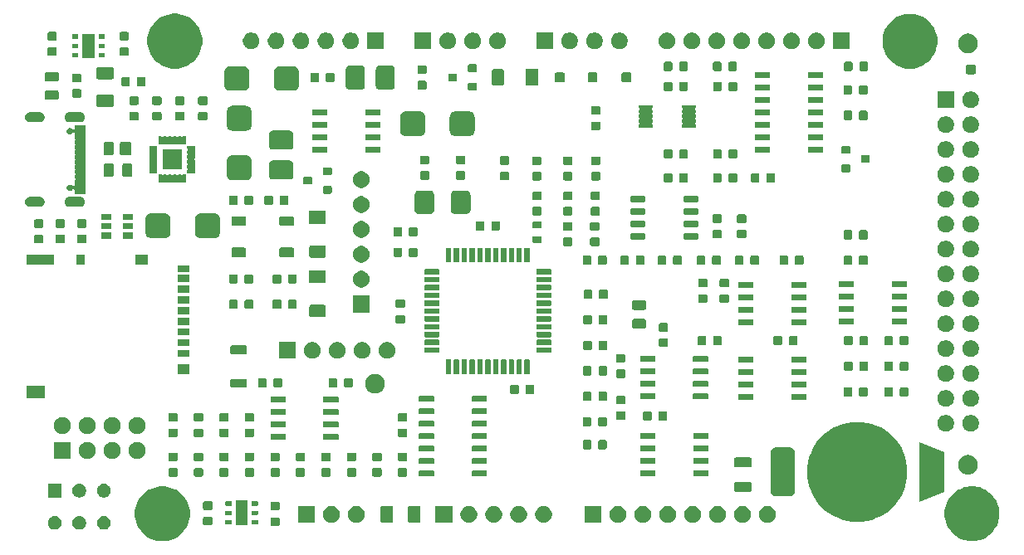
<source format=gbr>
G04 #@! TF.GenerationSoftware,KiCad,Pcbnew,5.1.6-c6e7f7d~87~ubuntu18.04.1*
G04 #@! TF.CreationDate,2020-10-25T20:02:23+02:00*
G04 #@! TF.ProjectId,PSLab,50534c61-622e-46b6-9963-61645f706362,v6.1*
G04 #@! TF.SameCoordinates,Original*
G04 #@! TF.FileFunction,Soldermask,Top*
G04 #@! TF.FilePolarity,Negative*
%FSLAX46Y46*%
G04 Gerber Fmt 4.6, Leading zero omitted, Abs format (unit mm)*
G04 Created by KiCad (PCBNEW 5.1.6-c6e7f7d~87~ubuntu18.04.1) date 2020-10-25 20:02:23*
%MOMM*%
%LPD*%
G01*
G04 APERTURE LIST*
%ADD10C,0.100000*%
G04 APERTURE END LIST*
D10*
G36*
X105426253Y-108273801D02*
G01*
X105696730Y-108327602D01*
X105907799Y-108415030D01*
X106206296Y-108538671D01*
X106247734Y-108566359D01*
X106664896Y-108845098D01*
X107054902Y-109235104D01*
X107104077Y-109308700D01*
X107361329Y-109693704D01*
X107434719Y-109870884D01*
X107572398Y-110203270D01*
X107614267Y-110413762D01*
X107680000Y-110744223D01*
X107680000Y-111295777D01*
X107645898Y-111467219D01*
X107572398Y-111836730D01*
X107533300Y-111931121D01*
X107361329Y-112346296D01*
X107361328Y-112346297D01*
X107054902Y-112804896D01*
X106664896Y-113194902D01*
X106358469Y-113399650D01*
X106206296Y-113501329D01*
X105907799Y-113624970D01*
X105696730Y-113712398D01*
X105426253Y-113766199D01*
X105155777Y-113820000D01*
X104604223Y-113820000D01*
X104333747Y-113766199D01*
X104063270Y-113712398D01*
X103852201Y-113624970D01*
X103553704Y-113501329D01*
X103401531Y-113399650D01*
X103095104Y-113194902D01*
X102705098Y-112804896D01*
X102398672Y-112346297D01*
X102398671Y-112346296D01*
X102226700Y-111931121D01*
X102187602Y-111836730D01*
X102114102Y-111467219D01*
X102080000Y-111295777D01*
X102080000Y-110744223D01*
X102145733Y-110413762D01*
X102187602Y-110203270D01*
X102325281Y-109870884D01*
X102398671Y-109693704D01*
X102655923Y-109308700D01*
X102705098Y-109235104D01*
X103095104Y-108845098D01*
X103512266Y-108566359D01*
X103553704Y-108538671D01*
X103852201Y-108415030D01*
X104063270Y-108327602D01*
X104333747Y-108273801D01*
X104604223Y-108220000D01*
X105155777Y-108220000D01*
X105426253Y-108273801D01*
G37*
G36*
X187966253Y-108263801D02*
G01*
X188236730Y-108317602D01*
X188447799Y-108405030D01*
X188746296Y-108528671D01*
X188802700Y-108566359D01*
X189204896Y-108835098D01*
X189594902Y-109225104D01*
X189615501Y-109255933D01*
X189901329Y-109683704D01*
X190003364Y-109930038D01*
X190112398Y-110193270D01*
X190152768Y-110396227D01*
X190220000Y-110734223D01*
X190220000Y-111285777D01*
X190188153Y-111445884D01*
X190112398Y-111826730D01*
X190080861Y-111902867D01*
X189901329Y-112336296D01*
X189870909Y-112381822D01*
X189594902Y-112794896D01*
X189204896Y-113184902D01*
X188898469Y-113389650D01*
X188746296Y-113491329D01*
X188447799Y-113614970D01*
X188236730Y-113702398D01*
X188186456Y-113712398D01*
X187695777Y-113810000D01*
X187144223Y-113810000D01*
X186653544Y-113712398D01*
X186603270Y-113702398D01*
X186392201Y-113614970D01*
X186093704Y-113491329D01*
X185941531Y-113389650D01*
X185635104Y-113184902D01*
X185245098Y-112794896D01*
X184969091Y-112381822D01*
X184938671Y-112336296D01*
X184759139Y-111902867D01*
X184727602Y-111826730D01*
X184651847Y-111445884D01*
X184620000Y-111285777D01*
X184620000Y-110734223D01*
X184687232Y-110396227D01*
X184727602Y-110193270D01*
X184836636Y-109930038D01*
X184938671Y-109683704D01*
X185224499Y-109255933D01*
X185245098Y-109225104D01*
X185635104Y-108835098D01*
X186037300Y-108566359D01*
X186093704Y-108528671D01*
X186392201Y-108405030D01*
X186603270Y-108317602D01*
X186873747Y-108263801D01*
X187144223Y-108210000D01*
X187695777Y-108210000D01*
X187966253Y-108263801D01*
G37*
G36*
X99110182Y-111262500D02*
G01*
X99237573Y-111315267D01*
X99263292Y-111332452D01*
X99352224Y-111391874D01*
X99449726Y-111489376D01*
X99449727Y-111489378D01*
X99526333Y-111604027D01*
X99579100Y-111731418D01*
X99606000Y-111866655D01*
X99606000Y-112004545D01*
X99579100Y-112139782D01*
X99526333Y-112267173D01*
X99526332Y-112267174D01*
X99449726Y-112381824D01*
X99352224Y-112479326D01*
X99294510Y-112517889D01*
X99237573Y-112555933D01*
X99110182Y-112608700D01*
X98974945Y-112635600D01*
X98837055Y-112635600D01*
X98701818Y-112608700D01*
X98574427Y-112555933D01*
X98517490Y-112517889D01*
X98459776Y-112479326D01*
X98362274Y-112381824D01*
X98285668Y-112267174D01*
X98285667Y-112267173D01*
X98232900Y-112139782D01*
X98206000Y-112004545D01*
X98206000Y-111866655D01*
X98232900Y-111731418D01*
X98285667Y-111604027D01*
X98362273Y-111489378D01*
X98362274Y-111489376D01*
X98459776Y-111391874D01*
X98548708Y-111332452D01*
X98574427Y-111315267D01*
X98701818Y-111262500D01*
X98837055Y-111235600D01*
X98974945Y-111235600D01*
X99110182Y-111262500D01*
G37*
G36*
X94110182Y-111262500D02*
G01*
X94237573Y-111315267D01*
X94263292Y-111332452D01*
X94352224Y-111391874D01*
X94449726Y-111489376D01*
X94449727Y-111489378D01*
X94526333Y-111604027D01*
X94579100Y-111731418D01*
X94606000Y-111866655D01*
X94606000Y-112004545D01*
X94579100Y-112139782D01*
X94526333Y-112267173D01*
X94526332Y-112267174D01*
X94449726Y-112381824D01*
X94352224Y-112479326D01*
X94294510Y-112517889D01*
X94237573Y-112555933D01*
X94110182Y-112608700D01*
X93974945Y-112635600D01*
X93837055Y-112635600D01*
X93701818Y-112608700D01*
X93574427Y-112555933D01*
X93517490Y-112517889D01*
X93459776Y-112479326D01*
X93362274Y-112381824D01*
X93285668Y-112267174D01*
X93285667Y-112267173D01*
X93232900Y-112139782D01*
X93206000Y-112004545D01*
X93206000Y-111866655D01*
X93232900Y-111731418D01*
X93285667Y-111604027D01*
X93362273Y-111489378D01*
X93362274Y-111489376D01*
X93459776Y-111391874D01*
X93548708Y-111332452D01*
X93574427Y-111315267D01*
X93701818Y-111262500D01*
X93837055Y-111235600D01*
X93974945Y-111235600D01*
X94110182Y-111262500D01*
G37*
G36*
X96610182Y-111262500D02*
G01*
X96737573Y-111315267D01*
X96763292Y-111332452D01*
X96852224Y-111391874D01*
X96949726Y-111489376D01*
X96949727Y-111489378D01*
X97026333Y-111604027D01*
X97079100Y-111731418D01*
X97106000Y-111866655D01*
X97106000Y-112004545D01*
X97079100Y-112139782D01*
X97026333Y-112267173D01*
X97026332Y-112267174D01*
X96949726Y-112381824D01*
X96852224Y-112479326D01*
X96794510Y-112517889D01*
X96737573Y-112555933D01*
X96610182Y-112608700D01*
X96474945Y-112635600D01*
X96337055Y-112635600D01*
X96201818Y-112608700D01*
X96074427Y-112555933D01*
X96017490Y-112517889D01*
X95959776Y-112479326D01*
X95862274Y-112381824D01*
X95785668Y-112267174D01*
X95785667Y-112267173D01*
X95732900Y-112139782D01*
X95706000Y-112004545D01*
X95706000Y-111866655D01*
X95732900Y-111731418D01*
X95785667Y-111604027D01*
X95862273Y-111489378D01*
X95862274Y-111489376D01*
X95959776Y-111391874D01*
X96048708Y-111332452D01*
X96074427Y-111315267D01*
X96201818Y-111262500D01*
X96337055Y-111235600D01*
X96474945Y-111235600D01*
X96610182Y-111262500D01*
G37*
G36*
X116709116Y-111373595D02*
G01*
X116738311Y-111382452D01*
X116765223Y-111396837D01*
X116788808Y-111416192D01*
X116808163Y-111439777D01*
X116822548Y-111466689D01*
X116831405Y-111495884D01*
X116835000Y-111532390D01*
X116835000Y-112082610D01*
X116831405Y-112119116D01*
X116822548Y-112148311D01*
X116808163Y-112175223D01*
X116788808Y-112198808D01*
X116765223Y-112218163D01*
X116738311Y-112232548D01*
X116709116Y-112241405D01*
X116672610Y-112245000D01*
X116047390Y-112245000D01*
X116010884Y-112241405D01*
X115981689Y-112232548D01*
X115954777Y-112218163D01*
X115931192Y-112198808D01*
X115911837Y-112175223D01*
X115897452Y-112148311D01*
X115888595Y-112119116D01*
X115885000Y-112082610D01*
X115885000Y-111532390D01*
X115888595Y-111495884D01*
X115897452Y-111466689D01*
X115911837Y-111439777D01*
X115931192Y-111416192D01*
X115954777Y-111396837D01*
X115981689Y-111382452D01*
X116010884Y-111373595D01*
X116047390Y-111370000D01*
X116672610Y-111370000D01*
X116709116Y-111373595D01*
G37*
G36*
X109849116Y-111323595D02*
G01*
X109878311Y-111332452D01*
X109905223Y-111346837D01*
X109928808Y-111366192D01*
X109948163Y-111389777D01*
X109962548Y-111416689D01*
X109971405Y-111445884D01*
X109975000Y-111482390D01*
X109975000Y-112032610D01*
X109971405Y-112069116D01*
X109962548Y-112098311D01*
X109948163Y-112125223D01*
X109928808Y-112148808D01*
X109905223Y-112168163D01*
X109878311Y-112182548D01*
X109849116Y-112191405D01*
X109812610Y-112195000D01*
X109187390Y-112195000D01*
X109150884Y-112191405D01*
X109121689Y-112182548D01*
X109094777Y-112168163D01*
X109071192Y-112148808D01*
X109051837Y-112125223D01*
X109037452Y-112098311D01*
X109028595Y-112069116D01*
X109025000Y-112032610D01*
X109025000Y-111482390D01*
X109028595Y-111445884D01*
X109037452Y-111416689D01*
X109051837Y-111389777D01*
X109071192Y-111366192D01*
X109094777Y-111346837D01*
X109121689Y-111332452D01*
X109150884Y-111323595D01*
X109187390Y-111320000D01*
X109812610Y-111320000D01*
X109849116Y-111323595D01*
G37*
G36*
X113585000Y-112170000D02*
G01*
X112335000Y-112170000D01*
X112335000Y-109670000D01*
X113585000Y-109670000D01*
X113585000Y-112170000D01*
G37*
G36*
X111894637Y-111646554D02*
G01*
X111903902Y-111649365D01*
X111912442Y-111653930D01*
X111919927Y-111660073D01*
X111926070Y-111667558D01*
X111930635Y-111676098D01*
X111933446Y-111685363D01*
X111935000Y-111701143D01*
X111935000Y-112038857D01*
X111933446Y-112054637D01*
X111930635Y-112063902D01*
X111926070Y-112072442D01*
X111919927Y-112079927D01*
X111912442Y-112086070D01*
X111903902Y-112090635D01*
X111894637Y-112093446D01*
X111878857Y-112095000D01*
X111361143Y-112095000D01*
X111345363Y-112093446D01*
X111336098Y-112090635D01*
X111327558Y-112086070D01*
X111320073Y-112079927D01*
X111313930Y-112072442D01*
X111309365Y-112063902D01*
X111306554Y-112054637D01*
X111305000Y-112038857D01*
X111305000Y-111701143D01*
X111306554Y-111685363D01*
X111309365Y-111676098D01*
X111313930Y-111667558D01*
X111320073Y-111660073D01*
X111327558Y-111653930D01*
X111336098Y-111649365D01*
X111345363Y-111646554D01*
X111361143Y-111645000D01*
X111878857Y-111645000D01*
X111894637Y-111646554D01*
G37*
G36*
X114574637Y-111646554D02*
G01*
X114583902Y-111649365D01*
X114592442Y-111653930D01*
X114599927Y-111660073D01*
X114606070Y-111667558D01*
X114610635Y-111676098D01*
X114613446Y-111685363D01*
X114615000Y-111701143D01*
X114615000Y-112038857D01*
X114613446Y-112054637D01*
X114610635Y-112063902D01*
X114606070Y-112072442D01*
X114599927Y-112079927D01*
X114592442Y-112086070D01*
X114583902Y-112090635D01*
X114574637Y-112093446D01*
X114558857Y-112095000D01*
X114041143Y-112095000D01*
X114025363Y-112093446D01*
X114016098Y-112090635D01*
X114007558Y-112086070D01*
X114000073Y-112079927D01*
X113993930Y-112072442D01*
X113989365Y-112063902D01*
X113986554Y-112054637D01*
X113985000Y-112038857D01*
X113985000Y-111701143D01*
X113986554Y-111685363D01*
X113989365Y-111676098D01*
X113993930Y-111667558D01*
X114000073Y-111660073D01*
X114007558Y-111653930D01*
X114016098Y-111649365D01*
X114025363Y-111646554D01*
X114041143Y-111645000D01*
X114558857Y-111645000D01*
X114574637Y-111646554D01*
G37*
G36*
X128244024Y-110198955D02*
G01*
X128276738Y-110208879D01*
X128306885Y-110224993D01*
X128333315Y-110246685D01*
X128355007Y-110273115D01*
X128371121Y-110303262D01*
X128381045Y-110335976D01*
X128385000Y-110376138D01*
X128385000Y-111763862D01*
X128381045Y-111804024D01*
X128371121Y-111836738D01*
X128355007Y-111866885D01*
X128333315Y-111893315D01*
X128306885Y-111915007D01*
X128276738Y-111931121D01*
X128244024Y-111941045D01*
X128203862Y-111945000D01*
X127316138Y-111945000D01*
X127275976Y-111941045D01*
X127243262Y-111931121D01*
X127213115Y-111915007D01*
X127186685Y-111893315D01*
X127164993Y-111866885D01*
X127148879Y-111836738D01*
X127138955Y-111804024D01*
X127135000Y-111763862D01*
X127135000Y-110376138D01*
X127138955Y-110335976D01*
X127148879Y-110303262D01*
X127164993Y-110273115D01*
X127186685Y-110246685D01*
X127213115Y-110224993D01*
X127243262Y-110208879D01*
X127275976Y-110198955D01*
X127316138Y-110195000D01*
X128203862Y-110195000D01*
X128244024Y-110198955D01*
G37*
G36*
X131044024Y-110198955D02*
G01*
X131076738Y-110208879D01*
X131106885Y-110224993D01*
X131133315Y-110246685D01*
X131155007Y-110273115D01*
X131171121Y-110303262D01*
X131181045Y-110335976D01*
X131185000Y-110376138D01*
X131185000Y-111763862D01*
X131181045Y-111804024D01*
X131171121Y-111836738D01*
X131155007Y-111866885D01*
X131133315Y-111893315D01*
X131106885Y-111915007D01*
X131076738Y-111931121D01*
X131044024Y-111941045D01*
X131003862Y-111945000D01*
X130116138Y-111945000D01*
X130075976Y-111941045D01*
X130043262Y-111931121D01*
X130013115Y-111915007D01*
X129986685Y-111893315D01*
X129964993Y-111866885D01*
X129948879Y-111836738D01*
X129938955Y-111804024D01*
X129935000Y-111763862D01*
X129935000Y-110376138D01*
X129938955Y-110335976D01*
X129948879Y-110303262D01*
X129964993Y-110273115D01*
X129986685Y-110246685D01*
X130013115Y-110224993D01*
X130043262Y-110208879D01*
X130075976Y-110198955D01*
X130116138Y-110195000D01*
X131003862Y-110195000D01*
X131044024Y-110198955D01*
G37*
G36*
X149620000Y-111924000D02*
G01*
X147920000Y-111924000D01*
X147920000Y-110224000D01*
X149620000Y-110224000D01*
X149620000Y-111924000D01*
G37*
G36*
X136368735Y-110256664D02*
G01*
X136523424Y-110320739D01*
X136523426Y-110320740D01*
X136662644Y-110413762D01*
X136781038Y-110532156D01*
X136873142Y-110670000D01*
X136874061Y-110671376D01*
X136938136Y-110826065D01*
X136970800Y-110990281D01*
X136970800Y-111157719D01*
X136938136Y-111321935D01*
X136886794Y-111445884D01*
X136874060Y-111476626D01*
X136781038Y-111615844D01*
X136662644Y-111734238D01*
X136523426Y-111827260D01*
X136523425Y-111827261D01*
X136523424Y-111827261D01*
X136368735Y-111891336D01*
X136204519Y-111924000D01*
X136037081Y-111924000D01*
X135872865Y-111891336D01*
X135718176Y-111827261D01*
X135718175Y-111827261D01*
X135718174Y-111827260D01*
X135578956Y-111734238D01*
X135460562Y-111615844D01*
X135367540Y-111476626D01*
X135354806Y-111445884D01*
X135303464Y-111321935D01*
X135270800Y-111157719D01*
X135270800Y-110990281D01*
X135303464Y-110826065D01*
X135367539Y-110671376D01*
X135368458Y-110670000D01*
X135460562Y-110532156D01*
X135578956Y-110413762D01*
X135718174Y-110320740D01*
X135718176Y-110320739D01*
X135872865Y-110256664D01*
X136037081Y-110224000D01*
X136204519Y-110224000D01*
X136368735Y-110256664D01*
G37*
G36*
X134430800Y-111924000D02*
G01*
X132730800Y-111924000D01*
X132730800Y-110224000D01*
X134430800Y-110224000D01*
X134430800Y-111924000D01*
G37*
G36*
X161717935Y-110256664D02*
G01*
X161872624Y-110320739D01*
X161872626Y-110320740D01*
X162011844Y-110413762D01*
X162130238Y-110532156D01*
X162222342Y-110670000D01*
X162223261Y-110671376D01*
X162287336Y-110826065D01*
X162320000Y-110990281D01*
X162320000Y-111157719D01*
X162287336Y-111321935D01*
X162235994Y-111445884D01*
X162223260Y-111476626D01*
X162130238Y-111615844D01*
X162011844Y-111734238D01*
X161872626Y-111827260D01*
X161872625Y-111827261D01*
X161872624Y-111827261D01*
X161717935Y-111891336D01*
X161553719Y-111924000D01*
X161386281Y-111924000D01*
X161222065Y-111891336D01*
X161067376Y-111827261D01*
X161067375Y-111827261D01*
X161067374Y-111827260D01*
X160928156Y-111734238D01*
X160809762Y-111615844D01*
X160716740Y-111476626D01*
X160704006Y-111445884D01*
X160652664Y-111321935D01*
X160620000Y-111157719D01*
X160620000Y-110990281D01*
X160652664Y-110826065D01*
X160716739Y-110671376D01*
X160717658Y-110670000D01*
X160809762Y-110532156D01*
X160928156Y-110413762D01*
X161067374Y-110320740D01*
X161067376Y-110320739D01*
X161222065Y-110256664D01*
X161386281Y-110224000D01*
X161553719Y-110224000D01*
X161717935Y-110256664D01*
G37*
G36*
X159177935Y-110256664D02*
G01*
X159332624Y-110320739D01*
X159332626Y-110320740D01*
X159471844Y-110413762D01*
X159590238Y-110532156D01*
X159682342Y-110670000D01*
X159683261Y-110671376D01*
X159747336Y-110826065D01*
X159780000Y-110990281D01*
X159780000Y-111157719D01*
X159747336Y-111321935D01*
X159695994Y-111445884D01*
X159683260Y-111476626D01*
X159590238Y-111615844D01*
X159471844Y-111734238D01*
X159332626Y-111827260D01*
X159332625Y-111827261D01*
X159332624Y-111827261D01*
X159177935Y-111891336D01*
X159013719Y-111924000D01*
X158846281Y-111924000D01*
X158682065Y-111891336D01*
X158527376Y-111827261D01*
X158527375Y-111827261D01*
X158527374Y-111827260D01*
X158388156Y-111734238D01*
X158269762Y-111615844D01*
X158176740Y-111476626D01*
X158164006Y-111445884D01*
X158112664Y-111321935D01*
X158080000Y-111157719D01*
X158080000Y-110990281D01*
X158112664Y-110826065D01*
X158176739Y-110671376D01*
X158177658Y-110670000D01*
X158269762Y-110532156D01*
X158388156Y-110413762D01*
X158527374Y-110320740D01*
X158527376Y-110320739D01*
X158682065Y-110256664D01*
X158846281Y-110224000D01*
X159013719Y-110224000D01*
X159177935Y-110256664D01*
G37*
G36*
X156637935Y-110256664D02*
G01*
X156792624Y-110320739D01*
X156792626Y-110320740D01*
X156931844Y-110413762D01*
X157050238Y-110532156D01*
X157142342Y-110670000D01*
X157143261Y-110671376D01*
X157207336Y-110826065D01*
X157240000Y-110990281D01*
X157240000Y-111157719D01*
X157207336Y-111321935D01*
X157155994Y-111445884D01*
X157143260Y-111476626D01*
X157050238Y-111615844D01*
X156931844Y-111734238D01*
X156792626Y-111827260D01*
X156792625Y-111827261D01*
X156792624Y-111827261D01*
X156637935Y-111891336D01*
X156473719Y-111924000D01*
X156306281Y-111924000D01*
X156142065Y-111891336D01*
X155987376Y-111827261D01*
X155987375Y-111827261D01*
X155987374Y-111827260D01*
X155848156Y-111734238D01*
X155729762Y-111615844D01*
X155636740Y-111476626D01*
X155624006Y-111445884D01*
X155572664Y-111321935D01*
X155540000Y-111157719D01*
X155540000Y-110990281D01*
X155572664Y-110826065D01*
X155636739Y-110671376D01*
X155637658Y-110670000D01*
X155729762Y-110532156D01*
X155848156Y-110413762D01*
X155987374Y-110320740D01*
X155987376Y-110320739D01*
X156142065Y-110256664D01*
X156306281Y-110224000D01*
X156473719Y-110224000D01*
X156637935Y-110256664D01*
G37*
G36*
X154097935Y-110256664D02*
G01*
X154252624Y-110320739D01*
X154252626Y-110320740D01*
X154391844Y-110413762D01*
X154510238Y-110532156D01*
X154602342Y-110670000D01*
X154603261Y-110671376D01*
X154667336Y-110826065D01*
X154700000Y-110990281D01*
X154700000Y-111157719D01*
X154667336Y-111321935D01*
X154615994Y-111445884D01*
X154603260Y-111476626D01*
X154510238Y-111615844D01*
X154391844Y-111734238D01*
X154252626Y-111827260D01*
X154252625Y-111827261D01*
X154252624Y-111827261D01*
X154097935Y-111891336D01*
X153933719Y-111924000D01*
X153766281Y-111924000D01*
X153602065Y-111891336D01*
X153447376Y-111827261D01*
X153447375Y-111827261D01*
X153447374Y-111827260D01*
X153308156Y-111734238D01*
X153189762Y-111615844D01*
X153096740Y-111476626D01*
X153084006Y-111445884D01*
X153032664Y-111321935D01*
X153000000Y-111157719D01*
X153000000Y-110990281D01*
X153032664Y-110826065D01*
X153096739Y-110671376D01*
X153097658Y-110670000D01*
X153189762Y-110532156D01*
X153308156Y-110413762D01*
X153447374Y-110320740D01*
X153447376Y-110320739D01*
X153602065Y-110256664D01*
X153766281Y-110224000D01*
X153933719Y-110224000D01*
X154097935Y-110256664D01*
G37*
G36*
X151557935Y-110256664D02*
G01*
X151712624Y-110320739D01*
X151712626Y-110320740D01*
X151851844Y-110413762D01*
X151970238Y-110532156D01*
X152062342Y-110670000D01*
X152063261Y-110671376D01*
X152127336Y-110826065D01*
X152160000Y-110990281D01*
X152160000Y-111157719D01*
X152127336Y-111321935D01*
X152075994Y-111445884D01*
X152063260Y-111476626D01*
X151970238Y-111615844D01*
X151851844Y-111734238D01*
X151712626Y-111827260D01*
X151712625Y-111827261D01*
X151712624Y-111827261D01*
X151557935Y-111891336D01*
X151393719Y-111924000D01*
X151226281Y-111924000D01*
X151062065Y-111891336D01*
X150907376Y-111827261D01*
X150907375Y-111827261D01*
X150907374Y-111827260D01*
X150768156Y-111734238D01*
X150649762Y-111615844D01*
X150556740Y-111476626D01*
X150544006Y-111445884D01*
X150492664Y-111321935D01*
X150460000Y-111157719D01*
X150460000Y-110990281D01*
X150492664Y-110826065D01*
X150556739Y-110671376D01*
X150557658Y-110670000D01*
X150649762Y-110532156D01*
X150768156Y-110413762D01*
X150907374Y-110320740D01*
X150907376Y-110320739D01*
X151062065Y-110256664D01*
X151226281Y-110224000D01*
X151393719Y-110224000D01*
X151557935Y-110256664D01*
G37*
G36*
X138908735Y-110256664D02*
G01*
X139063424Y-110320739D01*
X139063426Y-110320740D01*
X139202644Y-110413762D01*
X139321038Y-110532156D01*
X139413142Y-110670000D01*
X139414061Y-110671376D01*
X139478136Y-110826065D01*
X139510800Y-110990281D01*
X139510800Y-111157719D01*
X139478136Y-111321935D01*
X139426794Y-111445884D01*
X139414060Y-111476626D01*
X139321038Y-111615844D01*
X139202644Y-111734238D01*
X139063426Y-111827260D01*
X139063425Y-111827261D01*
X139063424Y-111827261D01*
X138908735Y-111891336D01*
X138744519Y-111924000D01*
X138577081Y-111924000D01*
X138412865Y-111891336D01*
X138258176Y-111827261D01*
X138258175Y-111827261D01*
X138258174Y-111827260D01*
X138118956Y-111734238D01*
X138000562Y-111615844D01*
X137907540Y-111476626D01*
X137894806Y-111445884D01*
X137843464Y-111321935D01*
X137810800Y-111157719D01*
X137810800Y-110990281D01*
X137843464Y-110826065D01*
X137907539Y-110671376D01*
X137908458Y-110670000D01*
X138000562Y-110532156D01*
X138118956Y-110413762D01*
X138258174Y-110320740D01*
X138258176Y-110320739D01*
X138412865Y-110256664D01*
X138577081Y-110224000D01*
X138744519Y-110224000D01*
X138908735Y-110256664D01*
G37*
G36*
X143988735Y-110256664D02*
G01*
X144143424Y-110320739D01*
X144143426Y-110320740D01*
X144282644Y-110413762D01*
X144401038Y-110532156D01*
X144493142Y-110670000D01*
X144494061Y-110671376D01*
X144558136Y-110826065D01*
X144590800Y-110990281D01*
X144590800Y-111157719D01*
X144558136Y-111321935D01*
X144506794Y-111445884D01*
X144494060Y-111476626D01*
X144401038Y-111615844D01*
X144282644Y-111734238D01*
X144143426Y-111827260D01*
X144143425Y-111827261D01*
X144143424Y-111827261D01*
X143988735Y-111891336D01*
X143824519Y-111924000D01*
X143657081Y-111924000D01*
X143492865Y-111891336D01*
X143338176Y-111827261D01*
X143338175Y-111827261D01*
X143338174Y-111827260D01*
X143198956Y-111734238D01*
X143080562Y-111615844D01*
X142987540Y-111476626D01*
X142974806Y-111445884D01*
X142923464Y-111321935D01*
X142890800Y-111157719D01*
X142890800Y-110990281D01*
X142923464Y-110826065D01*
X142987539Y-110671376D01*
X142988458Y-110670000D01*
X143080562Y-110532156D01*
X143198956Y-110413762D01*
X143338174Y-110320740D01*
X143338176Y-110320739D01*
X143492865Y-110256664D01*
X143657081Y-110224000D01*
X143824519Y-110224000D01*
X143988735Y-110256664D01*
G37*
G36*
X166797935Y-110256664D02*
G01*
X166952624Y-110320739D01*
X166952626Y-110320740D01*
X167091844Y-110413762D01*
X167210238Y-110532156D01*
X167302342Y-110670000D01*
X167303261Y-110671376D01*
X167367336Y-110826065D01*
X167400000Y-110990281D01*
X167400000Y-111157719D01*
X167367336Y-111321935D01*
X167315994Y-111445884D01*
X167303260Y-111476626D01*
X167210238Y-111615844D01*
X167091844Y-111734238D01*
X166952626Y-111827260D01*
X166952625Y-111827261D01*
X166952624Y-111827261D01*
X166797935Y-111891336D01*
X166633719Y-111924000D01*
X166466281Y-111924000D01*
X166302065Y-111891336D01*
X166147376Y-111827261D01*
X166147375Y-111827261D01*
X166147374Y-111827260D01*
X166008156Y-111734238D01*
X165889762Y-111615844D01*
X165796740Y-111476626D01*
X165784006Y-111445884D01*
X165732664Y-111321935D01*
X165700000Y-111157719D01*
X165700000Y-110990281D01*
X165732664Y-110826065D01*
X165796739Y-110671376D01*
X165797658Y-110670000D01*
X165889762Y-110532156D01*
X166008156Y-110413762D01*
X166147374Y-110320740D01*
X166147376Y-110320739D01*
X166302065Y-110256664D01*
X166466281Y-110224000D01*
X166633719Y-110224000D01*
X166797935Y-110256664D01*
G37*
G36*
X120410000Y-111924000D02*
G01*
X118710000Y-111924000D01*
X118710000Y-110224000D01*
X120410000Y-110224000D01*
X120410000Y-111924000D01*
G37*
G36*
X122347935Y-110256664D02*
G01*
X122502624Y-110320739D01*
X122502626Y-110320740D01*
X122641844Y-110413762D01*
X122760238Y-110532156D01*
X122852342Y-110670000D01*
X122853261Y-110671376D01*
X122917336Y-110826065D01*
X122950000Y-110990281D01*
X122950000Y-111157719D01*
X122917336Y-111321935D01*
X122865994Y-111445884D01*
X122853260Y-111476626D01*
X122760238Y-111615844D01*
X122641844Y-111734238D01*
X122502626Y-111827260D01*
X122502625Y-111827261D01*
X122502624Y-111827261D01*
X122347935Y-111891336D01*
X122183719Y-111924000D01*
X122016281Y-111924000D01*
X121852065Y-111891336D01*
X121697376Y-111827261D01*
X121697375Y-111827261D01*
X121697374Y-111827260D01*
X121558156Y-111734238D01*
X121439762Y-111615844D01*
X121346740Y-111476626D01*
X121334006Y-111445884D01*
X121282664Y-111321935D01*
X121250000Y-111157719D01*
X121250000Y-110990281D01*
X121282664Y-110826065D01*
X121346739Y-110671376D01*
X121347658Y-110670000D01*
X121439762Y-110532156D01*
X121558156Y-110413762D01*
X121697374Y-110320740D01*
X121697376Y-110320739D01*
X121852065Y-110256664D01*
X122016281Y-110224000D01*
X122183719Y-110224000D01*
X122347935Y-110256664D01*
G37*
G36*
X124887935Y-110256664D02*
G01*
X125042624Y-110320739D01*
X125042626Y-110320740D01*
X125181844Y-110413762D01*
X125300238Y-110532156D01*
X125392342Y-110670000D01*
X125393261Y-110671376D01*
X125457336Y-110826065D01*
X125490000Y-110990281D01*
X125490000Y-111157719D01*
X125457336Y-111321935D01*
X125405994Y-111445884D01*
X125393260Y-111476626D01*
X125300238Y-111615844D01*
X125181844Y-111734238D01*
X125042626Y-111827260D01*
X125042625Y-111827261D01*
X125042624Y-111827261D01*
X124887935Y-111891336D01*
X124723719Y-111924000D01*
X124556281Y-111924000D01*
X124392065Y-111891336D01*
X124237376Y-111827261D01*
X124237375Y-111827261D01*
X124237374Y-111827260D01*
X124098156Y-111734238D01*
X123979762Y-111615844D01*
X123886740Y-111476626D01*
X123874006Y-111445884D01*
X123822664Y-111321935D01*
X123790000Y-111157719D01*
X123790000Y-110990281D01*
X123822664Y-110826065D01*
X123886739Y-110671376D01*
X123887658Y-110670000D01*
X123979762Y-110532156D01*
X124098156Y-110413762D01*
X124237374Y-110320740D01*
X124237376Y-110320739D01*
X124392065Y-110256664D01*
X124556281Y-110224000D01*
X124723719Y-110224000D01*
X124887935Y-110256664D01*
G37*
G36*
X164257935Y-110256664D02*
G01*
X164412624Y-110320739D01*
X164412626Y-110320740D01*
X164551844Y-110413762D01*
X164670238Y-110532156D01*
X164762342Y-110670000D01*
X164763261Y-110671376D01*
X164827336Y-110826065D01*
X164860000Y-110990281D01*
X164860000Y-111157719D01*
X164827336Y-111321935D01*
X164775994Y-111445884D01*
X164763260Y-111476626D01*
X164670238Y-111615844D01*
X164551844Y-111734238D01*
X164412626Y-111827260D01*
X164412625Y-111827261D01*
X164412624Y-111827261D01*
X164257935Y-111891336D01*
X164093719Y-111924000D01*
X163926281Y-111924000D01*
X163762065Y-111891336D01*
X163607376Y-111827261D01*
X163607375Y-111827261D01*
X163607374Y-111827260D01*
X163468156Y-111734238D01*
X163349762Y-111615844D01*
X163256740Y-111476626D01*
X163244006Y-111445884D01*
X163192664Y-111321935D01*
X163160000Y-111157719D01*
X163160000Y-110990281D01*
X163192664Y-110826065D01*
X163256739Y-110671376D01*
X163257658Y-110670000D01*
X163349762Y-110532156D01*
X163468156Y-110413762D01*
X163607374Y-110320740D01*
X163607376Y-110320739D01*
X163762065Y-110256664D01*
X163926281Y-110224000D01*
X164093719Y-110224000D01*
X164257935Y-110256664D01*
G37*
G36*
X141448735Y-110256664D02*
G01*
X141603424Y-110320739D01*
X141603426Y-110320740D01*
X141742644Y-110413762D01*
X141861038Y-110532156D01*
X141953142Y-110670000D01*
X141954061Y-110671376D01*
X142018136Y-110826065D01*
X142050800Y-110990281D01*
X142050800Y-111157719D01*
X142018136Y-111321935D01*
X141966794Y-111445884D01*
X141954060Y-111476626D01*
X141861038Y-111615844D01*
X141742644Y-111734238D01*
X141603426Y-111827260D01*
X141603425Y-111827261D01*
X141603424Y-111827261D01*
X141448735Y-111891336D01*
X141284519Y-111924000D01*
X141117081Y-111924000D01*
X140952865Y-111891336D01*
X140798176Y-111827261D01*
X140798175Y-111827261D01*
X140798174Y-111827260D01*
X140658956Y-111734238D01*
X140540562Y-111615844D01*
X140447540Y-111476626D01*
X140434806Y-111445884D01*
X140383464Y-111321935D01*
X140350800Y-111157719D01*
X140350800Y-110990281D01*
X140383464Y-110826065D01*
X140447539Y-110671376D01*
X140448458Y-110670000D01*
X140540562Y-110532156D01*
X140658956Y-110413762D01*
X140798174Y-110320740D01*
X140798176Y-110320739D01*
X140952865Y-110256664D01*
X141117081Y-110224000D01*
X141284519Y-110224000D01*
X141448735Y-110256664D01*
G37*
G36*
X177207614Y-101835989D02*
G01*
X177592063Y-101995233D01*
X178135756Y-102220438D01*
X178971061Y-102778571D01*
X179681429Y-103488939D01*
X180239562Y-104324244D01*
X180437387Y-104801837D01*
X180624011Y-105252386D01*
X180820000Y-106237692D01*
X180820000Y-107242308D01*
X180624011Y-108227614D01*
X180499309Y-108528671D01*
X180239562Y-109155756D01*
X179681429Y-109991061D01*
X178971061Y-110701429D01*
X178135756Y-111259562D01*
X177685934Y-111445884D01*
X177207614Y-111644011D01*
X176222308Y-111840000D01*
X175217692Y-111840000D01*
X174232386Y-111644011D01*
X173754066Y-111445884D01*
X173304244Y-111259562D01*
X172468939Y-110701429D01*
X171758571Y-109991061D01*
X171200438Y-109155756D01*
X170940691Y-108528671D01*
X170815989Y-108227614D01*
X170620000Y-107242308D01*
X170620000Y-106237692D01*
X170815989Y-105252386D01*
X171002613Y-104801837D01*
X171200438Y-104324244D01*
X171758571Y-103488939D01*
X172468939Y-102778571D01*
X173304244Y-102220438D01*
X173847937Y-101995233D01*
X174232386Y-101835989D01*
X175217692Y-101640000D01*
X176222308Y-101640000D01*
X177207614Y-101835989D01*
G37*
G36*
X114574637Y-110696554D02*
G01*
X114583902Y-110699365D01*
X114592442Y-110703930D01*
X114599927Y-110710073D01*
X114606070Y-110717558D01*
X114610635Y-110726098D01*
X114613446Y-110735363D01*
X114615000Y-110751143D01*
X114615000Y-111088857D01*
X114613446Y-111104637D01*
X114610635Y-111113902D01*
X114606070Y-111122442D01*
X114599927Y-111129927D01*
X114592442Y-111136070D01*
X114583902Y-111140635D01*
X114574637Y-111143446D01*
X114558857Y-111145000D01*
X114041143Y-111145000D01*
X114025363Y-111143446D01*
X114016098Y-111140635D01*
X114007558Y-111136070D01*
X114000073Y-111129927D01*
X113993930Y-111122442D01*
X113989365Y-111113902D01*
X113986554Y-111104637D01*
X113985000Y-111088857D01*
X113985000Y-110751143D01*
X113986554Y-110735363D01*
X113989365Y-110726098D01*
X113993930Y-110717558D01*
X114000073Y-110710073D01*
X114007558Y-110703930D01*
X114016098Y-110699365D01*
X114025363Y-110696554D01*
X114041143Y-110695000D01*
X114558857Y-110695000D01*
X114574637Y-110696554D01*
G37*
G36*
X111894637Y-110696554D02*
G01*
X111903902Y-110699365D01*
X111912442Y-110703930D01*
X111919927Y-110710073D01*
X111926070Y-110717558D01*
X111930635Y-110726098D01*
X111933446Y-110735363D01*
X111935000Y-110751143D01*
X111935000Y-111088857D01*
X111933446Y-111104637D01*
X111930635Y-111113902D01*
X111926070Y-111122442D01*
X111919927Y-111129927D01*
X111912442Y-111136070D01*
X111903902Y-111140635D01*
X111894637Y-111143446D01*
X111878857Y-111145000D01*
X111361143Y-111145000D01*
X111345363Y-111143446D01*
X111336098Y-111140635D01*
X111327558Y-111136070D01*
X111320073Y-111129927D01*
X111313930Y-111122442D01*
X111309365Y-111113902D01*
X111306554Y-111104637D01*
X111305000Y-111088857D01*
X111305000Y-110751143D01*
X111306554Y-110735363D01*
X111309365Y-110726098D01*
X111313930Y-110717558D01*
X111320073Y-110710073D01*
X111327558Y-110703930D01*
X111336098Y-110699365D01*
X111345363Y-110696554D01*
X111361143Y-110695000D01*
X111878857Y-110695000D01*
X111894637Y-110696554D01*
G37*
G36*
X116709116Y-109798595D02*
G01*
X116738311Y-109807452D01*
X116765223Y-109821837D01*
X116788808Y-109841192D01*
X116808163Y-109864777D01*
X116822548Y-109891689D01*
X116831405Y-109920884D01*
X116835000Y-109957390D01*
X116835000Y-110507610D01*
X116831405Y-110544116D01*
X116822548Y-110573311D01*
X116808163Y-110600223D01*
X116788808Y-110623808D01*
X116765223Y-110643163D01*
X116738311Y-110657548D01*
X116709116Y-110666405D01*
X116672610Y-110670000D01*
X116047390Y-110670000D01*
X116010884Y-110666405D01*
X115981689Y-110657548D01*
X115954777Y-110643163D01*
X115931192Y-110623808D01*
X115911837Y-110600223D01*
X115897452Y-110573311D01*
X115888595Y-110544116D01*
X115885000Y-110507610D01*
X115885000Y-109957390D01*
X115888595Y-109920884D01*
X115897452Y-109891689D01*
X115911837Y-109864777D01*
X115931192Y-109841192D01*
X115954777Y-109821837D01*
X115981689Y-109807452D01*
X116010884Y-109798595D01*
X116047390Y-109795000D01*
X116672610Y-109795000D01*
X116709116Y-109798595D01*
G37*
G36*
X109849116Y-109748595D02*
G01*
X109878311Y-109757452D01*
X109905223Y-109771837D01*
X109928808Y-109791192D01*
X109948163Y-109814777D01*
X109962548Y-109841689D01*
X109971405Y-109870884D01*
X109975000Y-109907390D01*
X109975000Y-110457610D01*
X109971405Y-110494116D01*
X109962548Y-110523311D01*
X109948163Y-110550223D01*
X109928808Y-110573808D01*
X109905223Y-110593163D01*
X109878311Y-110607548D01*
X109849116Y-110616405D01*
X109812610Y-110620000D01*
X109187390Y-110620000D01*
X109150884Y-110616405D01*
X109121689Y-110607548D01*
X109094777Y-110593163D01*
X109071192Y-110573808D01*
X109051837Y-110550223D01*
X109037452Y-110523311D01*
X109028595Y-110494116D01*
X109025000Y-110457610D01*
X109025000Y-109907390D01*
X109028595Y-109870884D01*
X109037452Y-109841689D01*
X109051837Y-109814777D01*
X109071192Y-109791192D01*
X109094777Y-109771837D01*
X109121689Y-109757452D01*
X109150884Y-109748595D01*
X109187390Y-109745000D01*
X109812610Y-109745000D01*
X109849116Y-109748595D01*
G37*
G36*
X114574637Y-109746554D02*
G01*
X114583902Y-109749365D01*
X114592442Y-109753930D01*
X114599927Y-109760073D01*
X114606070Y-109767558D01*
X114610635Y-109776098D01*
X114613446Y-109785363D01*
X114615000Y-109801143D01*
X114615000Y-110138857D01*
X114613446Y-110154637D01*
X114610635Y-110163902D01*
X114606070Y-110172442D01*
X114599927Y-110179927D01*
X114592442Y-110186070D01*
X114583902Y-110190635D01*
X114574637Y-110193446D01*
X114558857Y-110195000D01*
X114041143Y-110195000D01*
X114025363Y-110193446D01*
X114016098Y-110190635D01*
X114007558Y-110186070D01*
X114000073Y-110179927D01*
X113993930Y-110172442D01*
X113989365Y-110163902D01*
X113986554Y-110154637D01*
X113985000Y-110138857D01*
X113985000Y-109801143D01*
X113986554Y-109785363D01*
X113989365Y-109776098D01*
X113993930Y-109767558D01*
X114000073Y-109760073D01*
X114007558Y-109753930D01*
X114016098Y-109749365D01*
X114025363Y-109746554D01*
X114041143Y-109745000D01*
X114558857Y-109745000D01*
X114574637Y-109746554D01*
G37*
G36*
X111894637Y-109746554D02*
G01*
X111903902Y-109749365D01*
X111912442Y-109753930D01*
X111919927Y-109760073D01*
X111926070Y-109767558D01*
X111930635Y-109776098D01*
X111933446Y-109785363D01*
X111935000Y-109801143D01*
X111935000Y-110138857D01*
X111933446Y-110154637D01*
X111930635Y-110163902D01*
X111926070Y-110172442D01*
X111919927Y-110179927D01*
X111912442Y-110186070D01*
X111903902Y-110190635D01*
X111894637Y-110193446D01*
X111878857Y-110195000D01*
X111361143Y-110195000D01*
X111345363Y-110193446D01*
X111336098Y-110190635D01*
X111327558Y-110186070D01*
X111320073Y-110179927D01*
X111313930Y-110172442D01*
X111309365Y-110163902D01*
X111306554Y-110154637D01*
X111305000Y-110138857D01*
X111305000Y-109801143D01*
X111306554Y-109785363D01*
X111309365Y-109776098D01*
X111313930Y-109767558D01*
X111320073Y-109760073D01*
X111327558Y-109753930D01*
X111336098Y-109749365D01*
X111345363Y-109746554D01*
X111361143Y-109745000D01*
X111878857Y-109745000D01*
X111894637Y-109746554D01*
G37*
G36*
X184570000Y-104690000D02*
G01*
X184570000Y-108790000D01*
X182070000Y-109790000D01*
X182070000Y-103690000D01*
X184570000Y-104690000D01*
G37*
G36*
X99110182Y-107962500D02*
G01*
X99237573Y-108015267D01*
X99237574Y-108015268D01*
X99352224Y-108091874D01*
X99449726Y-108189376D01*
X99475276Y-108227615D01*
X99526333Y-108304027D01*
X99579100Y-108431418D01*
X99606000Y-108566655D01*
X99606000Y-108704545D01*
X99579100Y-108839782D01*
X99526333Y-108967173D01*
X99526332Y-108967174D01*
X99449726Y-109081824D01*
X99352224Y-109179326D01*
X99326335Y-109196624D01*
X99237573Y-109255933D01*
X99110182Y-109308700D01*
X98974945Y-109335600D01*
X98837055Y-109335600D01*
X98701818Y-109308700D01*
X98574427Y-109255933D01*
X98485665Y-109196624D01*
X98459776Y-109179326D01*
X98362274Y-109081824D01*
X98285668Y-108967174D01*
X98285667Y-108967173D01*
X98232900Y-108839782D01*
X98206000Y-108704545D01*
X98206000Y-108566655D01*
X98232900Y-108431418D01*
X98285667Y-108304027D01*
X98336724Y-108227615D01*
X98362274Y-108189376D01*
X98459776Y-108091874D01*
X98574426Y-108015268D01*
X98574427Y-108015267D01*
X98701818Y-107962500D01*
X98837055Y-107935600D01*
X98974945Y-107935600D01*
X99110182Y-107962500D01*
G37*
G36*
X94606000Y-109335600D02*
G01*
X93206000Y-109335600D01*
X93206000Y-107935600D01*
X94606000Y-107935600D01*
X94606000Y-109335600D01*
G37*
G36*
X96610182Y-107962500D02*
G01*
X96737573Y-108015267D01*
X96737574Y-108015268D01*
X96852224Y-108091874D01*
X96949726Y-108189376D01*
X96975276Y-108227615D01*
X97026333Y-108304027D01*
X97079100Y-108431418D01*
X97106000Y-108566655D01*
X97106000Y-108704545D01*
X97079100Y-108839782D01*
X97026333Y-108967173D01*
X97026332Y-108967174D01*
X96949726Y-109081824D01*
X96852224Y-109179326D01*
X96826335Y-109196624D01*
X96737573Y-109255933D01*
X96610182Y-109308700D01*
X96474945Y-109335600D01*
X96337055Y-109335600D01*
X96201818Y-109308700D01*
X96074427Y-109255933D01*
X95985665Y-109196624D01*
X95959776Y-109179326D01*
X95862274Y-109081824D01*
X95785668Y-108967174D01*
X95785667Y-108967173D01*
X95732900Y-108839782D01*
X95706000Y-108704545D01*
X95706000Y-108566655D01*
X95732900Y-108431418D01*
X95785667Y-108304027D01*
X95836724Y-108227615D01*
X95862274Y-108189376D01*
X95959776Y-108091874D01*
X96074426Y-108015268D01*
X96074427Y-108015267D01*
X96201818Y-107962500D01*
X96337055Y-107935600D01*
X96474945Y-107935600D01*
X96610182Y-107962500D01*
G37*
G36*
X168917121Y-104251401D02*
G01*
X169022526Y-104283376D01*
X169119673Y-104335301D01*
X169204820Y-104405180D01*
X169274699Y-104490327D01*
X169326624Y-104587474D01*
X169358599Y-104692879D01*
X169370000Y-104808640D01*
X169370000Y-108671360D01*
X169358599Y-108787121D01*
X169326624Y-108892526D01*
X169274699Y-108989673D01*
X169204820Y-109074820D01*
X169119673Y-109144699D01*
X169022526Y-109196624D01*
X168917121Y-109228599D01*
X168801360Y-109240000D01*
X167438640Y-109240000D01*
X167322879Y-109228599D01*
X167217474Y-109196624D01*
X167120327Y-109144699D01*
X167035180Y-109074820D01*
X166965301Y-108989673D01*
X166913376Y-108892526D01*
X166881401Y-108787121D01*
X166870000Y-108671360D01*
X166870000Y-104808640D01*
X166881401Y-104692879D01*
X166913376Y-104587474D01*
X166965301Y-104490327D01*
X167035180Y-104405180D01*
X167120327Y-104335301D01*
X167217474Y-104283376D01*
X167322879Y-104251401D01*
X167438640Y-104240000D01*
X168801360Y-104240000D01*
X168917121Y-104251401D01*
G37*
G36*
X164808963Y-107764196D02*
G01*
X164844021Y-107774831D01*
X164876332Y-107792102D01*
X164904655Y-107815345D01*
X164927898Y-107843668D01*
X164945169Y-107875979D01*
X164955804Y-107911037D01*
X164960000Y-107953641D01*
X164960000Y-108566359D01*
X164955804Y-108608963D01*
X164945169Y-108644021D01*
X164927898Y-108676332D01*
X164904655Y-108704655D01*
X164876332Y-108727898D01*
X164844021Y-108745169D01*
X164808963Y-108755804D01*
X164766359Y-108760000D01*
X163353641Y-108760000D01*
X163311037Y-108755804D01*
X163275979Y-108745169D01*
X163243668Y-108727898D01*
X163215345Y-108704655D01*
X163192102Y-108676332D01*
X163174831Y-108644021D01*
X163164196Y-108608963D01*
X163160000Y-108566359D01*
X163160000Y-107953641D01*
X163164196Y-107911037D01*
X163174831Y-107875979D01*
X163192102Y-107843668D01*
X163215345Y-107815345D01*
X163243668Y-107792102D01*
X163275979Y-107774831D01*
X163311037Y-107764196D01*
X163353641Y-107760000D01*
X164766359Y-107760000D01*
X164808963Y-107764196D01*
G37*
G36*
X111509116Y-106353595D02*
G01*
X111538311Y-106362452D01*
X111565223Y-106376837D01*
X111588808Y-106396192D01*
X111608163Y-106419777D01*
X111622548Y-106446689D01*
X111631405Y-106475884D01*
X111635000Y-106512390D01*
X111635000Y-107062610D01*
X111631405Y-107099116D01*
X111622548Y-107128311D01*
X111608163Y-107155223D01*
X111588808Y-107178808D01*
X111565223Y-107198163D01*
X111538311Y-107212548D01*
X111509116Y-107221405D01*
X111472610Y-107225000D01*
X110847390Y-107225000D01*
X110810884Y-107221405D01*
X110781689Y-107212548D01*
X110754777Y-107198163D01*
X110731192Y-107178808D01*
X110711837Y-107155223D01*
X110697452Y-107128311D01*
X110688595Y-107099116D01*
X110685000Y-107062610D01*
X110685000Y-106512390D01*
X110688595Y-106475884D01*
X110697452Y-106446689D01*
X110711837Y-106419777D01*
X110731192Y-106396192D01*
X110754777Y-106376837D01*
X110781689Y-106362452D01*
X110810884Y-106353595D01*
X110847390Y-106350000D01*
X111472610Y-106350000D01*
X111509116Y-106353595D01*
G37*
G36*
X124509116Y-106353595D02*
G01*
X124538311Y-106362452D01*
X124565223Y-106376837D01*
X124588808Y-106396192D01*
X124608163Y-106419777D01*
X124622548Y-106446689D01*
X124631405Y-106475884D01*
X124635000Y-106512390D01*
X124635000Y-107062610D01*
X124631405Y-107099116D01*
X124622548Y-107128311D01*
X124608163Y-107155223D01*
X124588808Y-107178808D01*
X124565223Y-107198163D01*
X124538311Y-107212548D01*
X124509116Y-107221405D01*
X124472610Y-107225000D01*
X123847390Y-107225000D01*
X123810884Y-107221405D01*
X123781689Y-107212548D01*
X123754777Y-107198163D01*
X123731192Y-107178808D01*
X123711837Y-107155223D01*
X123697452Y-107128311D01*
X123688595Y-107099116D01*
X123685000Y-107062610D01*
X123685000Y-106512390D01*
X123688595Y-106475884D01*
X123697452Y-106446689D01*
X123711837Y-106419777D01*
X123731192Y-106396192D01*
X123754777Y-106376837D01*
X123781689Y-106362452D01*
X123810884Y-106353595D01*
X123847390Y-106350000D01*
X124472610Y-106350000D01*
X124509116Y-106353595D01*
G37*
G36*
X119309116Y-106353595D02*
G01*
X119338311Y-106362452D01*
X119365223Y-106376837D01*
X119388808Y-106396192D01*
X119408163Y-106419777D01*
X119422548Y-106446689D01*
X119431405Y-106475884D01*
X119435000Y-106512390D01*
X119435000Y-107062610D01*
X119431405Y-107099116D01*
X119422548Y-107128311D01*
X119408163Y-107155223D01*
X119388808Y-107178808D01*
X119365223Y-107198163D01*
X119338311Y-107212548D01*
X119309116Y-107221405D01*
X119272610Y-107225000D01*
X118647390Y-107225000D01*
X118610884Y-107221405D01*
X118581689Y-107212548D01*
X118554777Y-107198163D01*
X118531192Y-107178808D01*
X118511837Y-107155223D01*
X118497452Y-107128311D01*
X118488595Y-107099116D01*
X118485000Y-107062610D01*
X118485000Y-106512390D01*
X118488595Y-106475884D01*
X118497452Y-106446689D01*
X118511837Y-106419777D01*
X118531192Y-106396192D01*
X118554777Y-106376837D01*
X118581689Y-106362452D01*
X118610884Y-106353595D01*
X118647390Y-106350000D01*
X119272610Y-106350000D01*
X119309116Y-106353595D01*
G37*
G36*
X116709116Y-106353595D02*
G01*
X116738311Y-106362452D01*
X116765223Y-106376837D01*
X116788808Y-106396192D01*
X116808163Y-106419777D01*
X116822548Y-106446689D01*
X116831405Y-106475884D01*
X116835000Y-106512390D01*
X116835000Y-107062610D01*
X116831405Y-107099116D01*
X116822548Y-107128311D01*
X116808163Y-107155223D01*
X116788808Y-107178808D01*
X116765223Y-107198163D01*
X116738311Y-107212548D01*
X116709116Y-107221405D01*
X116672610Y-107225000D01*
X116047390Y-107225000D01*
X116010884Y-107221405D01*
X115981689Y-107212548D01*
X115954777Y-107198163D01*
X115931192Y-107178808D01*
X115911837Y-107155223D01*
X115897452Y-107128311D01*
X115888595Y-107099116D01*
X115885000Y-107062610D01*
X115885000Y-106512390D01*
X115888595Y-106475884D01*
X115897452Y-106446689D01*
X115911837Y-106419777D01*
X115931192Y-106396192D01*
X115954777Y-106376837D01*
X115981689Y-106362452D01*
X116010884Y-106353595D01*
X116047390Y-106350000D01*
X116672610Y-106350000D01*
X116709116Y-106353595D01*
G37*
G36*
X114109116Y-106353595D02*
G01*
X114138311Y-106362452D01*
X114165223Y-106376837D01*
X114188808Y-106396192D01*
X114208163Y-106419777D01*
X114222548Y-106446689D01*
X114231405Y-106475884D01*
X114235000Y-106512390D01*
X114235000Y-107062610D01*
X114231405Y-107099116D01*
X114222548Y-107128311D01*
X114208163Y-107155223D01*
X114188808Y-107178808D01*
X114165223Y-107198163D01*
X114138311Y-107212548D01*
X114109116Y-107221405D01*
X114072610Y-107225000D01*
X113447390Y-107225000D01*
X113410884Y-107221405D01*
X113381689Y-107212548D01*
X113354777Y-107198163D01*
X113331192Y-107178808D01*
X113311837Y-107155223D01*
X113297452Y-107128311D01*
X113288595Y-107099116D01*
X113285000Y-107062610D01*
X113285000Y-106512390D01*
X113288595Y-106475884D01*
X113297452Y-106446689D01*
X113311837Y-106419777D01*
X113331192Y-106396192D01*
X113354777Y-106376837D01*
X113381689Y-106362452D01*
X113410884Y-106353595D01*
X113447390Y-106350000D01*
X114072610Y-106350000D01*
X114109116Y-106353595D01*
G37*
G36*
X121909116Y-106353595D02*
G01*
X121938311Y-106362452D01*
X121965223Y-106376837D01*
X121988808Y-106396192D01*
X122008163Y-106419777D01*
X122022548Y-106446689D01*
X122031405Y-106475884D01*
X122035000Y-106512390D01*
X122035000Y-107062610D01*
X122031405Y-107099116D01*
X122022548Y-107128311D01*
X122008163Y-107155223D01*
X121988808Y-107178808D01*
X121965223Y-107198163D01*
X121938311Y-107212548D01*
X121909116Y-107221405D01*
X121872610Y-107225000D01*
X121247390Y-107225000D01*
X121210884Y-107221405D01*
X121181689Y-107212548D01*
X121154777Y-107198163D01*
X121131192Y-107178808D01*
X121111837Y-107155223D01*
X121097452Y-107128311D01*
X121088595Y-107099116D01*
X121085000Y-107062610D01*
X121085000Y-106512390D01*
X121088595Y-106475884D01*
X121097452Y-106446689D01*
X121111837Y-106419777D01*
X121131192Y-106396192D01*
X121154777Y-106376837D01*
X121181689Y-106362452D01*
X121210884Y-106353595D01*
X121247390Y-106350000D01*
X121872610Y-106350000D01*
X121909116Y-106353595D01*
G37*
G36*
X129709116Y-106353595D02*
G01*
X129738311Y-106362452D01*
X129765223Y-106376837D01*
X129788808Y-106396192D01*
X129808163Y-106419777D01*
X129822548Y-106446689D01*
X129831405Y-106475884D01*
X129835000Y-106512390D01*
X129835000Y-107062610D01*
X129831405Y-107099116D01*
X129822548Y-107128311D01*
X129808163Y-107155223D01*
X129788808Y-107178808D01*
X129765223Y-107198163D01*
X129738311Y-107212548D01*
X129709116Y-107221405D01*
X129672610Y-107225000D01*
X129047390Y-107225000D01*
X129010884Y-107221405D01*
X128981689Y-107212548D01*
X128954777Y-107198163D01*
X128931192Y-107178808D01*
X128911837Y-107155223D01*
X128897452Y-107128311D01*
X128888595Y-107099116D01*
X128885000Y-107062610D01*
X128885000Y-106512390D01*
X128888595Y-106475884D01*
X128897452Y-106446689D01*
X128911837Y-106419777D01*
X128931192Y-106396192D01*
X128954777Y-106376837D01*
X128981689Y-106362452D01*
X129010884Y-106353595D01*
X129047390Y-106350000D01*
X129672610Y-106350000D01*
X129709116Y-106353595D01*
G37*
G36*
X108909116Y-106353595D02*
G01*
X108938311Y-106362452D01*
X108965223Y-106376837D01*
X108988808Y-106396192D01*
X109008163Y-106419777D01*
X109022548Y-106446689D01*
X109031405Y-106475884D01*
X109035000Y-106512390D01*
X109035000Y-107062610D01*
X109031405Y-107099116D01*
X109022548Y-107128311D01*
X109008163Y-107155223D01*
X108988808Y-107178808D01*
X108965223Y-107198163D01*
X108938311Y-107212548D01*
X108909116Y-107221405D01*
X108872610Y-107225000D01*
X108247390Y-107225000D01*
X108210884Y-107221405D01*
X108181689Y-107212548D01*
X108154777Y-107198163D01*
X108131192Y-107178808D01*
X108111837Y-107155223D01*
X108097452Y-107128311D01*
X108088595Y-107099116D01*
X108085000Y-107062610D01*
X108085000Y-106512390D01*
X108088595Y-106475884D01*
X108097452Y-106446689D01*
X108111837Y-106419777D01*
X108131192Y-106396192D01*
X108154777Y-106376837D01*
X108181689Y-106362452D01*
X108210884Y-106353595D01*
X108247390Y-106350000D01*
X108872610Y-106350000D01*
X108909116Y-106353595D01*
G37*
G36*
X106309116Y-106353595D02*
G01*
X106338311Y-106362452D01*
X106365223Y-106376837D01*
X106388808Y-106396192D01*
X106408163Y-106419777D01*
X106422548Y-106446689D01*
X106431405Y-106475884D01*
X106435000Y-106512390D01*
X106435000Y-107062610D01*
X106431405Y-107099116D01*
X106422548Y-107128311D01*
X106408163Y-107155223D01*
X106388808Y-107178808D01*
X106365223Y-107198163D01*
X106338311Y-107212548D01*
X106309116Y-107221405D01*
X106272610Y-107225000D01*
X105647390Y-107225000D01*
X105610884Y-107221405D01*
X105581689Y-107212548D01*
X105554777Y-107198163D01*
X105531192Y-107178808D01*
X105511837Y-107155223D01*
X105497452Y-107128311D01*
X105488595Y-107099116D01*
X105485000Y-107062610D01*
X105485000Y-106512390D01*
X105488595Y-106475884D01*
X105497452Y-106446689D01*
X105511837Y-106419777D01*
X105531192Y-106396192D01*
X105554777Y-106376837D01*
X105581689Y-106362452D01*
X105610884Y-106353595D01*
X105647390Y-106350000D01*
X106272610Y-106350000D01*
X106309116Y-106353595D01*
G37*
G36*
X127109116Y-106347595D02*
G01*
X127138311Y-106356452D01*
X127165223Y-106370837D01*
X127188808Y-106390192D01*
X127208163Y-106413777D01*
X127222548Y-106440689D01*
X127231405Y-106469884D01*
X127235000Y-106506390D01*
X127235000Y-107056610D01*
X127231405Y-107093116D01*
X127222548Y-107122311D01*
X127208163Y-107149223D01*
X127188808Y-107172808D01*
X127165223Y-107192163D01*
X127138311Y-107206548D01*
X127109116Y-107215405D01*
X127072610Y-107219000D01*
X126447390Y-107219000D01*
X126410884Y-107215405D01*
X126381689Y-107206548D01*
X126354777Y-107192163D01*
X126331192Y-107172808D01*
X126311837Y-107149223D01*
X126297452Y-107122311D01*
X126288595Y-107093116D01*
X126285000Y-107056610D01*
X126285000Y-106506390D01*
X126288595Y-106469884D01*
X126297452Y-106440689D01*
X126311837Y-106413777D01*
X126331192Y-106390192D01*
X126354777Y-106370837D01*
X126381689Y-106356452D01*
X126410884Y-106347595D01*
X126447390Y-106344000D01*
X127072610Y-106344000D01*
X127109116Y-106347595D01*
G37*
G36*
X132504453Y-106612274D02*
G01*
X132520753Y-106617219D01*
X132535775Y-106625249D01*
X132548944Y-106636056D01*
X132559751Y-106649225D01*
X132567781Y-106664247D01*
X132572726Y-106680547D01*
X132575000Y-106703640D01*
X132575000Y-107116360D01*
X132572726Y-107139453D01*
X132567781Y-107155753D01*
X132559751Y-107170775D01*
X132548944Y-107183944D01*
X132535775Y-107194751D01*
X132520753Y-107202781D01*
X132504453Y-107207726D01*
X132481360Y-107210000D01*
X131118640Y-107210000D01*
X131095547Y-107207726D01*
X131079247Y-107202781D01*
X131064225Y-107194751D01*
X131051056Y-107183944D01*
X131040249Y-107170775D01*
X131032219Y-107155753D01*
X131027274Y-107139453D01*
X131025000Y-107116360D01*
X131025000Y-106703640D01*
X131027274Y-106680547D01*
X131032219Y-106664247D01*
X131040249Y-106649225D01*
X131051056Y-106636056D01*
X131064225Y-106625249D01*
X131079247Y-106617219D01*
X131095547Y-106612274D01*
X131118640Y-106610000D01*
X132481360Y-106610000D01*
X132504453Y-106612274D01*
G37*
G36*
X137904453Y-106612274D02*
G01*
X137920753Y-106617219D01*
X137935775Y-106625249D01*
X137948944Y-106636056D01*
X137959751Y-106649225D01*
X137967781Y-106664247D01*
X137972726Y-106680547D01*
X137975000Y-106703640D01*
X137975000Y-107116360D01*
X137972726Y-107139453D01*
X137967781Y-107155753D01*
X137959751Y-107170775D01*
X137948944Y-107183944D01*
X137935775Y-107194751D01*
X137920753Y-107202781D01*
X137904453Y-107207726D01*
X137881360Y-107210000D01*
X136518640Y-107210000D01*
X136495547Y-107207726D01*
X136479247Y-107202781D01*
X136464225Y-107194751D01*
X136451056Y-107183944D01*
X136440249Y-107170775D01*
X136432219Y-107155753D01*
X136427274Y-107139453D01*
X136425000Y-107116360D01*
X136425000Y-106703640D01*
X136427274Y-106680547D01*
X136432219Y-106664247D01*
X136440249Y-106649225D01*
X136451056Y-106636056D01*
X136464225Y-106625249D01*
X136479247Y-106617219D01*
X136495547Y-106612274D01*
X136518640Y-106610000D01*
X137881360Y-106610000D01*
X137904453Y-106612274D01*
G37*
G36*
X155074453Y-106607274D02*
G01*
X155090753Y-106612219D01*
X155105775Y-106620249D01*
X155118944Y-106631056D01*
X155129751Y-106644225D01*
X155137781Y-106659247D01*
X155142726Y-106675547D01*
X155145000Y-106698640D01*
X155145000Y-107111360D01*
X155142726Y-107134453D01*
X155137781Y-107150753D01*
X155129751Y-107165775D01*
X155118944Y-107178944D01*
X155105775Y-107189751D01*
X155090753Y-107197781D01*
X155074453Y-107202726D01*
X155051360Y-107205000D01*
X153688640Y-107205000D01*
X153665547Y-107202726D01*
X153649247Y-107197781D01*
X153634225Y-107189751D01*
X153621056Y-107178944D01*
X153610249Y-107165775D01*
X153602219Y-107150753D01*
X153597274Y-107134453D01*
X153595000Y-107111360D01*
X153595000Y-106698640D01*
X153597274Y-106675547D01*
X153602219Y-106659247D01*
X153610249Y-106644225D01*
X153621056Y-106631056D01*
X153634225Y-106620249D01*
X153649247Y-106612219D01*
X153665547Y-106607274D01*
X153688640Y-106605000D01*
X155051360Y-106605000D01*
X155074453Y-106607274D01*
G37*
G36*
X160474453Y-106607274D02*
G01*
X160490753Y-106612219D01*
X160505775Y-106620249D01*
X160518944Y-106631056D01*
X160529751Y-106644225D01*
X160537781Y-106659247D01*
X160542726Y-106675547D01*
X160545000Y-106698640D01*
X160545000Y-107111360D01*
X160542726Y-107134453D01*
X160537781Y-107150753D01*
X160529751Y-107165775D01*
X160518944Y-107178944D01*
X160505775Y-107189751D01*
X160490753Y-107197781D01*
X160474453Y-107202726D01*
X160451360Y-107205000D01*
X159088640Y-107205000D01*
X159065547Y-107202726D01*
X159049247Y-107197781D01*
X159034225Y-107189751D01*
X159021056Y-107178944D01*
X159010249Y-107165775D01*
X159002219Y-107150753D01*
X158997274Y-107134453D01*
X158995000Y-107111360D01*
X158995000Y-106698640D01*
X158997274Y-106675547D01*
X159002219Y-106659247D01*
X159010249Y-106644225D01*
X159021056Y-106631056D01*
X159034225Y-106620249D01*
X159049247Y-106612219D01*
X159065547Y-106607274D01*
X159088640Y-106605000D01*
X160451360Y-106605000D01*
X160474453Y-106607274D01*
G37*
G36*
X187227290Y-105025619D02*
G01*
X187291689Y-105038429D01*
X187473678Y-105113811D01*
X187637463Y-105223249D01*
X187776751Y-105362537D01*
X187886189Y-105526322D01*
X187961571Y-105708311D01*
X187961571Y-105708312D01*
X187998918Y-105896066D01*
X188000000Y-105901509D01*
X188000000Y-106098491D01*
X187961571Y-106291689D01*
X187886189Y-106473678D01*
X187776751Y-106637463D01*
X187637463Y-106776751D01*
X187473678Y-106886189D01*
X187291689Y-106961571D01*
X187227290Y-106974381D01*
X187098493Y-107000000D01*
X186901507Y-107000000D01*
X186772710Y-106974381D01*
X186708311Y-106961571D01*
X186526322Y-106886189D01*
X186362537Y-106776751D01*
X186223249Y-106637463D01*
X186113811Y-106473678D01*
X186038429Y-106291689D01*
X186000000Y-106098491D01*
X186000000Y-105901509D01*
X186001083Y-105896066D01*
X186038429Y-105708312D01*
X186038429Y-105708311D01*
X186113811Y-105526322D01*
X186223249Y-105362537D01*
X186362537Y-105223249D01*
X186526322Y-105113811D01*
X186708311Y-105038429D01*
X186772710Y-105025619D01*
X186901507Y-105000000D01*
X187098493Y-105000000D01*
X187227290Y-105025619D01*
G37*
G36*
X164808963Y-105264196D02*
G01*
X164844021Y-105274831D01*
X164876332Y-105292102D01*
X164904655Y-105315345D01*
X164927898Y-105343668D01*
X164945169Y-105375979D01*
X164955804Y-105411037D01*
X164960000Y-105453641D01*
X164960000Y-106066359D01*
X164955804Y-106108963D01*
X164945169Y-106144021D01*
X164927898Y-106176332D01*
X164904655Y-106204655D01*
X164876332Y-106227898D01*
X164844021Y-106245169D01*
X164808963Y-106255804D01*
X164766359Y-106260000D01*
X163353641Y-106260000D01*
X163311037Y-106255804D01*
X163275979Y-106245169D01*
X163243668Y-106227898D01*
X163215345Y-106204655D01*
X163192102Y-106176332D01*
X163174831Y-106144021D01*
X163164196Y-106108963D01*
X163160000Y-106066359D01*
X163160000Y-105453641D01*
X163164196Y-105411037D01*
X163174831Y-105375979D01*
X163192102Y-105343668D01*
X163215345Y-105315345D01*
X163243668Y-105292102D01*
X163275979Y-105274831D01*
X163311037Y-105264196D01*
X163353641Y-105260000D01*
X164766359Y-105260000D01*
X164808963Y-105264196D01*
G37*
G36*
X132504453Y-105342274D02*
G01*
X132520753Y-105347219D01*
X132535775Y-105355249D01*
X132548944Y-105366056D01*
X132559751Y-105379225D01*
X132567781Y-105394247D01*
X132572726Y-105410547D01*
X132575000Y-105433640D01*
X132575000Y-105846360D01*
X132572726Y-105869453D01*
X132567781Y-105885753D01*
X132559751Y-105900775D01*
X132548944Y-105913944D01*
X132535775Y-105924751D01*
X132520753Y-105932781D01*
X132504453Y-105937726D01*
X132481360Y-105940000D01*
X131118640Y-105940000D01*
X131095547Y-105937726D01*
X131079247Y-105932781D01*
X131064225Y-105924751D01*
X131051056Y-105913944D01*
X131040249Y-105900775D01*
X131032219Y-105885753D01*
X131027274Y-105869453D01*
X131025000Y-105846360D01*
X131025000Y-105433640D01*
X131027274Y-105410547D01*
X131032219Y-105394247D01*
X131040249Y-105379225D01*
X131051056Y-105366056D01*
X131064225Y-105355249D01*
X131079247Y-105347219D01*
X131095547Y-105342274D01*
X131118640Y-105340000D01*
X132481360Y-105340000D01*
X132504453Y-105342274D01*
G37*
G36*
X137904453Y-105342274D02*
G01*
X137920753Y-105347219D01*
X137935775Y-105355249D01*
X137948944Y-105366056D01*
X137959751Y-105379225D01*
X137967781Y-105394247D01*
X137972726Y-105410547D01*
X137975000Y-105433640D01*
X137975000Y-105846360D01*
X137972726Y-105869453D01*
X137967781Y-105885753D01*
X137959751Y-105900775D01*
X137948944Y-105913944D01*
X137935775Y-105924751D01*
X137920753Y-105932781D01*
X137904453Y-105937726D01*
X137881360Y-105940000D01*
X136518640Y-105940000D01*
X136495547Y-105937726D01*
X136479247Y-105932781D01*
X136464225Y-105924751D01*
X136451056Y-105913944D01*
X136440249Y-105900775D01*
X136432219Y-105885753D01*
X136427274Y-105869453D01*
X136425000Y-105846360D01*
X136425000Y-105433640D01*
X136427274Y-105410547D01*
X136432219Y-105394247D01*
X136440249Y-105379225D01*
X136451056Y-105366056D01*
X136464225Y-105355249D01*
X136479247Y-105347219D01*
X136495547Y-105342274D01*
X136518640Y-105340000D01*
X137881360Y-105340000D01*
X137904453Y-105342274D01*
G37*
G36*
X155074453Y-105337274D02*
G01*
X155090753Y-105342219D01*
X155105775Y-105350249D01*
X155118944Y-105361056D01*
X155129751Y-105374225D01*
X155137781Y-105389247D01*
X155142726Y-105405547D01*
X155145000Y-105428640D01*
X155145000Y-105841360D01*
X155142726Y-105864453D01*
X155137781Y-105880753D01*
X155129751Y-105895775D01*
X155118944Y-105908944D01*
X155105775Y-105919751D01*
X155090753Y-105927781D01*
X155074453Y-105932726D01*
X155051360Y-105935000D01*
X153688640Y-105935000D01*
X153665547Y-105932726D01*
X153649247Y-105927781D01*
X153634225Y-105919751D01*
X153621056Y-105908944D01*
X153610249Y-105895775D01*
X153602219Y-105880753D01*
X153597274Y-105864453D01*
X153595000Y-105841360D01*
X153595000Y-105428640D01*
X153597274Y-105405547D01*
X153602219Y-105389247D01*
X153610249Y-105374225D01*
X153621056Y-105361056D01*
X153634225Y-105350249D01*
X153649247Y-105342219D01*
X153665547Y-105337274D01*
X153688640Y-105335000D01*
X155051360Y-105335000D01*
X155074453Y-105337274D01*
G37*
G36*
X160474453Y-105337274D02*
G01*
X160490753Y-105342219D01*
X160505775Y-105350249D01*
X160518944Y-105361056D01*
X160529751Y-105374225D01*
X160537781Y-105389247D01*
X160542726Y-105405547D01*
X160545000Y-105428640D01*
X160545000Y-105841360D01*
X160542726Y-105864453D01*
X160537781Y-105880753D01*
X160529751Y-105895775D01*
X160518944Y-105908944D01*
X160505775Y-105919751D01*
X160490753Y-105927781D01*
X160474453Y-105932726D01*
X160451360Y-105935000D01*
X159088640Y-105935000D01*
X159065547Y-105932726D01*
X159049247Y-105927781D01*
X159034225Y-105919751D01*
X159021056Y-105908944D01*
X159010249Y-105895775D01*
X159002219Y-105880753D01*
X158997274Y-105864453D01*
X158995000Y-105841360D01*
X158995000Y-105428640D01*
X158997274Y-105405547D01*
X159002219Y-105389247D01*
X159010249Y-105374225D01*
X159021056Y-105361056D01*
X159034225Y-105350249D01*
X159049247Y-105342219D01*
X159065547Y-105337274D01*
X159088640Y-105335000D01*
X160451360Y-105335000D01*
X160474453Y-105337274D01*
G37*
G36*
X119309116Y-104778595D02*
G01*
X119338311Y-104787452D01*
X119365223Y-104801837D01*
X119388808Y-104821192D01*
X119408163Y-104844777D01*
X119422548Y-104871689D01*
X119431405Y-104900884D01*
X119435000Y-104937390D01*
X119435000Y-105487610D01*
X119431405Y-105524116D01*
X119422548Y-105553311D01*
X119408163Y-105580223D01*
X119388808Y-105603808D01*
X119365223Y-105623163D01*
X119338311Y-105637548D01*
X119309116Y-105646405D01*
X119272610Y-105650000D01*
X118647390Y-105650000D01*
X118610884Y-105646405D01*
X118581689Y-105637548D01*
X118554777Y-105623163D01*
X118531192Y-105603808D01*
X118511837Y-105580223D01*
X118497452Y-105553311D01*
X118488595Y-105524116D01*
X118485000Y-105487610D01*
X118485000Y-104937390D01*
X118488595Y-104900884D01*
X118497452Y-104871689D01*
X118511837Y-104844777D01*
X118531192Y-104821192D01*
X118554777Y-104801837D01*
X118581689Y-104787452D01*
X118610884Y-104778595D01*
X118647390Y-104775000D01*
X119272610Y-104775000D01*
X119309116Y-104778595D01*
G37*
G36*
X129709116Y-104778595D02*
G01*
X129738311Y-104787452D01*
X129765223Y-104801837D01*
X129788808Y-104821192D01*
X129808163Y-104844777D01*
X129822548Y-104871689D01*
X129831405Y-104900884D01*
X129835000Y-104937390D01*
X129835000Y-105487610D01*
X129831405Y-105524116D01*
X129822548Y-105553311D01*
X129808163Y-105580223D01*
X129788808Y-105603808D01*
X129765223Y-105623163D01*
X129738311Y-105637548D01*
X129709116Y-105646405D01*
X129672610Y-105650000D01*
X129047390Y-105650000D01*
X129010884Y-105646405D01*
X128981689Y-105637548D01*
X128954777Y-105623163D01*
X128931192Y-105603808D01*
X128911837Y-105580223D01*
X128897452Y-105553311D01*
X128888595Y-105524116D01*
X128885000Y-105487610D01*
X128885000Y-104937390D01*
X128888595Y-104900884D01*
X128897452Y-104871689D01*
X128911837Y-104844777D01*
X128931192Y-104821192D01*
X128954777Y-104801837D01*
X128981689Y-104787452D01*
X129010884Y-104778595D01*
X129047390Y-104775000D01*
X129672610Y-104775000D01*
X129709116Y-104778595D01*
G37*
G36*
X108909116Y-104778595D02*
G01*
X108938311Y-104787452D01*
X108965223Y-104801837D01*
X108988808Y-104821192D01*
X109008163Y-104844777D01*
X109022548Y-104871689D01*
X109031405Y-104900884D01*
X109035000Y-104937390D01*
X109035000Y-105487610D01*
X109031405Y-105524116D01*
X109022548Y-105553311D01*
X109008163Y-105580223D01*
X108988808Y-105603808D01*
X108965223Y-105623163D01*
X108938311Y-105637548D01*
X108909116Y-105646405D01*
X108872610Y-105650000D01*
X108247390Y-105650000D01*
X108210884Y-105646405D01*
X108181689Y-105637548D01*
X108154777Y-105623163D01*
X108131192Y-105603808D01*
X108111837Y-105580223D01*
X108097452Y-105553311D01*
X108088595Y-105524116D01*
X108085000Y-105487610D01*
X108085000Y-104937390D01*
X108088595Y-104900884D01*
X108097452Y-104871689D01*
X108111837Y-104844777D01*
X108131192Y-104821192D01*
X108154777Y-104801837D01*
X108181689Y-104787452D01*
X108210884Y-104778595D01*
X108247390Y-104775000D01*
X108872610Y-104775000D01*
X108909116Y-104778595D01*
G37*
G36*
X111509116Y-104778595D02*
G01*
X111538311Y-104787452D01*
X111565223Y-104801837D01*
X111588808Y-104821192D01*
X111608163Y-104844777D01*
X111622548Y-104871689D01*
X111631405Y-104900884D01*
X111635000Y-104937390D01*
X111635000Y-105487610D01*
X111631405Y-105524116D01*
X111622548Y-105553311D01*
X111608163Y-105580223D01*
X111588808Y-105603808D01*
X111565223Y-105623163D01*
X111538311Y-105637548D01*
X111509116Y-105646405D01*
X111472610Y-105650000D01*
X110847390Y-105650000D01*
X110810884Y-105646405D01*
X110781689Y-105637548D01*
X110754777Y-105623163D01*
X110731192Y-105603808D01*
X110711837Y-105580223D01*
X110697452Y-105553311D01*
X110688595Y-105524116D01*
X110685000Y-105487610D01*
X110685000Y-104937390D01*
X110688595Y-104900884D01*
X110697452Y-104871689D01*
X110711837Y-104844777D01*
X110731192Y-104821192D01*
X110754777Y-104801837D01*
X110781689Y-104787452D01*
X110810884Y-104778595D01*
X110847390Y-104775000D01*
X111472610Y-104775000D01*
X111509116Y-104778595D01*
G37*
G36*
X114109116Y-104778595D02*
G01*
X114138311Y-104787452D01*
X114165223Y-104801837D01*
X114188808Y-104821192D01*
X114208163Y-104844777D01*
X114222548Y-104871689D01*
X114231405Y-104900884D01*
X114235000Y-104937390D01*
X114235000Y-105487610D01*
X114231405Y-105524116D01*
X114222548Y-105553311D01*
X114208163Y-105580223D01*
X114188808Y-105603808D01*
X114165223Y-105623163D01*
X114138311Y-105637548D01*
X114109116Y-105646405D01*
X114072610Y-105650000D01*
X113447390Y-105650000D01*
X113410884Y-105646405D01*
X113381689Y-105637548D01*
X113354777Y-105623163D01*
X113331192Y-105603808D01*
X113311837Y-105580223D01*
X113297452Y-105553311D01*
X113288595Y-105524116D01*
X113285000Y-105487610D01*
X113285000Y-104937390D01*
X113288595Y-104900884D01*
X113297452Y-104871689D01*
X113311837Y-104844777D01*
X113331192Y-104821192D01*
X113354777Y-104801837D01*
X113381689Y-104787452D01*
X113410884Y-104778595D01*
X113447390Y-104775000D01*
X114072610Y-104775000D01*
X114109116Y-104778595D01*
G37*
G36*
X116709116Y-104778595D02*
G01*
X116738311Y-104787452D01*
X116765223Y-104801837D01*
X116788808Y-104821192D01*
X116808163Y-104844777D01*
X116822548Y-104871689D01*
X116831405Y-104900884D01*
X116835000Y-104937390D01*
X116835000Y-105487610D01*
X116831405Y-105524116D01*
X116822548Y-105553311D01*
X116808163Y-105580223D01*
X116788808Y-105603808D01*
X116765223Y-105623163D01*
X116738311Y-105637548D01*
X116709116Y-105646405D01*
X116672610Y-105650000D01*
X116047390Y-105650000D01*
X116010884Y-105646405D01*
X115981689Y-105637548D01*
X115954777Y-105623163D01*
X115931192Y-105603808D01*
X115911837Y-105580223D01*
X115897452Y-105553311D01*
X115888595Y-105524116D01*
X115885000Y-105487610D01*
X115885000Y-104937390D01*
X115888595Y-104900884D01*
X115897452Y-104871689D01*
X115911837Y-104844777D01*
X115931192Y-104821192D01*
X115954777Y-104801837D01*
X115981689Y-104787452D01*
X116010884Y-104778595D01*
X116047390Y-104775000D01*
X116672610Y-104775000D01*
X116709116Y-104778595D01*
G37*
G36*
X121909116Y-104778595D02*
G01*
X121938311Y-104787452D01*
X121965223Y-104801837D01*
X121988808Y-104821192D01*
X122008163Y-104844777D01*
X122022548Y-104871689D01*
X122031405Y-104900884D01*
X122035000Y-104937390D01*
X122035000Y-105487610D01*
X122031405Y-105524116D01*
X122022548Y-105553311D01*
X122008163Y-105580223D01*
X121988808Y-105603808D01*
X121965223Y-105623163D01*
X121938311Y-105637548D01*
X121909116Y-105646405D01*
X121872610Y-105650000D01*
X121247390Y-105650000D01*
X121210884Y-105646405D01*
X121181689Y-105637548D01*
X121154777Y-105623163D01*
X121131192Y-105603808D01*
X121111837Y-105580223D01*
X121097452Y-105553311D01*
X121088595Y-105524116D01*
X121085000Y-105487610D01*
X121085000Y-104937390D01*
X121088595Y-104900884D01*
X121097452Y-104871689D01*
X121111837Y-104844777D01*
X121131192Y-104821192D01*
X121154777Y-104801837D01*
X121181689Y-104787452D01*
X121210884Y-104778595D01*
X121247390Y-104775000D01*
X121872610Y-104775000D01*
X121909116Y-104778595D01*
G37*
G36*
X124509116Y-104778595D02*
G01*
X124538311Y-104787452D01*
X124565223Y-104801837D01*
X124588808Y-104821192D01*
X124608163Y-104844777D01*
X124622548Y-104871689D01*
X124631405Y-104900884D01*
X124635000Y-104937390D01*
X124635000Y-105487610D01*
X124631405Y-105524116D01*
X124622548Y-105553311D01*
X124608163Y-105580223D01*
X124588808Y-105603808D01*
X124565223Y-105623163D01*
X124538311Y-105637548D01*
X124509116Y-105646405D01*
X124472610Y-105650000D01*
X123847390Y-105650000D01*
X123810884Y-105646405D01*
X123781689Y-105637548D01*
X123754777Y-105623163D01*
X123731192Y-105603808D01*
X123711837Y-105580223D01*
X123697452Y-105553311D01*
X123688595Y-105524116D01*
X123685000Y-105487610D01*
X123685000Y-104937390D01*
X123688595Y-104900884D01*
X123697452Y-104871689D01*
X123711837Y-104844777D01*
X123731192Y-104821192D01*
X123754777Y-104801837D01*
X123781689Y-104787452D01*
X123810884Y-104778595D01*
X123847390Y-104775000D01*
X124472610Y-104775000D01*
X124509116Y-104778595D01*
G37*
G36*
X106309116Y-104778595D02*
G01*
X106338311Y-104787452D01*
X106365223Y-104801837D01*
X106388808Y-104821192D01*
X106408163Y-104844777D01*
X106422548Y-104871689D01*
X106431405Y-104900884D01*
X106435000Y-104937390D01*
X106435000Y-105487610D01*
X106431405Y-105524116D01*
X106422548Y-105553311D01*
X106408163Y-105580223D01*
X106388808Y-105603808D01*
X106365223Y-105623163D01*
X106338311Y-105637548D01*
X106309116Y-105646405D01*
X106272610Y-105650000D01*
X105647390Y-105650000D01*
X105610884Y-105646405D01*
X105581689Y-105637548D01*
X105554777Y-105623163D01*
X105531192Y-105603808D01*
X105511837Y-105580223D01*
X105497452Y-105553311D01*
X105488595Y-105524116D01*
X105485000Y-105487610D01*
X105485000Y-104937390D01*
X105488595Y-104900884D01*
X105497452Y-104871689D01*
X105511837Y-104844777D01*
X105531192Y-104821192D01*
X105554777Y-104801837D01*
X105581689Y-104787452D01*
X105610884Y-104778595D01*
X105647390Y-104775000D01*
X106272610Y-104775000D01*
X106309116Y-104778595D01*
G37*
G36*
X127109116Y-104772595D02*
G01*
X127138311Y-104781452D01*
X127165223Y-104795837D01*
X127188808Y-104815192D01*
X127208163Y-104838777D01*
X127222548Y-104865689D01*
X127231405Y-104894884D01*
X127235000Y-104931390D01*
X127235000Y-105481610D01*
X127231405Y-105518116D01*
X127222548Y-105547311D01*
X127208163Y-105574223D01*
X127188808Y-105597808D01*
X127165223Y-105617163D01*
X127138311Y-105631548D01*
X127109116Y-105640405D01*
X127072610Y-105644000D01*
X126447390Y-105644000D01*
X126410884Y-105640405D01*
X126381689Y-105631548D01*
X126354777Y-105617163D01*
X126331192Y-105597808D01*
X126311837Y-105574223D01*
X126297452Y-105547311D01*
X126288595Y-105518116D01*
X126285000Y-105481610D01*
X126285000Y-104931390D01*
X126288595Y-104894884D01*
X126297452Y-104865689D01*
X126311837Y-104838777D01*
X126331192Y-104815192D01*
X126354777Y-104795837D01*
X126381689Y-104781452D01*
X126410884Y-104772595D01*
X126447390Y-104769000D01*
X127072610Y-104769000D01*
X127109116Y-104772595D01*
G37*
G36*
X100025303Y-103715787D02*
G01*
X100182468Y-103780887D01*
X100323913Y-103875398D01*
X100444202Y-103995687D01*
X100538713Y-104137132D01*
X100603813Y-104294297D01*
X100637000Y-104461143D01*
X100637000Y-104631257D01*
X100603813Y-104798103D01*
X100538713Y-104955268D01*
X100444202Y-105096713D01*
X100323913Y-105217002D01*
X100182468Y-105311513D01*
X100025303Y-105376613D01*
X99858457Y-105409800D01*
X99688343Y-105409800D01*
X99521497Y-105376613D01*
X99364332Y-105311513D01*
X99222887Y-105217002D01*
X99102598Y-105096713D01*
X99008087Y-104955268D01*
X98942987Y-104798103D01*
X98909800Y-104631257D01*
X98909800Y-104461143D01*
X98942987Y-104294297D01*
X99008087Y-104137132D01*
X99102598Y-103995687D01*
X99222887Y-103875398D01*
X99364332Y-103780887D01*
X99521497Y-103715787D01*
X99688343Y-103682600D01*
X99858457Y-103682600D01*
X100025303Y-103715787D01*
G37*
G36*
X95557000Y-105409800D02*
G01*
X93829800Y-105409800D01*
X93829800Y-103682600D01*
X95557000Y-103682600D01*
X95557000Y-105409800D01*
G37*
G36*
X102565303Y-103715787D02*
G01*
X102722468Y-103780887D01*
X102863913Y-103875398D01*
X102984202Y-103995687D01*
X103078713Y-104137132D01*
X103143813Y-104294297D01*
X103177000Y-104461143D01*
X103177000Y-104631257D01*
X103143813Y-104798103D01*
X103078713Y-104955268D01*
X102984202Y-105096713D01*
X102863913Y-105217002D01*
X102722468Y-105311513D01*
X102565303Y-105376613D01*
X102398457Y-105409800D01*
X102228343Y-105409800D01*
X102061497Y-105376613D01*
X101904332Y-105311513D01*
X101762887Y-105217002D01*
X101642598Y-105096713D01*
X101548087Y-104955268D01*
X101482987Y-104798103D01*
X101449800Y-104631257D01*
X101449800Y-104461143D01*
X101482987Y-104294297D01*
X101548087Y-104137132D01*
X101642598Y-103995687D01*
X101762887Y-103875398D01*
X101904332Y-103780887D01*
X102061497Y-103715787D01*
X102228343Y-103682600D01*
X102398457Y-103682600D01*
X102565303Y-103715787D01*
G37*
G36*
X97485303Y-103715787D02*
G01*
X97642468Y-103780887D01*
X97783913Y-103875398D01*
X97904202Y-103995687D01*
X97998713Y-104137132D01*
X98063813Y-104294297D01*
X98097000Y-104461143D01*
X98097000Y-104631257D01*
X98063813Y-104798103D01*
X97998713Y-104955268D01*
X97904202Y-105096713D01*
X97783913Y-105217002D01*
X97642468Y-105311513D01*
X97485303Y-105376613D01*
X97318457Y-105409800D01*
X97148343Y-105409800D01*
X96981497Y-105376613D01*
X96824332Y-105311513D01*
X96682887Y-105217002D01*
X96562598Y-105096713D01*
X96468087Y-104955268D01*
X96402987Y-104798103D01*
X96369800Y-104631257D01*
X96369800Y-104461143D01*
X96402987Y-104294297D01*
X96468087Y-104137132D01*
X96562598Y-103995687D01*
X96682887Y-103875398D01*
X96824332Y-103780887D01*
X96981497Y-103715787D01*
X97148343Y-103682600D01*
X97318457Y-103682600D01*
X97485303Y-103715787D01*
G37*
G36*
X132504453Y-104072274D02*
G01*
X132520753Y-104077219D01*
X132535775Y-104085249D01*
X132548944Y-104096056D01*
X132559751Y-104109225D01*
X132567781Y-104124247D01*
X132572726Y-104140547D01*
X132575000Y-104163640D01*
X132575000Y-104576360D01*
X132572726Y-104599453D01*
X132567781Y-104615753D01*
X132559751Y-104630775D01*
X132548944Y-104643944D01*
X132535775Y-104654751D01*
X132520753Y-104662781D01*
X132504453Y-104667726D01*
X132481360Y-104670000D01*
X131118640Y-104670000D01*
X131095547Y-104667726D01*
X131079247Y-104662781D01*
X131064225Y-104654751D01*
X131051056Y-104643944D01*
X131040249Y-104630775D01*
X131032219Y-104615753D01*
X131027274Y-104599453D01*
X131025000Y-104576360D01*
X131025000Y-104163640D01*
X131027274Y-104140547D01*
X131032219Y-104124247D01*
X131040249Y-104109225D01*
X131051056Y-104096056D01*
X131064225Y-104085249D01*
X131079247Y-104077219D01*
X131095547Y-104072274D01*
X131118640Y-104070000D01*
X132481360Y-104070000D01*
X132504453Y-104072274D01*
G37*
G36*
X137904453Y-104072274D02*
G01*
X137920753Y-104077219D01*
X137935775Y-104085249D01*
X137948944Y-104096056D01*
X137959751Y-104109225D01*
X137967781Y-104124247D01*
X137972726Y-104140547D01*
X137975000Y-104163640D01*
X137975000Y-104576360D01*
X137972726Y-104599453D01*
X137967781Y-104615753D01*
X137959751Y-104630775D01*
X137948944Y-104643944D01*
X137935775Y-104654751D01*
X137920753Y-104662781D01*
X137904453Y-104667726D01*
X137881360Y-104670000D01*
X136518640Y-104670000D01*
X136495547Y-104667726D01*
X136479247Y-104662781D01*
X136464225Y-104654751D01*
X136451056Y-104643944D01*
X136440249Y-104630775D01*
X136432219Y-104615753D01*
X136427274Y-104599453D01*
X136425000Y-104576360D01*
X136425000Y-104163640D01*
X136427274Y-104140547D01*
X136432219Y-104124247D01*
X136440249Y-104109225D01*
X136451056Y-104096056D01*
X136464225Y-104085249D01*
X136479247Y-104077219D01*
X136495547Y-104072274D01*
X136518640Y-104070000D01*
X137881360Y-104070000D01*
X137904453Y-104072274D01*
G37*
G36*
X160474453Y-104067274D02*
G01*
X160490753Y-104072219D01*
X160505775Y-104080249D01*
X160518944Y-104091056D01*
X160529751Y-104104225D01*
X160537781Y-104119247D01*
X160542726Y-104135547D01*
X160545000Y-104158640D01*
X160545000Y-104571360D01*
X160542726Y-104594453D01*
X160537781Y-104610753D01*
X160529751Y-104625775D01*
X160518944Y-104638944D01*
X160505775Y-104649751D01*
X160490753Y-104657781D01*
X160474453Y-104662726D01*
X160451360Y-104665000D01*
X159088640Y-104665000D01*
X159065547Y-104662726D01*
X159049247Y-104657781D01*
X159034225Y-104649751D01*
X159021056Y-104638944D01*
X159010249Y-104625775D01*
X159002219Y-104610753D01*
X158997274Y-104594453D01*
X158995000Y-104571360D01*
X158995000Y-104158640D01*
X158997274Y-104135547D01*
X159002219Y-104119247D01*
X159010249Y-104104225D01*
X159021056Y-104091056D01*
X159034225Y-104080249D01*
X159049247Y-104072219D01*
X159065547Y-104067274D01*
X159088640Y-104065000D01*
X160451360Y-104065000D01*
X160474453Y-104067274D01*
G37*
G36*
X155074453Y-104067274D02*
G01*
X155090753Y-104072219D01*
X155105775Y-104080249D01*
X155118944Y-104091056D01*
X155129751Y-104104225D01*
X155137781Y-104119247D01*
X155142726Y-104135547D01*
X155145000Y-104158640D01*
X155145000Y-104571360D01*
X155142726Y-104594453D01*
X155137781Y-104610753D01*
X155129751Y-104625775D01*
X155118944Y-104638944D01*
X155105775Y-104649751D01*
X155090753Y-104657781D01*
X155074453Y-104662726D01*
X155051360Y-104665000D01*
X153688640Y-104665000D01*
X153665547Y-104662726D01*
X153649247Y-104657781D01*
X153634225Y-104649751D01*
X153621056Y-104638944D01*
X153610249Y-104625775D01*
X153602219Y-104610753D01*
X153597274Y-104594453D01*
X153595000Y-104571360D01*
X153595000Y-104158640D01*
X153597274Y-104135547D01*
X153602219Y-104119247D01*
X153610249Y-104104225D01*
X153621056Y-104091056D01*
X153634225Y-104080249D01*
X153649247Y-104072219D01*
X153665547Y-104067274D01*
X153688640Y-104065000D01*
X155051360Y-104065000D01*
X155074453Y-104067274D01*
G37*
G36*
X148484116Y-103488595D02*
G01*
X148513311Y-103497452D01*
X148540223Y-103511837D01*
X148563808Y-103531192D01*
X148583163Y-103554777D01*
X148597548Y-103581689D01*
X148606405Y-103610884D01*
X148610000Y-103647390D01*
X148610000Y-104272610D01*
X148606405Y-104309116D01*
X148597548Y-104338311D01*
X148583163Y-104365223D01*
X148563808Y-104388808D01*
X148540223Y-104408163D01*
X148513311Y-104422548D01*
X148484116Y-104431405D01*
X148447610Y-104435000D01*
X147897390Y-104435000D01*
X147860884Y-104431405D01*
X147831689Y-104422548D01*
X147804777Y-104408163D01*
X147781192Y-104388808D01*
X147761837Y-104365223D01*
X147747452Y-104338311D01*
X147738595Y-104309116D01*
X147735000Y-104272610D01*
X147735000Y-103647390D01*
X147738595Y-103610884D01*
X147747452Y-103581689D01*
X147761837Y-103554777D01*
X147781192Y-103531192D01*
X147804777Y-103511837D01*
X147831689Y-103497452D01*
X147860884Y-103488595D01*
X147897390Y-103485000D01*
X148447610Y-103485000D01*
X148484116Y-103488595D01*
G37*
G36*
X150059116Y-103488595D02*
G01*
X150088311Y-103497452D01*
X150115223Y-103511837D01*
X150138808Y-103531192D01*
X150158163Y-103554777D01*
X150172548Y-103581689D01*
X150181405Y-103610884D01*
X150185000Y-103647390D01*
X150185000Y-104272610D01*
X150181405Y-104309116D01*
X150172548Y-104338311D01*
X150158163Y-104365223D01*
X150138808Y-104388808D01*
X150115223Y-104408163D01*
X150088311Y-104422548D01*
X150059116Y-104431405D01*
X150022610Y-104435000D01*
X149472390Y-104435000D01*
X149435884Y-104431405D01*
X149406689Y-104422548D01*
X149379777Y-104408163D01*
X149356192Y-104388808D01*
X149336837Y-104365223D01*
X149322452Y-104338311D01*
X149313595Y-104309116D01*
X149310000Y-104272610D01*
X149310000Y-103647390D01*
X149313595Y-103610884D01*
X149322452Y-103581689D01*
X149336837Y-103554777D01*
X149356192Y-103531192D01*
X149379777Y-103511837D01*
X149406689Y-103497452D01*
X149435884Y-103488595D01*
X149472390Y-103485000D01*
X150022610Y-103485000D01*
X150059116Y-103488595D01*
G37*
G36*
X117364453Y-102857274D02*
G01*
X117380753Y-102862219D01*
X117395775Y-102870249D01*
X117408944Y-102881056D01*
X117419751Y-102894225D01*
X117427781Y-102909247D01*
X117432726Y-102925547D01*
X117435000Y-102948640D01*
X117435000Y-103361360D01*
X117432726Y-103384453D01*
X117427781Y-103400753D01*
X117419751Y-103415775D01*
X117408944Y-103428944D01*
X117395775Y-103439751D01*
X117380753Y-103447781D01*
X117364453Y-103452726D01*
X117341360Y-103455000D01*
X115978640Y-103455000D01*
X115955547Y-103452726D01*
X115939247Y-103447781D01*
X115924225Y-103439751D01*
X115911056Y-103428944D01*
X115900249Y-103415775D01*
X115892219Y-103400753D01*
X115887274Y-103384453D01*
X115885000Y-103361360D01*
X115885000Y-102948640D01*
X115887274Y-102925547D01*
X115892219Y-102909247D01*
X115900249Y-102894225D01*
X115911056Y-102881056D01*
X115924225Y-102870249D01*
X115939247Y-102862219D01*
X115955547Y-102857274D01*
X115978640Y-102855000D01*
X117341360Y-102855000D01*
X117364453Y-102857274D01*
G37*
G36*
X122764453Y-102857274D02*
G01*
X122780753Y-102862219D01*
X122795775Y-102870249D01*
X122808944Y-102881056D01*
X122819751Y-102894225D01*
X122827781Y-102909247D01*
X122832726Y-102925547D01*
X122835000Y-102948640D01*
X122835000Y-103361360D01*
X122832726Y-103384453D01*
X122827781Y-103400753D01*
X122819751Y-103415775D01*
X122808944Y-103428944D01*
X122795775Y-103439751D01*
X122780753Y-103447781D01*
X122764453Y-103452726D01*
X122741360Y-103455000D01*
X121378640Y-103455000D01*
X121355547Y-103452726D01*
X121339247Y-103447781D01*
X121324225Y-103439751D01*
X121311056Y-103428944D01*
X121300249Y-103415775D01*
X121292219Y-103400753D01*
X121287274Y-103384453D01*
X121285000Y-103361360D01*
X121285000Y-102948640D01*
X121287274Y-102925547D01*
X121292219Y-102909247D01*
X121300249Y-102894225D01*
X121311056Y-102881056D01*
X121324225Y-102870249D01*
X121339247Y-102862219D01*
X121355547Y-102857274D01*
X121378640Y-102855000D01*
X122741360Y-102855000D01*
X122764453Y-102857274D01*
G37*
G36*
X132504453Y-102802274D02*
G01*
X132520753Y-102807219D01*
X132535775Y-102815249D01*
X132548944Y-102826056D01*
X132559751Y-102839225D01*
X132567781Y-102854247D01*
X132572726Y-102870547D01*
X132575000Y-102893640D01*
X132575000Y-103306360D01*
X132572726Y-103329453D01*
X132567781Y-103345753D01*
X132559751Y-103360775D01*
X132548944Y-103373944D01*
X132535775Y-103384751D01*
X132520753Y-103392781D01*
X132504453Y-103397726D01*
X132481360Y-103400000D01*
X131118640Y-103400000D01*
X131095547Y-103397726D01*
X131079247Y-103392781D01*
X131064225Y-103384751D01*
X131051056Y-103373944D01*
X131040249Y-103360775D01*
X131032219Y-103345753D01*
X131027274Y-103329453D01*
X131025000Y-103306360D01*
X131025000Y-102893640D01*
X131027274Y-102870547D01*
X131032219Y-102854247D01*
X131040249Y-102839225D01*
X131051056Y-102826056D01*
X131064225Y-102815249D01*
X131079247Y-102807219D01*
X131095547Y-102802274D01*
X131118640Y-102800000D01*
X132481360Y-102800000D01*
X132504453Y-102802274D01*
G37*
G36*
X137904453Y-102802274D02*
G01*
X137920753Y-102807219D01*
X137935775Y-102815249D01*
X137948944Y-102826056D01*
X137959751Y-102839225D01*
X137967781Y-102854247D01*
X137972726Y-102870547D01*
X137975000Y-102893640D01*
X137975000Y-103306360D01*
X137972726Y-103329453D01*
X137967781Y-103345753D01*
X137959751Y-103360775D01*
X137948944Y-103373944D01*
X137935775Y-103384751D01*
X137920753Y-103392781D01*
X137904453Y-103397726D01*
X137881360Y-103400000D01*
X136518640Y-103400000D01*
X136495547Y-103397726D01*
X136479247Y-103392781D01*
X136464225Y-103384751D01*
X136451056Y-103373944D01*
X136440249Y-103360775D01*
X136432219Y-103345753D01*
X136427274Y-103329453D01*
X136425000Y-103306360D01*
X136425000Y-102893640D01*
X136427274Y-102870547D01*
X136432219Y-102854247D01*
X136440249Y-102839225D01*
X136451056Y-102826056D01*
X136464225Y-102815249D01*
X136479247Y-102807219D01*
X136495547Y-102802274D01*
X136518640Y-102800000D01*
X137881360Y-102800000D01*
X137904453Y-102802274D01*
G37*
G36*
X155074453Y-102797274D02*
G01*
X155090753Y-102802219D01*
X155105775Y-102810249D01*
X155118944Y-102821056D01*
X155129751Y-102834225D01*
X155137781Y-102849247D01*
X155142726Y-102865547D01*
X155145000Y-102888640D01*
X155145000Y-103301360D01*
X155142726Y-103324453D01*
X155137781Y-103340753D01*
X155129751Y-103355775D01*
X155118944Y-103368944D01*
X155105775Y-103379751D01*
X155090753Y-103387781D01*
X155074453Y-103392726D01*
X155051360Y-103395000D01*
X153688640Y-103395000D01*
X153665547Y-103392726D01*
X153649247Y-103387781D01*
X153634225Y-103379751D01*
X153621056Y-103368944D01*
X153610249Y-103355775D01*
X153602219Y-103340753D01*
X153597274Y-103324453D01*
X153595000Y-103301360D01*
X153595000Y-102888640D01*
X153597274Y-102865547D01*
X153602219Y-102849247D01*
X153610249Y-102834225D01*
X153621056Y-102821056D01*
X153634225Y-102810249D01*
X153649247Y-102802219D01*
X153665547Y-102797274D01*
X153688640Y-102795000D01*
X155051360Y-102795000D01*
X155074453Y-102797274D01*
G37*
G36*
X160474453Y-102797274D02*
G01*
X160490753Y-102802219D01*
X160505775Y-102810249D01*
X160518944Y-102821056D01*
X160529751Y-102834225D01*
X160537781Y-102849247D01*
X160542726Y-102865547D01*
X160545000Y-102888640D01*
X160545000Y-103301360D01*
X160542726Y-103324453D01*
X160537781Y-103340753D01*
X160529751Y-103355775D01*
X160518944Y-103368944D01*
X160505775Y-103379751D01*
X160490753Y-103387781D01*
X160474453Y-103392726D01*
X160451360Y-103395000D01*
X159088640Y-103395000D01*
X159065547Y-103392726D01*
X159049247Y-103387781D01*
X159034225Y-103379751D01*
X159021056Y-103368944D01*
X159010249Y-103355775D01*
X159002219Y-103340753D01*
X158997274Y-103324453D01*
X158995000Y-103301360D01*
X158995000Y-102888640D01*
X158997274Y-102865547D01*
X159002219Y-102849247D01*
X159010249Y-102834225D01*
X159021056Y-102821056D01*
X159034225Y-102810249D01*
X159049247Y-102802219D01*
X159065547Y-102797274D01*
X159088640Y-102795000D01*
X160451360Y-102795000D01*
X160474453Y-102797274D01*
G37*
G36*
X106309116Y-102313595D02*
G01*
X106338311Y-102322452D01*
X106365223Y-102336837D01*
X106388808Y-102356192D01*
X106408163Y-102379777D01*
X106422548Y-102406689D01*
X106431405Y-102435884D01*
X106435000Y-102472390D01*
X106435000Y-103022610D01*
X106431405Y-103059116D01*
X106422548Y-103088311D01*
X106408163Y-103115223D01*
X106388808Y-103138808D01*
X106365223Y-103158163D01*
X106338311Y-103172548D01*
X106309116Y-103181405D01*
X106272610Y-103185000D01*
X105647390Y-103185000D01*
X105610884Y-103181405D01*
X105581689Y-103172548D01*
X105554777Y-103158163D01*
X105531192Y-103138808D01*
X105511837Y-103115223D01*
X105497452Y-103088311D01*
X105488595Y-103059116D01*
X105485000Y-103022610D01*
X105485000Y-102472390D01*
X105488595Y-102435884D01*
X105497452Y-102406689D01*
X105511837Y-102379777D01*
X105531192Y-102356192D01*
X105554777Y-102336837D01*
X105581689Y-102322452D01*
X105610884Y-102313595D01*
X105647390Y-102310000D01*
X106272610Y-102310000D01*
X106309116Y-102313595D01*
G37*
G36*
X111509116Y-102313595D02*
G01*
X111538311Y-102322452D01*
X111565223Y-102336837D01*
X111588808Y-102356192D01*
X111608163Y-102379777D01*
X111622548Y-102406689D01*
X111631405Y-102435884D01*
X111635000Y-102472390D01*
X111635000Y-103022610D01*
X111631405Y-103059116D01*
X111622548Y-103088311D01*
X111608163Y-103115223D01*
X111588808Y-103138808D01*
X111565223Y-103158163D01*
X111538311Y-103172548D01*
X111509116Y-103181405D01*
X111472610Y-103185000D01*
X110847390Y-103185000D01*
X110810884Y-103181405D01*
X110781689Y-103172548D01*
X110754777Y-103158163D01*
X110731192Y-103138808D01*
X110711837Y-103115223D01*
X110697452Y-103088311D01*
X110688595Y-103059116D01*
X110685000Y-103022610D01*
X110685000Y-102472390D01*
X110688595Y-102435884D01*
X110697452Y-102406689D01*
X110711837Y-102379777D01*
X110731192Y-102356192D01*
X110754777Y-102336837D01*
X110781689Y-102322452D01*
X110810884Y-102313595D01*
X110847390Y-102310000D01*
X111472610Y-102310000D01*
X111509116Y-102313595D01*
G37*
G36*
X108909116Y-102313595D02*
G01*
X108938311Y-102322452D01*
X108965223Y-102336837D01*
X108988808Y-102356192D01*
X109008163Y-102379777D01*
X109022548Y-102406689D01*
X109031405Y-102435884D01*
X109035000Y-102472390D01*
X109035000Y-103022610D01*
X109031405Y-103059116D01*
X109022548Y-103088311D01*
X109008163Y-103115223D01*
X108988808Y-103138808D01*
X108965223Y-103158163D01*
X108938311Y-103172548D01*
X108909116Y-103181405D01*
X108872610Y-103185000D01*
X108247390Y-103185000D01*
X108210884Y-103181405D01*
X108181689Y-103172548D01*
X108154777Y-103158163D01*
X108131192Y-103138808D01*
X108111837Y-103115223D01*
X108097452Y-103088311D01*
X108088595Y-103059116D01*
X108085000Y-103022610D01*
X108085000Y-102472390D01*
X108088595Y-102435884D01*
X108097452Y-102406689D01*
X108111837Y-102379777D01*
X108131192Y-102356192D01*
X108154777Y-102336837D01*
X108181689Y-102322452D01*
X108210884Y-102313595D01*
X108247390Y-102310000D01*
X108872610Y-102310000D01*
X108909116Y-102313595D01*
G37*
G36*
X129709116Y-102313595D02*
G01*
X129738311Y-102322452D01*
X129765223Y-102336837D01*
X129788808Y-102356192D01*
X129808163Y-102379777D01*
X129822548Y-102406689D01*
X129831405Y-102435884D01*
X129835000Y-102472390D01*
X129835000Y-103022610D01*
X129831405Y-103059116D01*
X129822548Y-103088311D01*
X129808163Y-103115223D01*
X129788808Y-103138808D01*
X129765223Y-103158163D01*
X129738311Y-103172548D01*
X129709116Y-103181405D01*
X129672610Y-103185000D01*
X129047390Y-103185000D01*
X129010884Y-103181405D01*
X128981689Y-103172548D01*
X128954777Y-103158163D01*
X128931192Y-103138808D01*
X128911837Y-103115223D01*
X128897452Y-103088311D01*
X128888595Y-103059116D01*
X128885000Y-103022610D01*
X128885000Y-102472390D01*
X128888595Y-102435884D01*
X128897452Y-102406689D01*
X128911837Y-102379777D01*
X128931192Y-102356192D01*
X128954777Y-102336837D01*
X128981689Y-102322452D01*
X129010884Y-102313595D01*
X129047390Y-102310000D01*
X129672610Y-102310000D01*
X129709116Y-102313595D01*
G37*
G36*
X114109116Y-102313595D02*
G01*
X114138311Y-102322452D01*
X114165223Y-102336837D01*
X114188808Y-102356192D01*
X114208163Y-102379777D01*
X114222548Y-102406689D01*
X114231405Y-102435884D01*
X114235000Y-102472390D01*
X114235000Y-103022610D01*
X114231405Y-103059116D01*
X114222548Y-103088311D01*
X114208163Y-103115223D01*
X114188808Y-103138808D01*
X114165223Y-103158163D01*
X114138311Y-103172548D01*
X114109116Y-103181405D01*
X114072610Y-103185000D01*
X113447390Y-103185000D01*
X113410884Y-103181405D01*
X113381689Y-103172548D01*
X113354777Y-103158163D01*
X113331192Y-103138808D01*
X113311837Y-103115223D01*
X113297452Y-103088311D01*
X113288595Y-103059116D01*
X113285000Y-103022610D01*
X113285000Y-102472390D01*
X113288595Y-102435884D01*
X113297452Y-102406689D01*
X113311837Y-102379777D01*
X113331192Y-102356192D01*
X113354777Y-102336837D01*
X113381689Y-102322452D01*
X113410884Y-102313595D01*
X113447390Y-102310000D01*
X114072610Y-102310000D01*
X114109116Y-102313595D01*
G37*
G36*
X100025303Y-101175787D02*
G01*
X100182468Y-101240887D01*
X100323913Y-101335398D01*
X100444202Y-101455687D01*
X100538713Y-101597132D01*
X100603813Y-101754297D01*
X100637000Y-101921143D01*
X100637000Y-102091257D01*
X100603813Y-102258103D01*
X100538713Y-102415268D01*
X100444202Y-102556713D01*
X100323913Y-102677002D01*
X100182468Y-102771513D01*
X100025303Y-102836613D01*
X99858457Y-102869800D01*
X99688343Y-102869800D01*
X99521497Y-102836613D01*
X99364332Y-102771513D01*
X99222887Y-102677002D01*
X99102598Y-102556713D01*
X99008087Y-102415268D01*
X98942987Y-102258103D01*
X98909800Y-102091257D01*
X98909800Y-101921143D01*
X98942987Y-101754297D01*
X99008087Y-101597132D01*
X99102598Y-101455687D01*
X99222887Y-101335398D01*
X99364332Y-101240887D01*
X99521497Y-101175787D01*
X99688343Y-101142600D01*
X99858457Y-101142600D01*
X100025303Y-101175787D01*
G37*
G36*
X102565303Y-101175787D02*
G01*
X102722468Y-101240887D01*
X102863913Y-101335398D01*
X102984202Y-101455687D01*
X103078713Y-101597132D01*
X103143813Y-101754297D01*
X103177000Y-101921143D01*
X103177000Y-102091257D01*
X103143813Y-102258103D01*
X103078713Y-102415268D01*
X102984202Y-102556713D01*
X102863913Y-102677002D01*
X102722468Y-102771513D01*
X102565303Y-102836613D01*
X102398457Y-102869800D01*
X102228343Y-102869800D01*
X102061497Y-102836613D01*
X101904332Y-102771513D01*
X101762887Y-102677002D01*
X101642598Y-102556713D01*
X101548087Y-102415268D01*
X101482987Y-102258103D01*
X101449800Y-102091257D01*
X101449800Y-101921143D01*
X101482987Y-101754297D01*
X101548087Y-101597132D01*
X101642598Y-101455687D01*
X101762887Y-101335398D01*
X101904332Y-101240887D01*
X102061497Y-101175787D01*
X102228343Y-101142600D01*
X102398457Y-101142600D01*
X102565303Y-101175787D01*
G37*
G36*
X97485303Y-101175787D02*
G01*
X97642468Y-101240887D01*
X97783913Y-101335398D01*
X97904202Y-101455687D01*
X97998713Y-101597132D01*
X98063813Y-101754297D01*
X98097000Y-101921143D01*
X98097000Y-102091257D01*
X98063813Y-102258103D01*
X97998713Y-102415268D01*
X97904202Y-102556713D01*
X97783913Y-102677002D01*
X97642468Y-102771513D01*
X97485303Y-102836613D01*
X97318457Y-102869800D01*
X97148343Y-102869800D01*
X96981497Y-102836613D01*
X96824332Y-102771513D01*
X96682887Y-102677002D01*
X96562598Y-102556713D01*
X96468087Y-102415268D01*
X96402987Y-102258103D01*
X96369800Y-102091257D01*
X96369800Y-101921143D01*
X96402987Y-101754297D01*
X96468087Y-101597132D01*
X96562598Y-101455687D01*
X96682887Y-101335398D01*
X96824332Y-101240887D01*
X96981497Y-101175787D01*
X97148343Y-101142600D01*
X97318457Y-101142600D01*
X97485303Y-101175787D01*
G37*
G36*
X94945303Y-101175787D02*
G01*
X95102468Y-101240887D01*
X95243913Y-101335398D01*
X95364202Y-101455687D01*
X95458713Y-101597132D01*
X95523813Y-101754297D01*
X95557000Y-101921143D01*
X95557000Y-102091257D01*
X95523813Y-102258103D01*
X95458713Y-102415268D01*
X95364202Y-102556713D01*
X95243913Y-102677002D01*
X95102468Y-102771513D01*
X94945303Y-102836613D01*
X94778457Y-102869800D01*
X94608343Y-102869800D01*
X94441497Y-102836613D01*
X94284332Y-102771513D01*
X94142887Y-102677002D01*
X94022598Y-102556713D01*
X93928087Y-102415268D01*
X93862987Y-102258103D01*
X93829800Y-102091257D01*
X93829800Y-101921143D01*
X93862987Y-101754297D01*
X93928087Y-101597132D01*
X94022598Y-101455687D01*
X94142887Y-101335398D01*
X94284332Y-101240887D01*
X94441497Y-101175787D01*
X94608343Y-101142600D01*
X94778457Y-101142600D01*
X94945303Y-101175787D01*
G37*
G36*
X184984335Y-100960264D02*
G01*
X185139024Y-101024339D01*
X185139026Y-101024340D01*
X185278244Y-101117362D01*
X185396638Y-101235756D01*
X185463216Y-101335398D01*
X185489661Y-101374976D01*
X185553736Y-101529665D01*
X185586400Y-101693881D01*
X185586400Y-101861319D01*
X185553736Y-102025535D01*
X185498154Y-102159720D01*
X185489660Y-102180226D01*
X185396638Y-102319444D01*
X185278244Y-102437838D01*
X185139026Y-102530860D01*
X185139025Y-102530861D01*
X185139024Y-102530861D01*
X184984335Y-102594936D01*
X184820119Y-102627600D01*
X184652681Y-102627600D01*
X184488465Y-102594936D01*
X184333776Y-102530861D01*
X184333775Y-102530861D01*
X184333774Y-102530860D01*
X184194556Y-102437838D01*
X184076162Y-102319444D01*
X183983140Y-102180226D01*
X183974646Y-102159720D01*
X183919064Y-102025535D01*
X183886400Y-101861319D01*
X183886400Y-101693881D01*
X183919064Y-101529665D01*
X183983139Y-101374976D01*
X184009584Y-101335398D01*
X184076162Y-101235756D01*
X184194556Y-101117362D01*
X184333774Y-101024340D01*
X184333776Y-101024339D01*
X184488465Y-100960264D01*
X184652681Y-100927600D01*
X184820119Y-100927600D01*
X184984335Y-100960264D01*
G37*
G36*
X187524335Y-100960264D02*
G01*
X187679024Y-101024339D01*
X187679026Y-101024340D01*
X187818244Y-101117362D01*
X187936638Y-101235756D01*
X188003216Y-101335398D01*
X188029661Y-101374976D01*
X188093736Y-101529665D01*
X188126400Y-101693881D01*
X188126400Y-101861319D01*
X188093736Y-102025535D01*
X188038154Y-102159720D01*
X188029660Y-102180226D01*
X187936638Y-102319444D01*
X187818244Y-102437838D01*
X187679026Y-102530860D01*
X187679025Y-102530861D01*
X187679024Y-102530861D01*
X187524335Y-102594936D01*
X187360119Y-102627600D01*
X187192681Y-102627600D01*
X187028465Y-102594936D01*
X186873776Y-102530861D01*
X186873775Y-102530861D01*
X186873774Y-102530860D01*
X186734556Y-102437838D01*
X186616162Y-102319444D01*
X186523140Y-102180226D01*
X186514646Y-102159720D01*
X186459064Y-102025535D01*
X186426400Y-101861319D01*
X186426400Y-101693881D01*
X186459064Y-101529665D01*
X186523139Y-101374976D01*
X186549584Y-101335398D01*
X186616162Y-101235756D01*
X186734556Y-101117362D01*
X186873774Y-101024340D01*
X186873776Y-101024339D01*
X187028465Y-100960264D01*
X187192681Y-100927600D01*
X187360119Y-100927600D01*
X187524335Y-100960264D01*
G37*
G36*
X122764453Y-101587274D02*
G01*
X122780753Y-101592219D01*
X122795775Y-101600249D01*
X122808944Y-101611056D01*
X122819751Y-101624225D01*
X122827781Y-101639247D01*
X122832726Y-101655547D01*
X122835000Y-101678640D01*
X122835000Y-102091360D01*
X122832726Y-102114453D01*
X122827781Y-102130753D01*
X122819751Y-102145775D01*
X122808944Y-102158944D01*
X122795775Y-102169751D01*
X122780753Y-102177781D01*
X122764453Y-102182726D01*
X122741360Y-102185000D01*
X121378640Y-102185000D01*
X121355547Y-102182726D01*
X121339247Y-102177781D01*
X121324225Y-102169751D01*
X121311056Y-102158944D01*
X121300249Y-102145775D01*
X121292219Y-102130753D01*
X121287274Y-102114453D01*
X121285000Y-102091360D01*
X121285000Y-101678640D01*
X121287274Y-101655547D01*
X121292219Y-101639247D01*
X121300249Y-101624225D01*
X121311056Y-101611056D01*
X121324225Y-101600249D01*
X121339247Y-101592219D01*
X121355547Y-101587274D01*
X121378640Y-101585000D01*
X122741360Y-101585000D01*
X122764453Y-101587274D01*
G37*
G36*
X117364453Y-101587274D02*
G01*
X117380753Y-101592219D01*
X117395775Y-101600249D01*
X117408944Y-101611056D01*
X117419751Y-101624225D01*
X117427781Y-101639247D01*
X117432726Y-101655547D01*
X117435000Y-101678640D01*
X117435000Y-102091360D01*
X117432726Y-102114453D01*
X117427781Y-102130753D01*
X117419751Y-102145775D01*
X117408944Y-102158944D01*
X117395775Y-102169751D01*
X117380753Y-102177781D01*
X117364453Y-102182726D01*
X117341360Y-102185000D01*
X115978640Y-102185000D01*
X115955547Y-102182726D01*
X115939247Y-102177781D01*
X115924225Y-102169751D01*
X115911056Y-102158944D01*
X115900249Y-102145775D01*
X115892219Y-102130753D01*
X115887274Y-102114453D01*
X115885000Y-102091360D01*
X115885000Y-101678640D01*
X115887274Y-101655547D01*
X115892219Y-101639247D01*
X115900249Y-101624225D01*
X115911056Y-101611056D01*
X115924225Y-101600249D01*
X115939247Y-101592219D01*
X115955547Y-101587274D01*
X115978640Y-101585000D01*
X117341360Y-101585000D01*
X117364453Y-101587274D01*
G37*
G36*
X132504453Y-101532274D02*
G01*
X132520753Y-101537219D01*
X132535775Y-101545249D01*
X132548944Y-101556056D01*
X132559751Y-101569225D01*
X132567781Y-101584247D01*
X132572726Y-101600547D01*
X132575000Y-101623640D01*
X132575000Y-102036360D01*
X132572726Y-102059453D01*
X132567781Y-102075753D01*
X132559751Y-102090775D01*
X132548944Y-102103944D01*
X132535775Y-102114751D01*
X132520753Y-102122781D01*
X132504453Y-102127726D01*
X132481360Y-102130000D01*
X131118640Y-102130000D01*
X131095547Y-102127726D01*
X131079247Y-102122781D01*
X131064225Y-102114751D01*
X131051056Y-102103944D01*
X131040249Y-102090775D01*
X131032219Y-102075753D01*
X131027274Y-102059453D01*
X131025000Y-102036360D01*
X131025000Y-101623640D01*
X131027274Y-101600547D01*
X131032219Y-101584247D01*
X131040249Y-101569225D01*
X131051056Y-101556056D01*
X131064225Y-101545249D01*
X131079247Y-101537219D01*
X131095547Y-101532274D01*
X131118640Y-101530000D01*
X132481360Y-101530000D01*
X132504453Y-101532274D01*
G37*
G36*
X137904453Y-101532274D02*
G01*
X137920753Y-101537219D01*
X137935775Y-101545249D01*
X137948944Y-101556056D01*
X137959751Y-101569225D01*
X137967781Y-101584247D01*
X137972726Y-101600547D01*
X137975000Y-101623640D01*
X137975000Y-102036360D01*
X137972726Y-102059453D01*
X137967781Y-102075753D01*
X137959751Y-102090775D01*
X137948944Y-102103944D01*
X137935775Y-102114751D01*
X137920753Y-102122781D01*
X137904453Y-102127726D01*
X137881360Y-102130000D01*
X136518640Y-102130000D01*
X136495547Y-102127726D01*
X136479247Y-102122781D01*
X136464225Y-102114751D01*
X136451056Y-102103944D01*
X136440249Y-102090775D01*
X136432219Y-102075753D01*
X136427274Y-102059453D01*
X136425000Y-102036360D01*
X136425000Y-101623640D01*
X136427274Y-101600547D01*
X136432219Y-101584247D01*
X136440249Y-101569225D01*
X136451056Y-101556056D01*
X136464225Y-101545249D01*
X136479247Y-101537219D01*
X136495547Y-101532274D01*
X136518640Y-101530000D01*
X137881360Y-101530000D01*
X137904453Y-101532274D01*
G37*
G36*
X150059116Y-101148595D02*
G01*
X150088311Y-101157452D01*
X150115223Y-101171837D01*
X150138808Y-101191192D01*
X150158163Y-101214777D01*
X150172548Y-101241689D01*
X150181405Y-101270884D01*
X150185000Y-101307390D01*
X150185000Y-101932610D01*
X150181405Y-101969116D01*
X150172548Y-101998311D01*
X150158163Y-102025223D01*
X150138808Y-102048808D01*
X150115223Y-102068163D01*
X150088311Y-102082548D01*
X150059116Y-102091405D01*
X150022610Y-102095000D01*
X149472390Y-102095000D01*
X149435884Y-102091405D01*
X149406689Y-102082548D01*
X149379777Y-102068163D01*
X149356192Y-102048808D01*
X149336837Y-102025223D01*
X149322452Y-101998311D01*
X149313595Y-101969116D01*
X149310000Y-101932610D01*
X149310000Y-101307390D01*
X149313595Y-101270884D01*
X149322452Y-101241689D01*
X149336837Y-101214777D01*
X149356192Y-101191192D01*
X149379777Y-101171837D01*
X149406689Y-101157452D01*
X149435884Y-101148595D01*
X149472390Y-101145000D01*
X150022610Y-101145000D01*
X150059116Y-101148595D01*
G37*
G36*
X148484116Y-101148595D02*
G01*
X148513311Y-101157452D01*
X148540223Y-101171837D01*
X148563808Y-101191192D01*
X148583163Y-101214777D01*
X148597548Y-101241689D01*
X148606405Y-101270884D01*
X148610000Y-101307390D01*
X148610000Y-101932610D01*
X148606405Y-101969116D01*
X148597548Y-101998311D01*
X148583163Y-102025223D01*
X148563808Y-102048808D01*
X148540223Y-102068163D01*
X148513311Y-102082548D01*
X148484116Y-102091405D01*
X148447610Y-102095000D01*
X147897390Y-102095000D01*
X147860884Y-102091405D01*
X147831689Y-102082548D01*
X147804777Y-102068163D01*
X147781192Y-102048808D01*
X147761837Y-102025223D01*
X147747452Y-101998311D01*
X147738595Y-101969116D01*
X147735000Y-101932610D01*
X147735000Y-101307390D01*
X147738595Y-101270884D01*
X147747452Y-101241689D01*
X147761837Y-101214777D01*
X147781192Y-101191192D01*
X147804777Y-101171837D01*
X147831689Y-101157452D01*
X147860884Y-101148595D01*
X147897390Y-101145000D01*
X148447610Y-101145000D01*
X148484116Y-101148595D01*
G37*
G36*
X129709116Y-100738595D02*
G01*
X129738311Y-100747452D01*
X129765223Y-100761837D01*
X129788808Y-100781192D01*
X129808163Y-100804777D01*
X129822548Y-100831689D01*
X129831405Y-100860884D01*
X129835000Y-100897390D01*
X129835000Y-101447610D01*
X129831405Y-101484116D01*
X129822548Y-101513311D01*
X129808163Y-101540223D01*
X129788808Y-101563808D01*
X129765223Y-101583163D01*
X129738311Y-101597548D01*
X129709116Y-101606405D01*
X129672610Y-101610000D01*
X129047390Y-101610000D01*
X129010884Y-101606405D01*
X128981689Y-101597548D01*
X128954777Y-101583163D01*
X128931192Y-101563808D01*
X128911837Y-101540223D01*
X128897452Y-101513311D01*
X128888595Y-101484116D01*
X128885000Y-101447610D01*
X128885000Y-100897390D01*
X128888595Y-100860884D01*
X128897452Y-100831689D01*
X128911837Y-100804777D01*
X128931192Y-100781192D01*
X128954777Y-100761837D01*
X128981689Y-100747452D01*
X129010884Y-100738595D01*
X129047390Y-100735000D01*
X129672610Y-100735000D01*
X129709116Y-100738595D01*
G37*
G36*
X114109116Y-100738595D02*
G01*
X114138311Y-100747452D01*
X114165223Y-100761837D01*
X114188808Y-100781192D01*
X114208163Y-100804777D01*
X114222548Y-100831689D01*
X114231405Y-100860884D01*
X114235000Y-100897390D01*
X114235000Y-101447610D01*
X114231405Y-101484116D01*
X114222548Y-101513311D01*
X114208163Y-101540223D01*
X114188808Y-101563808D01*
X114165223Y-101583163D01*
X114138311Y-101597548D01*
X114109116Y-101606405D01*
X114072610Y-101610000D01*
X113447390Y-101610000D01*
X113410884Y-101606405D01*
X113381689Y-101597548D01*
X113354777Y-101583163D01*
X113331192Y-101563808D01*
X113311837Y-101540223D01*
X113297452Y-101513311D01*
X113288595Y-101484116D01*
X113285000Y-101447610D01*
X113285000Y-100897390D01*
X113288595Y-100860884D01*
X113297452Y-100831689D01*
X113311837Y-100804777D01*
X113331192Y-100781192D01*
X113354777Y-100761837D01*
X113381689Y-100747452D01*
X113410884Y-100738595D01*
X113447390Y-100735000D01*
X114072610Y-100735000D01*
X114109116Y-100738595D01*
G37*
G36*
X111509116Y-100738595D02*
G01*
X111538311Y-100747452D01*
X111565223Y-100761837D01*
X111588808Y-100781192D01*
X111608163Y-100804777D01*
X111622548Y-100831689D01*
X111631405Y-100860884D01*
X111635000Y-100897390D01*
X111635000Y-101447610D01*
X111631405Y-101484116D01*
X111622548Y-101513311D01*
X111608163Y-101540223D01*
X111588808Y-101563808D01*
X111565223Y-101583163D01*
X111538311Y-101597548D01*
X111509116Y-101606405D01*
X111472610Y-101610000D01*
X110847390Y-101610000D01*
X110810884Y-101606405D01*
X110781689Y-101597548D01*
X110754777Y-101583163D01*
X110731192Y-101563808D01*
X110711837Y-101540223D01*
X110697452Y-101513311D01*
X110688595Y-101484116D01*
X110685000Y-101447610D01*
X110685000Y-100897390D01*
X110688595Y-100860884D01*
X110697452Y-100831689D01*
X110711837Y-100804777D01*
X110731192Y-100781192D01*
X110754777Y-100761837D01*
X110781689Y-100747452D01*
X110810884Y-100738595D01*
X110847390Y-100735000D01*
X111472610Y-100735000D01*
X111509116Y-100738595D01*
G37*
G36*
X106309116Y-100738595D02*
G01*
X106338311Y-100747452D01*
X106365223Y-100761837D01*
X106388808Y-100781192D01*
X106408163Y-100804777D01*
X106422548Y-100831689D01*
X106431405Y-100860884D01*
X106435000Y-100897390D01*
X106435000Y-101447610D01*
X106431405Y-101484116D01*
X106422548Y-101513311D01*
X106408163Y-101540223D01*
X106388808Y-101563808D01*
X106365223Y-101583163D01*
X106338311Y-101597548D01*
X106309116Y-101606405D01*
X106272610Y-101610000D01*
X105647390Y-101610000D01*
X105610884Y-101606405D01*
X105581689Y-101597548D01*
X105554777Y-101583163D01*
X105531192Y-101563808D01*
X105511837Y-101540223D01*
X105497452Y-101513311D01*
X105488595Y-101484116D01*
X105485000Y-101447610D01*
X105485000Y-100897390D01*
X105488595Y-100860884D01*
X105497452Y-100831689D01*
X105511837Y-100804777D01*
X105531192Y-100781192D01*
X105554777Y-100761837D01*
X105581689Y-100747452D01*
X105610884Y-100738595D01*
X105647390Y-100735000D01*
X106272610Y-100735000D01*
X106309116Y-100738595D01*
G37*
G36*
X108909116Y-100738595D02*
G01*
X108938311Y-100747452D01*
X108965223Y-100761837D01*
X108988808Y-100781192D01*
X109008163Y-100804777D01*
X109022548Y-100831689D01*
X109031405Y-100860884D01*
X109035000Y-100897390D01*
X109035000Y-101447610D01*
X109031405Y-101484116D01*
X109022548Y-101513311D01*
X109008163Y-101540223D01*
X108988808Y-101563808D01*
X108965223Y-101583163D01*
X108938311Y-101597548D01*
X108909116Y-101606405D01*
X108872610Y-101610000D01*
X108247390Y-101610000D01*
X108210884Y-101606405D01*
X108181689Y-101597548D01*
X108154777Y-101583163D01*
X108131192Y-101563808D01*
X108111837Y-101540223D01*
X108097452Y-101513311D01*
X108088595Y-101484116D01*
X108085000Y-101447610D01*
X108085000Y-100897390D01*
X108088595Y-100860884D01*
X108097452Y-100831689D01*
X108111837Y-100804777D01*
X108131192Y-100781192D01*
X108154777Y-100761837D01*
X108181689Y-100747452D01*
X108210884Y-100738595D01*
X108247390Y-100735000D01*
X108872610Y-100735000D01*
X108909116Y-100738595D01*
G37*
G36*
X156209116Y-100558595D02*
G01*
X156238311Y-100567452D01*
X156265223Y-100581837D01*
X156288808Y-100601192D01*
X156308163Y-100624777D01*
X156322548Y-100651689D01*
X156331405Y-100680884D01*
X156335000Y-100717390D01*
X156335000Y-101342610D01*
X156331405Y-101379116D01*
X156322548Y-101408311D01*
X156308163Y-101435223D01*
X156288808Y-101458808D01*
X156265223Y-101478163D01*
X156238311Y-101492548D01*
X156209116Y-101501405D01*
X156172610Y-101505000D01*
X155622390Y-101505000D01*
X155585884Y-101501405D01*
X155556689Y-101492548D01*
X155529777Y-101478163D01*
X155506192Y-101458808D01*
X155486837Y-101435223D01*
X155472452Y-101408311D01*
X155463595Y-101379116D01*
X155460000Y-101342610D01*
X155460000Y-100717390D01*
X155463595Y-100680884D01*
X155472452Y-100651689D01*
X155486837Y-100624777D01*
X155506192Y-100601192D01*
X155529777Y-100581837D01*
X155556689Y-100567452D01*
X155585884Y-100558595D01*
X155622390Y-100555000D01*
X156172610Y-100555000D01*
X156209116Y-100558595D01*
G37*
G36*
X154634116Y-100558595D02*
G01*
X154663311Y-100567452D01*
X154690223Y-100581837D01*
X154713808Y-100601192D01*
X154733163Y-100624777D01*
X154747548Y-100651689D01*
X154756405Y-100680884D01*
X154760000Y-100717390D01*
X154760000Y-101342610D01*
X154756405Y-101379116D01*
X154747548Y-101408311D01*
X154733163Y-101435223D01*
X154713808Y-101458808D01*
X154690223Y-101478163D01*
X154663311Y-101492548D01*
X154634116Y-101501405D01*
X154597610Y-101505000D01*
X154047390Y-101505000D01*
X154010884Y-101501405D01*
X153981689Y-101492548D01*
X153954777Y-101478163D01*
X153931192Y-101458808D01*
X153911837Y-101435223D01*
X153897452Y-101408311D01*
X153888595Y-101379116D01*
X153885000Y-101342610D01*
X153885000Y-100717390D01*
X153888595Y-100680884D01*
X153897452Y-100651689D01*
X153911837Y-100624777D01*
X153931192Y-100601192D01*
X153954777Y-100581837D01*
X153981689Y-100567452D01*
X154010884Y-100558595D01*
X154047390Y-100555000D01*
X154597610Y-100555000D01*
X154634116Y-100558595D01*
G37*
G36*
X151959116Y-100543595D02*
G01*
X151988311Y-100552452D01*
X152015223Y-100566837D01*
X152038808Y-100586192D01*
X152058163Y-100609777D01*
X152072548Y-100636689D01*
X152081405Y-100665884D01*
X152085000Y-100702390D01*
X152085000Y-101252610D01*
X152081405Y-101289116D01*
X152072548Y-101318311D01*
X152058163Y-101345223D01*
X152038808Y-101368808D01*
X152015223Y-101388163D01*
X151988311Y-101402548D01*
X151959116Y-101411405D01*
X151922610Y-101415000D01*
X151297390Y-101415000D01*
X151260884Y-101411405D01*
X151231689Y-101402548D01*
X151204777Y-101388163D01*
X151181192Y-101368808D01*
X151161837Y-101345223D01*
X151147452Y-101318311D01*
X151138595Y-101289116D01*
X151135000Y-101252610D01*
X151135000Y-100702390D01*
X151138595Y-100665884D01*
X151147452Y-100636689D01*
X151161837Y-100609777D01*
X151181192Y-100586192D01*
X151204777Y-100566837D01*
X151231689Y-100552452D01*
X151260884Y-100543595D01*
X151297390Y-100540000D01*
X151922610Y-100540000D01*
X151959116Y-100543595D01*
G37*
G36*
X122764453Y-100317274D02*
G01*
X122780753Y-100322219D01*
X122795775Y-100330249D01*
X122808944Y-100341056D01*
X122819751Y-100354225D01*
X122827781Y-100369247D01*
X122832726Y-100385547D01*
X122835000Y-100408640D01*
X122835000Y-100821360D01*
X122832726Y-100844453D01*
X122827781Y-100860753D01*
X122819751Y-100875775D01*
X122808944Y-100888944D01*
X122795775Y-100899751D01*
X122780753Y-100907781D01*
X122764453Y-100912726D01*
X122741360Y-100915000D01*
X121378640Y-100915000D01*
X121355547Y-100912726D01*
X121339247Y-100907781D01*
X121324225Y-100899751D01*
X121311056Y-100888944D01*
X121300249Y-100875775D01*
X121292219Y-100860753D01*
X121287274Y-100844453D01*
X121285000Y-100821360D01*
X121285000Y-100408640D01*
X121287274Y-100385547D01*
X121292219Y-100369247D01*
X121300249Y-100354225D01*
X121311056Y-100341056D01*
X121324225Y-100330249D01*
X121339247Y-100322219D01*
X121355547Y-100317274D01*
X121378640Y-100315000D01*
X122741360Y-100315000D01*
X122764453Y-100317274D01*
G37*
G36*
X117364453Y-100317274D02*
G01*
X117380753Y-100322219D01*
X117395775Y-100330249D01*
X117408944Y-100341056D01*
X117419751Y-100354225D01*
X117427781Y-100369247D01*
X117432726Y-100385547D01*
X117435000Y-100408640D01*
X117435000Y-100821360D01*
X117432726Y-100844453D01*
X117427781Y-100860753D01*
X117419751Y-100875775D01*
X117408944Y-100888944D01*
X117395775Y-100899751D01*
X117380753Y-100907781D01*
X117364453Y-100912726D01*
X117341360Y-100915000D01*
X115978640Y-100915000D01*
X115955547Y-100912726D01*
X115939247Y-100907781D01*
X115924225Y-100899751D01*
X115911056Y-100888944D01*
X115900249Y-100875775D01*
X115892219Y-100860753D01*
X115887274Y-100844453D01*
X115885000Y-100821360D01*
X115885000Y-100408640D01*
X115887274Y-100385547D01*
X115892219Y-100369247D01*
X115900249Y-100354225D01*
X115911056Y-100341056D01*
X115924225Y-100330249D01*
X115939247Y-100322219D01*
X115955547Y-100317274D01*
X115978640Y-100315000D01*
X117341360Y-100315000D01*
X117364453Y-100317274D01*
G37*
G36*
X137904453Y-100262274D02*
G01*
X137920753Y-100267219D01*
X137935775Y-100275249D01*
X137948944Y-100286056D01*
X137959751Y-100299225D01*
X137967781Y-100314247D01*
X137972726Y-100330547D01*
X137975000Y-100353640D01*
X137975000Y-100766360D01*
X137972726Y-100789453D01*
X137967781Y-100805753D01*
X137959751Y-100820775D01*
X137948944Y-100833944D01*
X137935775Y-100844751D01*
X137920753Y-100852781D01*
X137904453Y-100857726D01*
X137881360Y-100860000D01*
X136518640Y-100860000D01*
X136495547Y-100857726D01*
X136479247Y-100852781D01*
X136464225Y-100844751D01*
X136451056Y-100833944D01*
X136440249Y-100820775D01*
X136432219Y-100805753D01*
X136427274Y-100789453D01*
X136425000Y-100766360D01*
X136425000Y-100353640D01*
X136427274Y-100330547D01*
X136432219Y-100314247D01*
X136440249Y-100299225D01*
X136451056Y-100286056D01*
X136464225Y-100275249D01*
X136479247Y-100267219D01*
X136495547Y-100262274D01*
X136518640Y-100260000D01*
X137881360Y-100260000D01*
X137904453Y-100262274D01*
G37*
G36*
X132504453Y-100262274D02*
G01*
X132520753Y-100267219D01*
X132535775Y-100275249D01*
X132548944Y-100286056D01*
X132559751Y-100299225D01*
X132567781Y-100314247D01*
X132572726Y-100330547D01*
X132575000Y-100353640D01*
X132575000Y-100766360D01*
X132572726Y-100789453D01*
X132567781Y-100805753D01*
X132559751Y-100820775D01*
X132548944Y-100833944D01*
X132535775Y-100844751D01*
X132520753Y-100852781D01*
X132504453Y-100857726D01*
X132481360Y-100860000D01*
X131118640Y-100860000D01*
X131095547Y-100857726D01*
X131079247Y-100852781D01*
X131064225Y-100844751D01*
X131051056Y-100833944D01*
X131040249Y-100820775D01*
X131032219Y-100805753D01*
X131027274Y-100789453D01*
X131025000Y-100766360D01*
X131025000Y-100353640D01*
X131027274Y-100330547D01*
X131032219Y-100314247D01*
X131040249Y-100299225D01*
X131051056Y-100286056D01*
X131064225Y-100275249D01*
X131079247Y-100267219D01*
X131095547Y-100262274D01*
X131118640Y-100260000D01*
X132481360Y-100260000D01*
X132504453Y-100262274D01*
G37*
G36*
X187524335Y-98420264D02*
G01*
X187679024Y-98484339D01*
X187679026Y-98484340D01*
X187818244Y-98577362D01*
X187936638Y-98695756D01*
X188027448Y-98831664D01*
X188029661Y-98834976D01*
X188093736Y-98989665D01*
X188126400Y-99153881D01*
X188126400Y-99321319D01*
X188093736Y-99485535D01*
X188038154Y-99619720D01*
X188029660Y-99640226D01*
X187936638Y-99779444D01*
X187818244Y-99897838D01*
X187679026Y-99990860D01*
X187679025Y-99990861D01*
X187679024Y-99990861D01*
X187524335Y-100054936D01*
X187360119Y-100087600D01*
X187192681Y-100087600D01*
X187028465Y-100054936D01*
X186873776Y-99990861D01*
X186873775Y-99990861D01*
X186873774Y-99990860D01*
X186734556Y-99897838D01*
X186616162Y-99779444D01*
X186523140Y-99640226D01*
X186514646Y-99619720D01*
X186459064Y-99485535D01*
X186426400Y-99321319D01*
X186426400Y-99153881D01*
X186459064Y-98989665D01*
X186523139Y-98834976D01*
X186525352Y-98831664D01*
X186616162Y-98695756D01*
X186734556Y-98577362D01*
X186873774Y-98484340D01*
X186873776Y-98484339D01*
X187028465Y-98420264D01*
X187192681Y-98387600D01*
X187360119Y-98387600D01*
X187524335Y-98420264D01*
G37*
G36*
X184984335Y-98420264D02*
G01*
X185139024Y-98484339D01*
X185139026Y-98484340D01*
X185278244Y-98577362D01*
X185396638Y-98695756D01*
X185487448Y-98831664D01*
X185489661Y-98834976D01*
X185553736Y-98989665D01*
X185586400Y-99153881D01*
X185586400Y-99321319D01*
X185553736Y-99485535D01*
X185498154Y-99619720D01*
X185489660Y-99640226D01*
X185396638Y-99779444D01*
X185278244Y-99897838D01*
X185139026Y-99990860D01*
X185139025Y-99990861D01*
X185139024Y-99990861D01*
X184984335Y-100054936D01*
X184820119Y-100087600D01*
X184652681Y-100087600D01*
X184488465Y-100054936D01*
X184333776Y-99990861D01*
X184333775Y-99990861D01*
X184333774Y-99990860D01*
X184194556Y-99897838D01*
X184076162Y-99779444D01*
X183983140Y-99640226D01*
X183974646Y-99619720D01*
X183919064Y-99485535D01*
X183886400Y-99321319D01*
X183886400Y-99153881D01*
X183919064Y-98989665D01*
X183983139Y-98834976D01*
X183985352Y-98831664D01*
X184076162Y-98695756D01*
X184194556Y-98577362D01*
X184333774Y-98484340D01*
X184333776Y-98484339D01*
X184488465Y-98420264D01*
X184652681Y-98387600D01*
X184820119Y-98387600D01*
X184984335Y-98420264D01*
G37*
G36*
X151959116Y-98968595D02*
G01*
X151988311Y-98977452D01*
X152015223Y-98991837D01*
X152038808Y-99011192D01*
X152058163Y-99034777D01*
X152072548Y-99061689D01*
X152081405Y-99090884D01*
X152085000Y-99127390D01*
X152085000Y-99677610D01*
X152081405Y-99714116D01*
X152072548Y-99743311D01*
X152058163Y-99770223D01*
X152038808Y-99793808D01*
X152015223Y-99813163D01*
X151988311Y-99827548D01*
X151959116Y-99836405D01*
X151922610Y-99840000D01*
X151297390Y-99840000D01*
X151260884Y-99836405D01*
X151231689Y-99827548D01*
X151204777Y-99813163D01*
X151181192Y-99793808D01*
X151161837Y-99770223D01*
X151147452Y-99743311D01*
X151138595Y-99714116D01*
X151135000Y-99677610D01*
X151135000Y-99127390D01*
X151138595Y-99090884D01*
X151147452Y-99061689D01*
X151161837Y-99034777D01*
X151181192Y-99011192D01*
X151204777Y-98991837D01*
X151231689Y-98977452D01*
X151260884Y-98968595D01*
X151297390Y-98965000D01*
X151922610Y-98965000D01*
X151959116Y-98968595D01*
G37*
G36*
X122764453Y-99047274D02*
G01*
X122780753Y-99052219D01*
X122795775Y-99060249D01*
X122808944Y-99071056D01*
X122819751Y-99084225D01*
X122827781Y-99099247D01*
X122832726Y-99115547D01*
X122835000Y-99138640D01*
X122835000Y-99551360D01*
X122832726Y-99574453D01*
X122827781Y-99590753D01*
X122819751Y-99605775D01*
X122808944Y-99618944D01*
X122795775Y-99629751D01*
X122780753Y-99637781D01*
X122764453Y-99642726D01*
X122741360Y-99645000D01*
X121378640Y-99645000D01*
X121355547Y-99642726D01*
X121339247Y-99637781D01*
X121324225Y-99629751D01*
X121311056Y-99618944D01*
X121300249Y-99605775D01*
X121292219Y-99590753D01*
X121287274Y-99574453D01*
X121285000Y-99551360D01*
X121285000Y-99138640D01*
X121287274Y-99115547D01*
X121292219Y-99099247D01*
X121300249Y-99084225D01*
X121311056Y-99071056D01*
X121324225Y-99060249D01*
X121339247Y-99052219D01*
X121355547Y-99047274D01*
X121378640Y-99045000D01*
X122741360Y-99045000D01*
X122764453Y-99047274D01*
G37*
G36*
X117364453Y-99047274D02*
G01*
X117380753Y-99052219D01*
X117395775Y-99060249D01*
X117408944Y-99071056D01*
X117419751Y-99084225D01*
X117427781Y-99099247D01*
X117432726Y-99115547D01*
X117435000Y-99138640D01*
X117435000Y-99551360D01*
X117432726Y-99574453D01*
X117427781Y-99590753D01*
X117419751Y-99605775D01*
X117408944Y-99618944D01*
X117395775Y-99629751D01*
X117380753Y-99637781D01*
X117364453Y-99642726D01*
X117341360Y-99645000D01*
X115978640Y-99645000D01*
X115955547Y-99642726D01*
X115939247Y-99637781D01*
X115924225Y-99629751D01*
X115911056Y-99618944D01*
X115900249Y-99605775D01*
X115892219Y-99590753D01*
X115887274Y-99574453D01*
X115885000Y-99551360D01*
X115885000Y-99138640D01*
X115887274Y-99115547D01*
X115892219Y-99099247D01*
X115900249Y-99084225D01*
X115911056Y-99071056D01*
X115924225Y-99060249D01*
X115939247Y-99052219D01*
X115955547Y-99047274D01*
X115978640Y-99045000D01*
X117341360Y-99045000D01*
X117364453Y-99047274D01*
G37*
G36*
X132504453Y-98992274D02*
G01*
X132520753Y-98997219D01*
X132535775Y-99005249D01*
X132548944Y-99016056D01*
X132559751Y-99029225D01*
X132567781Y-99044247D01*
X132572726Y-99060547D01*
X132575000Y-99083640D01*
X132575000Y-99496360D01*
X132572726Y-99519453D01*
X132567781Y-99535753D01*
X132559751Y-99550775D01*
X132548944Y-99563944D01*
X132535775Y-99574751D01*
X132520753Y-99582781D01*
X132504453Y-99587726D01*
X132481360Y-99590000D01*
X131118640Y-99590000D01*
X131095547Y-99587726D01*
X131079247Y-99582781D01*
X131064225Y-99574751D01*
X131051056Y-99563944D01*
X131040249Y-99550775D01*
X131032219Y-99535753D01*
X131027274Y-99519453D01*
X131025000Y-99496360D01*
X131025000Y-99083640D01*
X131027274Y-99060547D01*
X131032219Y-99044247D01*
X131040249Y-99029225D01*
X131051056Y-99016056D01*
X131064225Y-99005249D01*
X131079247Y-98997219D01*
X131095547Y-98992274D01*
X131118640Y-98990000D01*
X132481360Y-98990000D01*
X132504453Y-98992274D01*
G37*
G36*
X137904453Y-98992274D02*
G01*
X137920753Y-98997219D01*
X137935775Y-99005249D01*
X137948944Y-99016056D01*
X137959751Y-99029225D01*
X137967781Y-99044247D01*
X137972726Y-99060547D01*
X137975000Y-99083640D01*
X137975000Y-99496360D01*
X137972726Y-99519453D01*
X137967781Y-99535753D01*
X137959751Y-99550775D01*
X137948944Y-99563944D01*
X137935775Y-99574751D01*
X137920753Y-99582781D01*
X137904453Y-99587726D01*
X137881360Y-99590000D01*
X136518640Y-99590000D01*
X136495547Y-99587726D01*
X136479247Y-99582781D01*
X136464225Y-99574751D01*
X136451056Y-99563944D01*
X136440249Y-99550775D01*
X136432219Y-99535753D01*
X136427274Y-99519453D01*
X136425000Y-99496360D01*
X136425000Y-99083640D01*
X136427274Y-99060547D01*
X136432219Y-99044247D01*
X136440249Y-99029225D01*
X136451056Y-99016056D01*
X136464225Y-99005249D01*
X136479247Y-98997219D01*
X136495547Y-98992274D01*
X136518640Y-98990000D01*
X137881360Y-98990000D01*
X137904453Y-98992274D01*
G37*
G36*
X150079116Y-98548595D02*
G01*
X150108311Y-98557452D01*
X150135223Y-98571837D01*
X150158808Y-98591192D01*
X150178163Y-98614777D01*
X150192548Y-98641689D01*
X150201405Y-98670884D01*
X150205000Y-98707390D01*
X150205000Y-99332610D01*
X150201405Y-99369116D01*
X150192548Y-99398311D01*
X150178163Y-99425223D01*
X150158808Y-99448808D01*
X150135223Y-99468163D01*
X150108311Y-99482548D01*
X150079116Y-99491405D01*
X150042610Y-99495000D01*
X149492390Y-99495000D01*
X149455884Y-99491405D01*
X149426689Y-99482548D01*
X149399777Y-99468163D01*
X149376192Y-99448808D01*
X149356837Y-99425223D01*
X149342452Y-99398311D01*
X149333595Y-99369116D01*
X149330000Y-99332610D01*
X149330000Y-98707390D01*
X149333595Y-98670884D01*
X149342452Y-98641689D01*
X149356837Y-98614777D01*
X149376192Y-98591192D01*
X149399777Y-98571837D01*
X149426689Y-98557452D01*
X149455884Y-98548595D01*
X149492390Y-98545000D01*
X150042610Y-98545000D01*
X150079116Y-98548595D01*
G37*
G36*
X148504116Y-98548595D02*
G01*
X148533311Y-98557452D01*
X148560223Y-98571837D01*
X148583808Y-98591192D01*
X148603163Y-98614777D01*
X148617548Y-98641689D01*
X148626405Y-98670884D01*
X148630000Y-98707390D01*
X148630000Y-99332610D01*
X148626405Y-99369116D01*
X148617548Y-99398311D01*
X148603163Y-99425223D01*
X148583808Y-99448808D01*
X148560223Y-99468163D01*
X148533311Y-99482548D01*
X148504116Y-99491405D01*
X148467610Y-99495000D01*
X147917390Y-99495000D01*
X147880884Y-99491405D01*
X147851689Y-99482548D01*
X147824777Y-99468163D01*
X147801192Y-99448808D01*
X147781837Y-99425223D01*
X147767452Y-99398311D01*
X147758595Y-99369116D01*
X147755000Y-99332610D01*
X147755000Y-98707390D01*
X147758595Y-98670884D01*
X147767452Y-98641689D01*
X147781837Y-98614777D01*
X147801192Y-98591192D01*
X147824777Y-98571837D01*
X147851689Y-98557452D01*
X147880884Y-98548595D01*
X147917390Y-98545000D01*
X148467610Y-98545000D01*
X148504116Y-98548595D01*
G37*
G36*
X165084453Y-98767274D02*
G01*
X165100753Y-98772219D01*
X165115775Y-98780249D01*
X165128944Y-98791056D01*
X165139751Y-98804225D01*
X165147781Y-98819247D01*
X165152726Y-98835547D01*
X165155000Y-98858640D01*
X165155000Y-99271360D01*
X165152726Y-99294453D01*
X165147781Y-99310753D01*
X165139751Y-99325775D01*
X165128944Y-99338944D01*
X165115775Y-99349751D01*
X165100753Y-99357781D01*
X165084453Y-99362726D01*
X165061360Y-99365000D01*
X163698640Y-99365000D01*
X163675547Y-99362726D01*
X163659247Y-99357781D01*
X163644225Y-99349751D01*
X163631056Y-99338944D01*
X163620249Y-99325775D01*
X163612219Y-99310753D01*
X163607274Y-99294453D01*
X163605000Y-99271360D01*
X163605000Y-98858640D01*
X163607274Y-98835547D01*
X163612219Y-98819247D01*
X163620249Y-98804225D01*
X163631056Y-98791056D01*
X163644225Y-98780249D01*
X163659247Y-98772219D01*
X163675547Y-98767274D01*
X163698640Y-98765000D01*
X165061360Y-98765000D01*
X165084453Y-98767274D01*
G37*
G36*
X170484453Y-98767274D02*
G01*
X170500753Y-98772219D01*
X170515775Y-98780249D01*
X170528944Y-98791056D01*
X170539751Y-98804225D01*
X170547781Y-98819247D01*
X170552726Y-98835547D01*
X170555000Y-98858640D01*
X170555000Y-99271360D01*
X170552726Y-99294453D01*
X170547781Y-99310753D01*
X170539751Y-99325775D01*
X170528944Y-99338944D01*
X170515775Y-99349751D01*
X170500753Y-99357781D01*
X170484453Y-99362726D01*
X170461360Y-99365000D01*
X169098640Y-99365000D01*
X169075547Y-99362726D01*
X169059247Y-99357781D01*
X169044225Y-99349751D01*
X169031056Y-99338944D01*
X169020249Y-99325775D01*
X169012219Y-99310753D01*
X169007274Y-99294453D01*
X169005000Y-99271360D01*
X169005000Y-98858640D01*
X169007274Y-98835547D01*
X169012219Y-98819247D01*
X169020249Y-98804225D01*
X169031056Y-98791056D01*
X169044225Y-98780249D01*
X169059247Y-98772219D01*
X169075547Y-98767274D01*
X169098640Y-98765000D01*
X170461360Y-98765000D01*
X170484453Y-98767274D01*
G37*
G36*
X155054453Y-98727274D02*
G01*
X155070753Y-98732219D01*
X155085775Y-98740249D01*
X155098944Y-98751056D01*
X155109751Y-98764225D01*
X155117781Y-98779247D01*
X155122726Y-98795547D01*
X155125000Y-98818640D01*
X155125000Y-99231360D01*
X155122726Y-99254453D01*
X155117781Y-99270753D01*
X155109751Y-99285775D01*
X155098944Y-99298944D01*
X155085775Y-99309751D01*
X155070753Y-99317781D01*
X155054453Y-99322726D01*
X155031360Y-99325000D01*
X153668640Y-99325000D01*
X153645547Y-99322726D01*
X153629247Y-99317781D01*
X153614225Y-99309751D01*
X153601056Y-99298944D01*
X153590249Y-99285775D01*
X153582219Y-99270753D01*
X153577274Y-99254453D01*
X153575000Y-99231360D01*
X153575000Y-98818640D01*
X153577274Y-98795547D01*
X153582219Y-98779247D01*
X153590249Y-98764225D01*
X153601056Y-98751056D01*
X153614225Y-98740249D01*
X153629247Y-98732219D01*
X153645547Y-98727274D01*
X153668640Y-98725000D01*
X155031360Y-98725000D01*
X155054453Y-98727274D01*
G37*
G36*
X160454453Y-98727274D02*
G01*
X160470753Y-98732219D01*
X160485775Y-98740249D01*
X160498944Y-98751056D01*
X160509751Y-98764225D01*
X160517781Y-98779247D01*
X160522726Y-98795547D01*
X160525000Y-98818640D01*
X160525000Y-99231360D01*
X160522726Y-99254453D01*
X160517781Y-99270753D01*
X160509751Y-99285775D01*
X160498944Y-99298944D01*
X160485775Y-99309751D01*
X160470753Y-99317781D01*
X160454453Y-99322726D01*
X160431360Y-99325000D01*
X159068640Y-99325000D01*
X159045547Y-99322726D01*
X159029247Y-99317781D01*
X159014225Y-99309751D01*
X159001056Y-99298944D01*
X158990249Y-99285775D01*
X158982219Y-99270753D01*
X158977274Y-99254453D01*
X158975000Y-99231360D01*
X158975000Y-98818640D01*
X158977274Y-98795547D01*
X158982219Y-98779247D01*
X158990249Y-98764225D01*
X159001056Y-98751056D01*
X159014225Y-98740249D01*
X159029247Y-98732219D01*
X159045547Y-98727274D01*
X159068640Y-98725000D01*
X160431360Y-98725000D01*
X160454453Y-98727274D01*
G37*
G36*
X92905000Y-99225000D02*
G01*
X91005000Y-99225000D01*
X91005000Y-97925000D01*
X92905000Y-97925000D01*
X92905000Y-99225000D01*
G37*
G36*
X176649116Y-98108595D02*
G01*
X176678311Y-98117452D01*
X176705223Y-98131837D01*
X176728808Y-98151192D01*
X176748163Y-98174777D01*
X176762548Y-98201689D01*
X176771405Y-98230884D01*
X176775000Y-98267390D01*
X176775000Y-98892610D01*
X176771405Y-98929116D01*
X176762548Y-98958311D01*
X176748163Y-98985223D01*
X176728808Y-99008808D01*
X176705223Y-99028163D01*
X176678311Y-99042548D01*
X176649116Y-99051405D01*
X176612610Y-99055000D01*
X176062390Y-99055000D01*
X176025884Y-99051405D01*
X175996689Y-99042548D01*
X175969777Y-99028163D01*
X175946192Y-99008808D01*
X175926837Y-98985223D01*
X175912452Y-98958311D01*
X175903595Y-98929116D01*
X175900000Y-98892610D01*
X175900000Y-98267390D01*
X175903595Y-98230884D01*
X175912452Y-98201689D01*
X175926837Y-98174777D01*
X175946192Y-98151192D01*
X175969777Y-98131837D01*
X175996689Y-98117452D01*
X176025884Y-98108595D01*
X176062390Y-98105000D01*
X176612610Y-98105000D01*
X176649116Y-98108595D01*
G37*
G36*
X180809116Y-98108595D02*
G01*
X180838311Y-98117452D01*
X180865223Y-98131837D01*
X180888808Y-98151192D01*
X180908163Y-98174777D01*
X180922548Y-98201689D01*
X180931405Y-98230884D01*
X180935000Y-98267390D01*
X180935000Y-98892610D01*
X180931405Y-98929116D01*
X180922548Y-98958311D01*
X180908163Y-98985223D01*
X180888808Y-99008808D01*
X180865223Y-99028163D01*
X180838311Y-99042548D01*
X180809116Y-99051405D01*
X180772610Y-99055000D01*
X180222390Y-99055000D01*
X180185884Y-99051405D01*
X180156689Y-99042548D01*
X180129777Y-99028163D01*
X180106192Y-99008808D01*
X180086837Y-98985223D01*
X180072452Y-98958311D01*
X180063595Y-98929116D01*
X180060000Y-98892610D01*
X180060000Y-98267390D01*
X180063595Y-98230884D01*
X180072452Y-98201689D01*
X180086837Y-98174777D01*
X180106192Y-98151192D01*
X180129777Y-98131837D01*
X180156689Y-98117452D01*
X180185884Y-98108595D01*
X180222390Y-98105000D01*
X180772610Y-98105000D01*
X180809116Y-98108595D01*
G37*
G36*
X179234116Y-98108595D02*
G01*
X179263311Y-98117452D01*
X179290223Y-98131837D01*
X179313808Y-98151192D01*
X179333163Y-98174777D01*
X179347548Y-98201689D01*
X179356405Y-98230884D01*
X179360000Y-98267390D01*
X179360000Y-98892610D01*
X179356405Y-98929116D01*
X179347548Y-98958311D01*
X179333163Y-98985223D01*
X179313808Y-99008808D01*
X179290223Y-99028163D01*
X179263311Y-99042548D01*
X179234116Y-99051405D01*
X179197610Y-99055000D01*
X178647390Y-99055000D01*
X178610884Y-99051405D01*
X178581689Y-99042548D01*
X178554777Y-99028163D01*
X178531192Y-99008808D01*
X178511837Y-98985223D01*
X178497452Y-98958311D01*
X178488595Y-98929116D01*
X178485000Y-98892610D01*
X178485000Y-98267390D01*
X178488595Y-98230884D01*
X178497452Y-98201689D01*
X178511837Y-98174777D01*
X178531192Y-98151192D01*
X178554777Y-98131837D01*
X178581689Y-98117452D01*
X178610884Y-98108595D01*
X178647390Y-98105000D01*
X179197610Y-98105000D01*
X179234116Y-98108595D01*
G37*
G36*
X175074116Y-98108595D02*
G01*
X175103311Y-98117452D01*
X175130223Y-98131837D01*
X175153808Y-98151192D01*
X175173163Y-98174777D01*
X175187548Y-98201689D01*
X175196405Y-98230884D01*
X175200000Y-98267390D01*
X175200000Y-98892610D01*
X175196405Y-98929116D01*
X175187548Y-98958311D01*
X175173163Y-98985223D01*
X175153808Y-99008808D01*
X175130223Y-99028163D01*
X175103311Y-99042548D01*
X175074116Y-99051405D01*
X175037610Y-99055000D01*
X174487390Y-99055000D01*
X174450884Y-99051405D01*
X174421689Y-99042548D01*
X174394777Y-99028163D01*
X174371192Y-99008808D01*
X174351837Y-98985223D01*
X174337452Y-98958311D01*
X174328595Y-98929116D01*
X174325000Y-98892610D01*
X174325000Y-98267390D01*
X174328595Y-98230884D01*
X174337452Y-98201689D01*
X174351837Y-98174777D01*
X174371192Y-98151192D01*
X174394777Y-98131837D01*
X174421689Y-98117452D01*
X174450884Y-98108595D01*
X174487390Y-98105000D01*
X175037610Y-98105000D01*
X175074116Y-98108595D01*
G37*
G36*
X142659116Y-97848595D02*
G01*
X142688311Y-97857452D01*
X142715223Y-97871837D01*
X142738808Y-97891192D01*
X142758163Y-97914777D01*
X142772548Y-97941689D01*
X142781405Y-97970884D01*
X142785000Y-98007390D01*
X142785000Y-98632610D01*
X142781405Y-98669116D01*
X142772548Y-98698311D01*
X142758163Y-98725223D01*
X142738808Y-98748808D01*
X142715223Y-98768163D01*
X142688311Y-98782548D01*
X142659116Y-98791405D01*
X142622610Y-98795000D01*
X142072390Y-98795000D01*
X142035884Y-98791405D01*
X142006689Y-98782548D01*
X141979777Y-98768163D01*
X141956192Y-98748808D01*
X141936837Y-98725223D01*
X141922452Y-98698311D01*
X141913595Y-98669116D01*
X141910000Y-98632610D01*
X141910000Y-98007390D01*
X141913595Y-97970884D01*
X141922452Y-97941689D01*
X141936837Y-97914777D01*
X141956192Y-97891192D01*
X141979777Y-97871837D01*
X142006689Y-97857452D01*
X142035884Y-97848595D01*
X142072390Y-97845000D01*
X142622610Y-97845000D01*
X142659116Y-97848595D01*
G37*
G36*
X141084116Y-97848595D02*
G01*
X141113311Y-97857452D01*
X141140223Y-97871837D01*
X141163808Y-97891192D01*
X141183163Y-97914777D01*
X141197548Y-97941689D01*
X141206405Y-97970884D01*
X141210000Y-98007390D01*
X141210000Y-98632610D01*
X141206405Y-98669116D01*
X141197548Y-98698311D01*
X141183163Y-98725223D01*
X141163808Y-98748808D01*
X141140223Y-98768163D01*
X141113311Y-98782548D01*
X141084116Y-98791405D01*
X141047610Y-98795000D01*
X140497390Y-98795000D01*
X140460884Y-98791405D01*
X140431689Y-98782548D01*
X140404777Y-98768163D01*
X140381192Y-98748808D01*
X140361837Y-98725223D01*
X140347452Y-98698311D01*
X140338595Y-98669116D01*
X140335000Y-98632610D01*
X140335000Y-98007390D01*
X140338595Y-97970884D01*
X140347452Y-97941689D01*
X140361837Y-97914777D01*
X140381192Y-97891192D01*
X140404777Y-97871837D01*
X140431689Y-97857452D01*
X140460884Y-97848595D01*
X140497390Y-97845000D01*
X141047610Y-97845000D01*
X141084116Y-97848595D01*
G37*
G36*
X126771426Y-96754453D02*
G01*
X126841689Y-96768429D01*
X127023678Y-96843811D01*
X127187463Y-96953249D01*
X127326751Y-97092537D01*
X127436189Y-97256322D01*
X127511571Y-97438311D01*
X127517162Y-97466418D01*
X127550000Y-97631507D01*
X127550000Y-97828493D01*
X127528961Y-97934264D01*
X127511571Y-98021689D01*
X127436189Y-98203678D01*
X127326751Y-98367463D01*
X127187463Y-98506751D01*
X127023678Y-98616189D01*
X126841689Y-98691571D01*
X126807804Y-98698311D01*
X126648493Y-98730000D01*
X126451507Y-98730000D01*
X126292196Y-98698311D01*
X126258311Y-98691571D01*
X126076322Y-98616189D01*
X125912537Y-98506751D01*
X125773249Y-98367463D01*
X125663811Y-98203678D01*
X125588429Y-98021689D01*
X125571039Y-97934264D01*
X125550000Y-97828493D01*
X125550000Y-97631507D01*
X125582838Y-97466418D01*
X125588429Y-97438311D01*
X125663811Y-97256322D01*
X125773249Y-97092537D01*
X125912537Y-96953249D01*
X126076322Y-96843811D01*
X126258311Y-96768429D01*
X126328574Y-96754453D01*
X126451507Y-96730000D01*
X126648493Y-96730000D01*
X126771426Y-96754453D01*
G37*
G36*
X113369083Y-97233715D02*
G01*
X113399454Y-97242928D01*
X113427445Y-97257890D01*
X113451977Y-97278023D01*
X113472110Y-97302555D01*
X113487072Y-97330546D01*
X113496285Y-97360917D01*
X113500000Y-97398640D01*
X113500000Y-97961360D01*
X113496285Y-97999083D01*
X113487072Y-98029454D01*
X113472110Y-98057445D01*
X113451977Y-98081977D01*
X113427445Y-98102110D01*
X113399454Y-98117072D01*
X113369083Y-98126285D01*
X113331360Y-98130000D01*
X111968640Y-98130000D01*
X111930917Y-98126285D01*
X111900546Y-98117072D01*
X111872555Y-98102110D01*
X111848023Y-98081977D01*
X111827890Y-98057445D01*
X111812928Y-98029454D01*
X111803715Y-97999083D01*
X111800000Y-97961360D01*
X111800000Y-97398640D01*
X111803715Y-97360917D01*
X111812928Y-97330546D01*
X111827890Y-97302555D01*
X111848023Y-97278023D01*
X111872555Y-97257890D01*
X111900546Y-97242928D01*
X111930917Y-97233715D01*
X111968640Y-97230000D01*
X113331360Y-97230000D01*
X113369083Y-97233715D01*
G37*
G36*
X122574116Y-97178595D02*
G01*
X122603311Y-97187452D01*
X122630223Y-97201837D01*
X122653808Y-97221192D01*
X122673163Y-97244777D01*
X122687548Y-97271689D01*
X122696405Y-97300884D01*
X122700000Y-97337390D01*
X122700000Y-97962610D01*
X122696405Y-97999116D01*
X122687548Y-98028311D01*
X122673163Y-98055223D01*
X122653808Y-98078808D01*
X122630223Y-98098163D01*
X122603311Y-98112548D01*
X122574116Y-98121405D01*
X122537610Y-98125000D01*
X121987390Y-98125000D01*
X121950884Y-98121405D01*
X121921689Y-98112548D01*
X121894777Y-98098163D01*
X121871192Y-98078808D01*
X121851837Y-98055223D01*
X121837452Y-98028311D01*
X121828595Y-97999116D01*
X121825000Y-97962610D01*
X121825000Y-97337390D01*
X121828595Y-97300884D01*
X121837452Y-97271689D01*
X121851837Y-97244777D01*
X121871192Y-97221192D01*
X121894777Y-97201837D01*
X121921689Y-97187452D01*
X121950884Y-97178595D01*
X121987390Y-97175000D01*
X122537610Y-97175000D01*
X122574116Y-97178595D01*
G37*
G36*
X116949116Y-97178595D02*
G01*
X116978311Y-97187452D01*
X117005223Y-97201837D01*
X117028808Y-97221192D01*
X117048163Y-97244777D01*
X117062548Y-97271689D01*
X117071405Y-97300884D01*
X117075000Y-97337390D01*
X117075000Y-97962610D01*
X117071405Y-97999116D01*
X117062548Y-98028311D01*
X117048163Y-98055223D01*
X117028808Y-98078808D01*
X117005223Y-98098163D01*
X116978311Y-98112548D01*
X116949116Y-98121405D01*
X116912610Y-98125000D01*
X116362390Y-98125000D01*
X116325884Y-98121405D01*
X116296689Y-98112548D01*
X116269777Y-98098163D01*
X116246192Y-98078808D01*
X116226837Y-98055223D01*
X116212452Y-98028311D01*
X116203595Y-97999116D01*
X116200000Y-97962610D01*
X116200000Y-97337390D01*
X116203595Y-97300884D01*
X116212452Y-97271689D01*
X116226837Y-97244777D01*
X116246192Y-97221192D01*
X116269777Y-97201837D01*
X116296689Y-97187452D01*
X116325884Y-97178595D01*
X116362390Y-97175000D01*
X116912610Y-97175000D01*
X116949116Y-97178595D01*
G37*
G36*
X124149116Y-97178595D02*
G01*
X124178311Y-97187452D01*
X124205223Y-97201837D01*
X124228808Y-97221192D01*
X124248163Y-97244777D01*
X124262548Y-97271689D01*
X124271405Y-97300884D01*
X124275000Y-97337390D01*
X124275000Y-97962610D01*
X124271405Y-97999116D01*
X124262548Y-98028311D01*
X124248163Y-98055223D01*
X124228808Y-98078808D01*
X124205223Y-98098163D01*
X124178311Y-98112548D01*
X124149116Y-98121405D01*
X124112610Y-98125000D01*
X123562390Y-98125000D01*
X123525884Y-98121405D01*
X123496689Y-98112548D01*
X123469777Y-98098163D01*
X123446192Y-98078808D01*
X123426837Y-98055223D01*
X123412452Y-98028311D01*
X123403595Y-97999116D01*
X123400000Y-97962610D01*
X123400000Y-97337390D01*
X123403595Y-97300884D01*
X123412452Y-97271689D01*
X123426837Y-97244777D01*
X123446192Y-97221192D01*
X123469777Y-97201837D01*
X123496689Y-97187452D01*
X123525884Y-97178595D01*
X123562390Y-97175000D01*
X124112610Y-97175000D01*
X124149116Y-97178595D01*
G37*
G36*
X115374116Y-97178595D02*
G01*
X115403311Y-97187452D01*
X115430223Y-97201837D01*
X115453808Y-97221192D01*
X115473163Y-97244777D01*
X115487548Y-97271689D01*
X115496405Y-97300884D01*
X115500000Y-97337390D01*
X115500000Y-97962610D01*
X115496405Y-97999116D01*
X115487548Y-98028311D01*
X115473163Y-98055223D01*
X115453808Y-98078808D01*
X115430223Y-98098163D01*
X115403311Y-98112548D01*
X115374116Y-98121405D01*
X115337610Y-98125000D01*
X114787390Y-98125000D01*
X114750884Y-98121405D01*
X114721689Y-98112548D01*
X114694777Y-98098163D01*
X114671192Y-98078808D01*
X114651837Y-98055223D01*
X114637452Y-98028311D01*
X114628595Y-97999116D01*
X114625000Y-97962610D01*
X114625000Y-97337390D01*
X114628595Y-97300884D01*
X114637452Y-97271689D01*
X114651837Y-97244777D01*
X114671192Y-97221192D01*
X114694777Y-97201837D01*
X114721689Y-97187452D01*
X114750884Y-97178595D01*
X114787390Y-97175000D01*
X115337610Y-97175000D01*
X115374116Y-97178595D01*
G37*
G36*
X170484453Y-97497274D02*
G01*
X170500753Y-97502219D01*
X170515775Y-97510249D01*
X170528944Y-97521056D01*
X170539751Y-97534225D01*
X170547781Y-97549247D01*
X170552726Y-97565547D01*
X170555000Y-97588640D01*
X170555000Y-98001360D01*
X170552726Y-98024453D01*
X170547781Y-98040753D01*
X170539751Y-98055775D01*
X170528944Y-98068944D01*
X170515775Y-98079751D01*
X170500753Y-98087781D01*
X170484453Y-98092726D01*
X170461360Y-98095000D01*
X169098640Y-98095000D01*
X169075547Y-98092726D01*
X169059247Y-98087781D01*
X169044225Y-98079751D01*
X169031056Y-98068944D01*
X169020249Y-98055775D01*
X169012219Y-98040753D01*
X169007274Y-98024453D01*
X169005000Y-98001360D01*
X169005000Y-97588640D01*
X169007274Y-97565547D01*
X169012219Y-97549247D01*
X169020249Y-97534225D01*
X169031056Y-97521056D01*
X169044225Y-97510249D01*
X169059247Y-97502219D01*
X169075547Y-97497274D01*
X169098640Y-97495000D01*
X170461360Y-97495000D01*
X170484453Y-97497274D01*
G37*
G36*
X165084453Y-97497274D02*
G01*
X165100753Y-97502219D01*
X165115775Y-97510249D01*
X165128944Y-97521056D01*
X165139751Y-97534225D01*
X165147781Y-97549247D01*
X165152726Y-97565547D01*
X165155000Y-97588640D01*
X165155000Y-98001360D01*
X165152726Y-98024453D01*
X165147781Y-98040753D01*
X165139751Y-98055775D01*
X165128944Y-98068944D01*
X165115775Y-98079751D01*
X165100753Y-98087781D01*
X165084453Y-98092726D01*
X165061360Y-98095000D01*
X163698640Y-98095000D01*
X163675547Y-98092726D01*
X163659247Y-98087781D01*
X163644225Y-98079751D01*
X163631056Y-98068944D01*
X163620249Y-98055775D01*
X163612219Y-98040753D01*
X163607274Y-98024453D01*
X163605000Y-98001360D01*
X163605000Y-97588640D01*
X163607274Y-97565547D01*
X163612219Y-97549247D01*
X163620249Y-97534225D01*
X163631056Y-97521056D01*
X163644225Y-97510249D01*
X163659247Y-97502219D01*
X163675547Y-97497274D01*
X163698640Y-97495000D01*
X165061360Y-97495000D01*
X165084453Y-97497274D01*
G37*
G36*
X160454453Y-97457274D02*
G01*
X160470753Y-97462219D01*
X160485775Y-97470249D01*
X160498944Y-97481056D01*
X160509751Y-97494225D01*
X160517781Y-97509247D01*
X160522726Y-97525547D01*
X160525000Y-97548640D01*
X160525000Y-97961360D01*
X160522726Y-97984453D01*
X160517781Y-98000753D01*
X160509751Y-98015775D01*
X160498944Y-98028944D01*
X160485775Y-98039751D01*
X160470753Y-98047781D01*
X160454453Y-98052726D01*
X160431360Y-98055000D01*
X159068640Y-98055000D01*
X159045547Y-98052726D01*
X159029247Y-98047781D01*
X159014225Y-98039751D01*
X159001056Y-98028944D01*
X158990249Y-98015775D01*
X158982219Y-98000753D01*
X158977274Y-97984453D01*
X158975000Y-97961360D01*
X158975000Y-97548640D01*
X158977274Y-97525547D01*
X158982219Y-97509247D01*
X158990249Y-97494225D01*
X159001056Y-97481056D01*
X159014225Y-97470249D01*
X159029247Y-97462219D01*
X159045547Y-97457274D01*
X159068640Y-97455000D01*
X160431360Y-97455000D01*
X160454453Y-97457274D01*
G37*
G36*
X155054453Y-97457274D02*
G01*
X155070753Y-97462219D01*
X155085775Y-97470249D01*
X155098944Y-97481056D01*
X155109751Y-97494225D01*
X155117781Y-97509247D01*
X155122726Y-97525547D01*
X155125000Y-97548640D01*
X155125000Y-97961360D01*
X155122726Y-97984453D01*
X155117781Y-98000753D01*
X155109751Y-98015775D01*
X155098944Y-98028944D01*
X155085775Y-98039751D01*
X155070753Y-98047781D01*
X155054453Y-98052726D01*
X155031360Y-98055000D01*
X153668640Y-98055000D01*
X153645547Y-98052726D01*
X153629247Y-98047781D01*
X153614225Y-98039751D01*
X153601056Y-98028944D01*
X153590249Y-98015775D01*
X153582219Y-98000753D01*
X153577274Y-97984453D01*
X153575000Y-97961360D01*
X153575000Y-97548640D01*
X153577274Y-97525547D01*
X153582219Y-97509247D01*
X153590249Y-97494225D01*
X153601056Y-97481056D01*
X153614225Y-97470249D01*
X153629247Y-97462219D01*
X153645547Y-97457274D01*
X153668640Y-97455000D01*
X155031360Y-97455000D01*
X155054453Y-97457274D01*
G37*
G36*
X184984335Y-95880264D02*
G01*
X185139024Y-95944339D01*
X185139026Y-95944340D01*
X185278244Y-96037362D01*
X185396638Y-96155756D01*
X185482463Y-96284203D01*
X185489661Y-96294976D01*
X185553736Y-96449665D01*
X185586400Y-96613881D01*
X185586400Y-96781319D01*
X185553736Y-96945535D01*
X185493511Y-97090930D01*
X185489660Y-97100226D01*
X185396638Y-97239444D01*
X185278244Y-97357838D01*
X185139026Y-97450860D01*
X185139025Y-97450861D01*
X185139024Y-97450861D01*
X184984335Y-97514936D01*
X184820119Y-97547600D01*
X184652681Y-97547600D01*
X184488465Y-97514936D01*
X184333776Y-97450861D01*
X184333775Y-97450861D01*
X184333774Y-97450860D01*
X184194556Y-97357838D01*
X184076162Y-97239444D01*
X183983140Y-97100226D01*
X183979289Y-97090930D01*
X183919064Y-96945535D01*
X183886400Y-96781319D01*
X183886400Y-96613881D01*
X183919064Y-96449665D01*
X183983139Y-96294976D01*
X183990337Y-96284203D01*
X184076162Y-96155756D01*
X184194556Y-96037362D01*
X184333774Y-95944340D01*
X184333776Y-95944339D01*
X184488465Y-95880264D01*
X184652681Y-95847600D01*
X184820119Y-95847600D01*
X184984335Y-95880264D01*
G37*
G36*
X187524335Y-95880264D02*
G01*
X187679024Y-95944339D01*
X187679026Y-95944340D01*
X187818244Y-96037362D01*
X187936638Y-96155756D01*
X188022463Y-96284203D01*
X188029661Y-96294976D01*
X188093736Y-96449665D01*
X188126400Y-96613881D01*
X188126400Y-96781319D01*
X188093736Y-96945535D01*
X188033511Y-97090930D01*
X188029660Y-97100226D01*
X187936638Y-97239444D01*
X187818244Y-97357838D01*
X187679026Y-97450860D01*
X187679025Y-97450861D01*
X187679024Y-97450861D01*
X187524335Y-97514936D01*
X187360119Y-97547600D01*
X187192681Y-97547600D01*
X187028465Y-97514936D01*
X186873776Y-97450861D01*
X186873775Y-97450861D01*
X186873774Y-97450860D01*
X186734556Y-97357838D01*
X186616162Y-97239444D01*
X186523140Y-97100226D01*
X186519289Y-97090930D01*
X186459064Y-96945535D01*
X186426400Y-96781319D01*
X186426400Y-96613881D01*
X186459064Y-96449665D01*
X186523139Y-96294976D01*
X186530337Y-96284203D01*
X186616162Y-96155756D01*
X186734556Y-96037362D01*
X186873774Y-95944340D01*
X186873776Y-95944339D01*
X187028465Y-95880264D01*
X187192681Y-95847600D01*
X187360119Y-95847600D01*
X187524335Y-95880264D01*
G37*
G36*
X151949116Y-96283595D02*
G01*
X151978311Y-96292452D01*
X152005223Y-96306837D01*
X152028808Y-96326192D01*
X152048163Y-96349777D01*
X152062548Y-96376689D01*
X152071405Y-96405884D01*
X152075000Y-96442390D01*
X152075000Y-96992610D01*
X152071405Y-97029116D01*
X152062548Y-97058311D01*
X152048163Y-97085223D01*
X152028808Y-97108808D01*
X152005223Y-97128163D01*
X151978311Y-97142548D01*
X151949116Y-97151405D01*
X151912610Y-97155000D01*
X151287390Y-97155000D01*
X151250884Y-97151405D01*
X151221689Y-97142548D01*
X151194777Y-97128163D01*
X151171192Y-97108808D01*
X151151837Y-97085223D01*
X151137452Y-97058311D01*
X151128595Y-97029116D01*
X151125000Y-96992610D01*
X151125000Y-96442390D01*
X151128595Y-96405884D01*
X151137452Y-96376689D01*
X151151837Y-96349777D01*
X151171192Y-96326192D01*
X151194777Y-96306837D01*
X151221689Y-96292452D01*
X151250884Y-96283595D01*
X151287390Y-96280000D01*
X151912610Y-96280000D01*
X151949116Y-96283595D01*
G37*
G36*
X148504116Y-95948595D02*
G01*
X148533311Y-95957452D01*
X148560223Y-95971837D01*
X148583808Y-95991192D01*
X148603163Y-96014777D01*
X148617548Y-96041689D01*
X148626405Y-96070884D01*
X148630000Y-96107390D01*
X148630000Y-96732610D01*
X148626405Y-96769116D01*
X148617548Y-96798311D01*
X148603163Y-96825223D01*
X148583808Y-96848808D01*
X148560223Y-96868163D01*
X148533311Y-96882548D01*
X148504116Y-96891405D01*
X148467610Y-96895000D01*
X147917390Y-96895000D01*
X147880884Y-96891405D01*
X147851689Y-96882548D01*
X147824777Y-96868163D01*
X147801192Y-96848808D01*
X147781837Y-96825223D01*
X147767452Y-96798311D01*
X147758595Y-96769116D01*
X147755000Y-96732610D01*
X147755000Y-96107390D01*
X147758595Y-96070884D01*
X147767452Y-96041689D01*
X147781837Y-96014777D01*
X147801192Y-95991192D01*
X147824777Y-95971837D01*
X147851689Y-95957452D01*
X147880884Y-95948595D01*
X147917390Y-95945000D01*
X148467610Y-95945000D01*
X148504116Y-95948595D01*
G37*
G36*
X150079116Y-95948595D02*
G01*
X150108311Y-95957452D01*
X150135223Y-95971837D01*
X150158808Y-95991192D01*
X150178163Y-96014777D01*
X150192548Y-96041689D01*
X150201405Y-96070884D01*
X150205000Y-96107390D01*
X150205000Y-96732610D01*
X150201405Y-96769116D01*
X150192548Y-96798311D01*
X150178163Y-96825223D01*
X150158808Y-96848808D01*
X150135223Y-96868163D01*
X150108311Y-96882548D01*
X150079116Y-96891405D01*
X150042610Y-96895000D01*
X149492390Y-96895000D01*
X149455884Y-96891405D01*
X149426689Y-96882548D01*
X149399777Y-96868163D01*
X149376192Y-96848808D01*
X149356837Y-96825223D01*
X149342452Y-96798311D01*
X149333595Y-96769116D01*
X149330000Y-96732610D01*
X149330000Y-96107390D01*
X149333595Y-96070884D01*
X149342452Y-96041689D01*
X149356837Y-96014777D01*
X149376192Y-95991192D01*
X149399777Y-95971837D01*
X149426689Y-95957452D01*
X149455884Y-95948595D01*
X149492390Y-95945000D01*
X150042610Y-95945000D01*
X150079116Y-95948595D01*
G37*
G36*
X170484453Y-96227274D02*
G01*
X170500753Y-96232219D01*
X170515775Y-96240249D01*
X170528944Y-96251056D01*
X170539751Y-96264225D01*
X170547781Y-96279247D01*
X170552726Y-96295547D01*
X170555000Y-96318640D01*
X170555000Y-96731360D01*
X170552726Y-96754453D01*
X170547781Y-96770753D01*
X170539751Y-96785775D01*
X170528944Y-96798944D01*
X170515775Y-96809751D01*
X170500753Y-96817781D01*
X170484453Y-96822726D01*
X170461360Y-96825000D01*
X169098640Y-96825000D01*
X169075547Y-96822726D01*
X169059247Y-96817781D01*
X169044225Y-96809751D01*
X169031056Y-96798944D01*
X169020249Y-96785775D01*
X169012219Y-96770753D01*
X169007274Y-96754453D01*
X169005000Y-96731360D01*
X169005000Y-96318640D01*
X169007274Y-96295547D01*
X169012219Y-96279247D01*
X169020249Y-96264225D01*
X169031056Y-96251056D01*
X169044225Y-96240249D01*
X169059247Y-96232219D01*
X169075547Y-96227274D01*
X169098640Y-96225000D01*
X170461360Y-96225000D01*
X170484453Y-96227274D01*
G37*
G36*
X165084453Y-96227274D02*
G01*
X165100753Y-96232219D01*
X165115775Y-96240249D01*
X165128944Y-96251056D01*
X165139751Y-96264225D01*
X165147781Y-96279247D01*
X165152726Y-96295547D01*
X165155000Y-96318640D01*
X165155000Y-96731360D01*
X165152726Y-96754453D01*
X165147781Y-96770753D01*
X165139751Y-96785775D01*
X165128944Y-96798944D01*
X165115775Y-96809751D01*
X165100753Y-96817781D01*
X165084453Y-96822726D01*
X165061360Y-96825000D01*
X163698640Y-96825000D01*
X163675547Y-96822726D01*
X163659247Y-96817781D01*
X163644225Y-96809751D01*
X163631056Y-96798944D01*
X163620249Y-96785775D01*
X163612219Y-96770753D01*
X163607274Y-96754453D01*
X163605000Y-96731360D01*
X163605000Y-96318640D01*
X163607274Y-96295547D01*
X163612219Y-96279247D01*
X163620249Y-96264225D01*
X163631056Y-96251056D01*
X163644225Y-96240249D01*
X163659247Y-96232219D01*
X163675547Y-96227274D01*
X163698640Y-96225000D01*
X165061360Y-96225000D01*
X165084453Y-96227274D01*
G37*
G36*
X155054453Y-96187274D02*
G01*
X155070753Y-96192219D01*
X155085775Y-96200249D01*
X155098944Y-96211056D01*
X155109751Y-96224225D01*
X155117781Y-96239247D01*
X155122726Y-96255547D01*
X155125000Y-96278640D01*
X155125000Y-96691360D01*
X155122726Y-96714453D01*
X155117781Y-96730753D01*
X155109751Y-96745775D01*
X155098944Y-96758944D01*
X155085775Y-96769751D01*
X155070753Y-96777781D01*
X155054453Y-96782726D01*
X155031360Y-96785000D01*
X153668640Y-96785000D01*
X153645547Y-96782726D01*
X153629247Y-96777781D01*
X153614225Y-96769751D01*
X153601056Y-96758944D01*
X153590249Y-96745775D01*
X153582219Y-96730753D01*
X153577274Y-96714453D01*
X153575000Y-96691360D01*
X153575000Y-96278640D01*
X153577274Y-96255547D01*
X153582219Y-96239247D01*
X153590249Y-96224225D01*
X153601056Y-96211056D01*
X153614225Y-96200249D01*
X153629247Y-96192219D01*
X153645547Y-96187274D01*
X153668640Y-96185000D01*
X155031360Y-96185000D01*
X155054453Y-96187274D01*
G37*
G36*
X160454453Y-96187274D02*
G01*
X160470753Y-96192219D01*
X160485775Y-96200249D01*
X160498944Y-96211056D01*
X160509751Y-96224225D01*
X160517781Y-96239247D01*
X160522726Y-96255547D01*
X160525000Y-96278640D01*
X160525000Y-96691360D01*
X160522726Y-96714453D01*
X160517781Y-96730753D01*
X160509751Y-96745775D01*
X160498944Y-96758944D01*
X160485775Y-96769751D01*
X160470753Y-96777781D01*
X160454453Y-96782726D01*
X160431360Y-96785000D01*
X159068640Y-96785000D01*
X159045547Y-96782726D01*
X159029247Y-96777781D01*
X159014225Y-96769751D01*
X159001056Y-96758944D01*
X158990249Y-96745775D01*
X158982219Y-96730753D01*
X158977274Y-96714453D01*
X158975000Y-96691360D01*
X158975000Y-96278640D01*
X158977274Y-96255547D01*
X158982219Y-96239247D01*
X158990249Y-96224225D01*
X159001056Y-96211056D01*
X159014225Y-96200249D01*
X159029247Y-96192219D01*
X159045547Y-96187274D01*
X159068640Y-96185000D01*
X160431360Y-96185000D01*
X160454453Y-96187274D01*
G37*
G36*
X135874512Y-95272034D02*
G01*
X135888470Y-95276268D01*
X135901335Y-95283145D01*
X135912606Y-95292394D01*
X135921855Y-95303665D01*
X135928732Y-95316530D01*
X135932966Y-95330488D01*
X135935000Y-95351140D01*
X135935000Y-96688860D01*
X135932966Y-96709512D01*
X135928732Y-96723470D01*
X135921855Y-96736335D01*
X135912606Y-96747606D01*
X135901335Y-96756855D01*
X135888470Y-96763732D01*
X135874512Y-96767966D01*
X135853860Y-96770000D01*
X135466140Y-96770000D01*
X135445488Y-96767966D01*
X135431530Y-96763732D01*
X135418665Y-96756855D01*
X135407394Y-96747606D01*
X135398145Y-96736335D01*
X135391268Y-96723470D01*
X135387034Y-96709512D01*
X135385000Y-96688860D01*
X135385000Y-95351140D01*
X135387034Y-95330488D01*
X135391268Y-95316530D01*
X135398145Y-95303665D01*
X135407394Y-95292394D01*
X135418665Y-95283145D01*
X135431530Y-95276268D01*
X135445488Y-95272034D01*
X135466140Y-95270000D01*
X135853860Y-95270000D01*
X135874512Y-95272034D01*
G37*
G36*
X142274512Y-95272034D02*
G01*
X142288470Y-95276268D01*
X142301335Y-95283145D01*
X142312606Y-95292394D01*
X142321855Y-95303665D01*
X142328732Y-95316530D01*
X142332966Y-95330488D01*
X142335000Y-95351140D01*
X142335000Y-96688860D01*
X142332966Y-96709512D01*
X142328732Y-96723470D01*
X142321855Y-96736335D01*
X142312606Y-96747606D01*
X142301335Y-96756855D01*
X142288470Y-96763732D01*
X142274512Y-96767966D01*
X142253860Y-96770000D01*
X141866140Y-96770000D01*
X141845488Y-96767966D01*
X141831530Y-96763732D01*
X141818665Y-96756855D01*
X141807394Y-96747606D01*
X141798145Y-96736335D01*
X141791268Y-96723470D01*
X141787034Y-96709512D01*
X141785000Y-96688860D01*
X141785000Y-95351140D01*
X141787034Y-95330488D01*
X141791268Y-95316530D01*
X141798145Y-95303665D01*
X141807394Y-95292394D01*
X141818665Y-95283145D01*
X141831530Y-95276268D01*
X141845488Y-95272034D01*
X141866140Y-95270000D01*
X142253860Y-95270000D01*
X142274512Y-95272034D01*
G37*
G36*
X139874512Y-95272034D02*
G01*
X139888470Y-95276268D01*
X139901335Y-95283145D01*
X139912606Y-95292394D01*
X139921855Y-95303665D01*
X139928732Y-95316530D01*
X139932966Y-95330488D01*
X139935000Y-95351140D01*
X139935000Y-96688860D01*
X139932966Y-96709512D01*
X139928732Y-96723470D01*
X139921855Y-96736335D01*
X139912606Y-96747606D01*
X139901335Y-96756855D01*
X139888470Y-96763732D01*
X139874512Y-96767966D01*
X139853860Y-96770000D01*
X139466140Y-96770000D01*
X139445488Y-96767966D01*
X139431530Y-96763732D01*
X139418665Y-96756855D01*
X139407394Y-96747606D01*
X139398145Y-96736335D01*
X139391268Y-96723470D01*
X139387034Y-96709512D01*
X139385000Y-96688860D01*
X139385000Y-95351140D01*
X139387034Y-95330488D01*
X139391268Y-95316530D01*
X139398145Y-95303665D01*
X139407394Y-95292394D01*
X139418665Y-95283145D01*
X139431530Y-95276268D01*
X139445488Y-95272034D01*
X139466140Y-95270000D01*
X139853860Y-95270000D01*
X139874512Y-95272034D01*
G37*
G36*
X139074512Y-95272034D02*
G01*
X139088470Y-95276268D01*
X139101335Y-95283145D01*
X139112606Y-95292394D01*
X139121855Y-95303665D01*
X139128732Y-95316530D01*
X139132966Y-95330488D01*
X139135000Y-95351140D01*
X139135000Y-96688860D01*
X139132966Y-96709512D01*
X139128732Y-96723470D01*
X139121855Y-96736335D01*
X139112606Y-96747606D01*
X139101335Y-96756855D01*
X139088470Y-96763732D01*
X139074512Y-96767966D01*
X139053860Y-96770000D01*
X138666140Y-96770000D01*
X138645488Y-96767966D01*
X138631530Y-96763732D01*
X138618665Y-96756855D01*
X138607394Y-96747606D01*
X138598145Y-96736335D01*
X138591268Y-96723470D01*
X138587034Y-96709512D01*
X138585000Y-96688860D01*
X138585000Y-95351140D01*
X138587034Y-95330488D01*
X138591268Y-95316530D01*
X138598145Y-95303665D01*
X138607394Y-95292394D01*
X138618665Y-95283145D01*
X138631530Y-95276268D01*
X138645488Y-95272034D01*
X138666140Y-95270000D01*
X139053860Y-95270000D01*
X139074512Y-95272034D01*
G37*
G36*
X138274512Y-95272034D02*
G01*
X138288470Y-95276268D01*
X138301335Y-95283145D01*
X138312606Y-95292394D01*
X138321855Y-95303665D01*
X138328732Y-95316530D01*
X138332966Y-95330488D01*
X138335000Y-95351140D01*
X138335000Y-96688860D01*
X138332966Y-96709512D01*
X138328732Y-96723470D01*
X138321855Y-96736335D01*
X138312606Y-96747606D01*
X138301335Y-96756855D01*
X138288470Y-96763732D01*
X138274512Y-96767966D01*
X138253860Y-96770000D01*
X137866140Y-96770000D01*
X137845488Y-96767966D01*
X137831530Y-96763732D01*
X137818665Y-96756855D01*
X137807394Y-96747606D01*
X137798145Y-96736335D01*
X137791268Y-96723470D01*
X137787034Y-96709512D01*
X137785000Y-96688860D01*
X137785000Y-95351140D01*
X137787034Y-95330488D01*
X137791268Y-95316530D01*
X137798145Y-95303665D01*
X137807394Y-95292394D01*
X137818665Y-95283145D01*
X137831530Y-95276268D01*
X137845488Y-95272034D01*
X137866140Y-95270000D01*
X138253860Y-95270000D01*
X138274512Y-95272034D01*
G37*
G36*
X137474512Y-95272034D02*
G01*
X137488470Y-95276268D01*
X137501335Y-95283145D01*
X137512606Y-95292394D01*
X137521855Y-95303665D01*
X137528732Y-95316530D01*
X137532966Y-95330488D01*
X137535000Y-95351140D01*
X137535000Y-96688860D01*
X137532966Y-96709512D01*
X137528732Y-96723470D01*
X137521855Y-96736335D01*
X137512606Y-96747606D01*
X137501335Y-96756855D01*
X137488470Y-96763732D01*
X137474512Y-96767966D01*
X137453860Y-96770000D01*
X137066140Y-96770000D01*
X137045488Y-96767966D01*
X137031530Y-96763732D01*
X137018665Y-96756855D01*
X137007394Y-96747606D01*
X136998145Y-96736335D01*
X136991268Y-96723470D01*
X136987034Y-96709512D01*
X136985000Y-96688860D01*
X136985000Y-95351140D01*
X136987034Y-95330488D01*
X136991268Y-95316530D01*
X136998145Y-95303665D01*
X137007394Y-95292394D01*
X137018665Y-95283145D01*
X137031530Y-95276268D01*
X137045488Y-95272034D01*
X137066140Y-95270000D01*
X137453860Y-95270000D01*
X137474512Y-95272034D01*
G37*
G36*
X135074512Y-95272034D02*
G01*
X135088470Y-95276268D01*
X135101335Y-95283145D01*
X135112606Y-95292394D01*
X135121855Y-95303665D01*
X135128732Y-95316530D01*
X135132966Y-95330488D01*
X135135000Y-95351140D01*
X135135000Y-96688860D01*
X135132966Y-96709512D01*
X135128732Y-96723470D01*
X135121855Y-96736335D01*
X135112606Y-96747606D01*
X135101335Y-96756855D01*
X135088470Y-96763732D01*
X135074512Y-96767966D01*
X135053860Y-96770000D01*
X134666140Y-96770000D01*
X134645488Y-96767966D01*
X134631530Y-96763732D01*
X134618665Y-96756855D01*
X134607394Y-96747606D01*
X134598145Y-96736335D01*
X134591268Y-96723470D01*
X134587034Y-96709512D01*
X134585000Y-96688860D01*
X134585000Y-95351140D01*
X134587034Y-95330488D01*
X134591268Y-95316530D01*
X134598145Y-95303665D01*
X134607394Y-95292394D01*
X134618665Y-95283145D01*
X134631530Y-95276268D01*
X134645488Y-95272034D01*
X134666140Y-95270000D01*
X135053860Y-95270000D01*
X135074512Y-95272034D01*
G37*
G36*
X141474512Y-95272034D02*
G01*
X141488470Y-95276268D01*
X141501335Y-95283145D01*
X141512606Y-95292394D01*
X141521855Y-95303665D01*
X141528732Y-95316530D01*
X141532966Y-95330488D01*
X141535000Y-95351140D01*
X141535000Y-96688860D01*
X141532966Y-96709512D01*
X141528732Y-96723470D01*
X141521855Y-96736335D01*
X141512606Y-96747606D01*
X141501335Y-96756855D01*
X141488470Y-96763732D01*
X141474512Y-96767966D01*
X141453860Y-96770000D01*
X141066140Y-96770000D01*
X141045488Y-96767966D01*
X141031530Y-96763732D01*
X141018665Y-96756855D01*
X141007394Y-96747606D01*
X140998145Y-96736335D01*
X140991268Y-96723470D01*
X140987034Y-96709512D01*
X140985000Y-96688860D01*
X140985000Y-95351140D01*
X140987034Y-95330488D01*
X140991268Y-95316530D01*
X140998145Y-95303665D01*
X141007394Y-95292394D01*
X141018665Y-95283145D01*
X141031530Y-95276268D01*
X141045488Y-95272034D01*
X141066140Y-95270000D01*
X141453860Y-95270000D01*
X141474512Y-95272034D01*
G37*
G36*
X140674512Y-95272034D02*
G01*
X140688470Y-95276268D01*
X140701335Y-95283145D01*
X140712606Y-95292394D01*
X140721855Y-95303665D01*
X140728732Y-95316530D01*
X140732966Y-95330488D01*
X140735000Y-95351140D01*
X140735000Y-96688860D01*
X140732966Y-96709512D01*
X140728732Y-96723470D01*
X140721855Y-96736335D01*
X140712606Y-96747606D01*
X140701335Y-96756855D01*
X140688470Y-96763732D01*
X140674512Y-96767966D01*
X140653860Y-96770000D01*
X140266140Y-96770000D01*
X140245488Y-96767966D01*
X140231530Y-96763732D01*
X140218665Y-96756855D01*
X140207394Y-96747606D01*
X140198145Y-96736335D01*
X140191268Y-96723470D01*
X140187034Y-96709512D01*
X140185000Y-96688860D01*
X140185000Y-95351140D01*
X140187034Y-95330488D01*
X140191268Y-95316530D01*
X140198145Y-95303665D01*
X140207394Y-95292394D01*
X140218665Y-95283145D01*
X140231530Y-95276268D01*
X140245488Y-95272034D01*
X140266140Y-95270000D01*
X140653860Y-95270000D01*
X140674512Y-95272034D01*
G37*
G36*
X134274512Y-95272034D02*
G01*
X134288470Y-95276268D01*
X134301335Y-95283145D01*
X134312606Y-95292394D01*
X134321855Y-95303665D01*
X134328732Y-95316530D01*
X134332966Y-95330488D01*
X134335000Y-95351140D01*
X134335000Y-96688860D01*
X134332966Y-96709512D01*
X134328732Y-96723470D01*
X134321855Y-96736335D01*
X134312606Y-96747606D01*
X134301335Y-96756855D01*
X134288470Y-96763732D01*
X134274512Y-96767966D01*
X134253860Y-96770000D01*
X133866140Y-96770000D01*
X133845488Y-96767966D01*
X133831530Y-96763732D01*
X133818665Y-96756855D01*
X133807394Y-96747606D01*
X133798145Y-96736335D01*
X133791268Y-96723470D01*
X133787034Y-96709512D01*
X133785000Y-96688860D01*
X133785000Y-95351140D01*
X133787034Y-95330488D01*
X133791268Y-95316530D01*
X133798145Y-95303665D01*
X133807394Y-95292394D01*
X133818665Y-95283145D01*
X133831530Y-95276268D01*
X133845488Y-95272034D01*
X133866140Y-95270000D01*
X134253860Y-95270000D01*
X134274512Y-95272034D01*
G37*
G36*
X136674512Y-95272034D02*
G01*
X136688470Y-95276268D01*
X136701335Y-95283145D01*
X136712606Y-95292394D01*
X136721855Y-95303665D01*
X136728732Y-95316530D01*
X136732966Y-95330488D01*
X136735000Y-95351140D01*
X136735000Y-96688860D01*
X136732966Y-96709512D01*
X136728732Y-96723470D01*
X136721855Y-96736335D01*
X136712606Y-96747606D01*
X136701335Y-96756855D01*
X136688470Y-96763732D01*
X136674512Y-96767966D01*
X136653860Y-96770000D01*
X136266140Y-96770000D01*
X136245488Y-96767966D01*
X136231530Y-96763732D01*
X136218665Y-96756855D01*
X136207394Y-96747606D01*
X136198145Y-96736335D01*
X136191268Y-96723470D01*
X136187034Y-96709512D01*
X136185000Y-96688860D01*
X136185000Y-95351140D01*
X136187034Y-95330488D01*
X136191268Y-95316530D01*
X136198145Y-95303665D01*
X136207394Y-95292394D01*
X136218665Y-95283145D01*
X136231530Y-95276268D01*
X136245488Y-95272034D01*
X136266140Y-95270000D01*
X136653860Y-95270000D01*
X136674512Y-95272034D01*
G37*
G36*
X107655000Y-96725000D02*
G01*
X106455000Y-96725000D01*
X106455000Y-95725000D01*
X107655000Y-95725000D01*
X107655000Y-96725000D01*
G37*
G36*
X179234116Y-95488595D02*
G01*
X179263311Y-95497452D01*
X179290223Y-95511837D01*
X179313808Y-95531192D01*
X179333163Y-95554777D01*
X179347548Y-95581689D01*
X179356405Y-95610884D01*
X179360000Y-95647390D01*
X179360000Y-96272610D01*
X179356405Y-96309116D01*
X179347548Y-96338311D01*
X179333163Y-96365223D01*
X179313808Y-96388808D01*
X179290223Y-96408163D01*
X179263311Y-96422548D01*
X179234116Y-96431405D01*
X179197610Y-96435000D01*
X178647390Y-96435000D01*
X178610884Y-96431405D01*
X178581689Y-96422548D01*
X178554777Y-96408163D01*
X178531192Y-96388808D01*
X178511837Y-96365223D01*
X178497452Y-96338311D01*
X178488595Y-96309116D01*
X178485000Y-96272610D01*
X178485000Y-95647390D01*
X178488595Y-95610884D01*
X178497452Y-95581689D01*
X178511837Y-95554777D01*
X178531192Y-95531192D01*
X178554777Y-95511837D01*
X178581689Y-95497452D01*
X178610884Y-95488595D01*
X178647390Y-95485000D01*
X179197610Y-95485000D01*
X179234116Y-95488595D01*
G37*
G36*
X175114116Y-95488595D02*
G01*
X175143311Y-95497452D01*
X175170223Y-95511837D01*
X175193808Y-95531192D01*
X175213163Y-95554777D01*
X175227548Y-95581689D01*
X175236405Y-95610884D01*
X175240000Y-95647390D01*
X175240000Y-96272610D01*
X175236405Y-96309116D01*
X175227548Y-96338311D01*
X175213163Y-96365223D01*
X175193808Y-96388808D01*
X175170223Y-96408163D01*
X175143311Y-96422548D01*
X175114116Y-96431405D01*
X175077610Y-96435000D01*
X174527390Y-96435000D01*
X174490884Y-96431405D01*
X174461689Y-96422548D01*
X174434777Y-96408163D01*
X174411192Y-96388808D01*
X174391837Y-96365223D01*
X174377452Y-96338311D01*
X174368595Y-96309116D01*
X174365000Y-96272610D01*
X174365000Y-95647390D01*
X174368595Y-95610884D01*
X174377452Y-95581689D01*
X174391837Y-95554777D01*
X174411192Y-95531192D01*
X174434777Y-95511837D01*
X174461689Y-95497452D01*
X174490884Y-95488595D01*
X174527390Y-95485000D01*
X175077610Y-95485000D01*
X175114116Y-95488595D01*
G37*
G36*
X180809116Y-95488595D02*
G01*
X180838311Y-95497452D01*
X180865223Y-95511837D01*
X180888808Y-95531192D01*
X180908163Y-95554777D01*
X180922548Y-95581689D01*
X180931405Y-95610884D01*
X180935000Y-95647390D01*
X180935000Y-96272610D01*
X180931405Y-96309116D01*
X180922548Y-96338311D01*
X180908163Y-96365223D01*
X180888808Y-96388808D01*
X180865223Y-96408163D01*
X180838311Y-96422548D01*
X180809116Y-96431405D01*
X180772610Y-96435000D01*
X180222390Y-96435000D01*
X180185884Y-96431405D01*
X180156689Y-96422548D01*
X180129777Y-96408163D01*
X180106192Y-96388808D01*
X180086837Y-96365223D01*
X180072452Y-96338311D01*
X180063595Y-96309116D01*
X180060000Y-96272610D01*
X180060000Y-95647390D01*
X180063595Y-95610884D01*
X180072452Y-95581689D01*
X180086837Y-95554777D01*
X180106192Y-95531192D01*
X180129777Y-95511837D01*
X180156689Y-95497452D01*
X180185884Y-95488595D01*
X180222390Y-95485000D01*
X180772610Y-95485000D01*
X180809116Y-95488595D01*
G37*
G36*
X176689116Y-95488595D02*
G01*
X176718311Y-95497452D01*
X176745223Y-95511837D01*
X176768808Y-95531192D01*
X176788163Y-95554777D01*
X176802548Y-95581689D01*
X176811405Y-95610884D01*
X176815000Y-95647390D01*
X176815000Y-96272610D01*
X176811405Y-96309116D01*
X176802548Y-96338311D01*
X176788163Y-96365223D01*
X176768808Y-96388808D01*
X176745223Y-96408163D01*
X176718311Y-96422548D01*
X176689116Y-96431405D01*
X176652610Y-96435000D01*
X176102390Y-96435000D01*
X176065884Y-96431405D01*
X176036689Y-96422548D01*
X176009777Y-96408163D01*
X175986192Y-96388808D01*
X175966837Y-96365223D01*
X175952452Y-96338311D01*
X175943595Y-96309116D01*
X175940000Y-96272610D01*
X175940000Y-95647390D01*
X175943595Y-95610884D01*
X175952452Y-95581689D01*
X175966837Y-95554777D01*
X175986192Y-95531192D01*
X176009777Y-95511837D01*
X176036689Y-95497452D01*
X176065884Y-95488595D01*
X176102390Y-95485000D01*
X176652610Y-95485000D01*
X176689116Y-95488595D01*
G37*
G36*
X151949116Y-94708595D02*
G01*
X151978311Y-94717452D01*
X152005223Y-94731837D01*
X152028808Y-94751192D01*
X152048163Y-94774777D01*
X152062548Y-94801689D01*
X152071405Y-94830884D01*
X152075000Y-94867390D01*
X152075000Y-95417610D01*
X152071405Y-95454116D01*
X152062548Y-95483311D01*
X152048163Y-95510223D01*
X152028808Y-95533808D01*
X152005223Y-95553163D01*
X151978311Y-95567548D01*
X151949116Y-95576405D01*
X151912610Y-95580000D01*
X151287390Y-95580000D01*
X151250884Y-95576405D01*
X151221689Y-95567548D01*
X151194777Y-95553163D01*
X151171192Y-95533808D01*
X151151837Y-95510223D01*
X151137452Y-95483311D01*
X151128595Y-95454116D01*
X151125000Y-95417610D01*
X151125000Y-94867390D01*
X151128595Y-94830884D01*
X151137452Y-94801689D01*
X151151837Y-94774777D01*
X151171192Y-94751192D01*
X151194777Y-94731837D01*
X151221689Y-94717452D01*
X151250884Y-94708595D01*
X151287390Y-94705000D01*
X151912610Y-94705000D01*
X151949116Y-94708595D01*
G37*
G36*
X165084453Y-94957274D02*
G01*
X165100753Y-94962219D01*
X165115775Y-94970249D01*
X165128944Y-94981056D01*
X165139751Y-94994225D01*
X165147781Y-95009247D01*
X165152726Y-95025547D01*
X165155000Y-95048640D01*
X165155000Y-95461360D01*
X165152726Y-95484453D01*
X165147781Y-95500753D01*
X165139751Y-95515775D01*
X165128944Y-95528944D01*
X165115775Y-95539751D01*
X165100753Y-95547781D01*
X165084453Y-95552726D01*
X165061360Y-95555000D01*
X163698640Y-95555000D01*
X163675547Y-95552726D01*
X163659247Y-95547781D01*
X163644225Y-95539751D01*
X163631056Y-95528944D01*
X163620249Y-95515775D01*
X163612219Y-95500753D01*
X163607274Y-95484453D01*
X163605000Y-95461360D01*
X163605000Y-95048640D01*
X163607274Y-95025547D01*
X163612219Y-95009247D01*
X163620249Y-94994225D01*
X163631056Y-94981056D01*
X163644225Y-94970249D01*
X163659247Y-94962219D01*
X163675547Y-94957274D01*
X163698640Y-94955000D01*
X165061360Y-94955000D01*
X165084453Y-94957274D01*
G37*
G36*
X170484453Y-94957274D02*
G01*
X170500753Y-94962219D01*
X170515775Y-94970249D01*
X170528944Y-94981056D01*
X170539751Y-94994225D01*
X170547781Y-95009247D01*
X170552726Y-95025547D01*
X170555000Y-95048640D01*
X170555000Y-95461360D01*
X170552726Y-95484453D01*
X170547781Y-95500753D01*
X170539751Y-95515775D01*
X170528944Y-95528944D01*
X170515775Y-95539751D01*
X170500753Y-95547781D01*
X170484453Y-95552726D01*
X170461360Y-95555000D01*
X169098640Y-95555000D01*
X169075547Y-95552726D01*
X169059247Y-95547781D01*
X169044225Y-95539751D01*
X169031056Y-95528944D01*
X169020249Y-95515775D01*
X169012219Y-95500753D01*
X169007274Y-95484453D01*
X169005000Y-95461360D01*
X169005000Y-95048640D01*
X169007274Y-95025547D01*
X169012219Y-95009247D01*
X169020249Y-94994225D01*
X169031056Y-94981056D01*
X169044225Y-94970249D01*
X169059247Y-94962219D01*
X169075547Y-94957274D01*
X169098640Y-94955000D01*
X170461360Y-94955000D01*
X170484453Y-94957274D01*
G37*
G36*
X160454453Y-94917274D02*
G01*
X160470753Y-94922219D01*
X160485775Y-94930249D01*
X160498944Y-94941056D01*
X160509751Y-94954225D01*
X160517781Y-94969247D01*
X160522726Y-94985547D01*
X160525000Y-95008640D01*
X160525000Y-95421360D01*
X160522726Y-95444453D01*
X160517781Y-95460753D01*
X160509751Y-95475775D01*
X160498944Y-95488944D01*
X160485775Y-95499751D01*
X160470753Y-95507781D01*
X160454453Y-95512726D01*
X160431360Y-95515000D01*
X159068640Y-95515000D01*
X159045547Y-95512726D01*
X159029247Y-95507781D01*
X159014225Y-95499751D01*
X159001056Y-95488944D01*
X158990249Y-95475775D01*
X158982219Y-95460753D01*
X158977274Y-95444453D01*
X158975000Y-95421360D01*
X158975000Y-95008640D01*
X158977274Y-94985547D01*
X158982219Y-94969247D01*
X158990249Y-94954225D01*
X159001056Y-94941056D01*
X159014225Y-94930249D01*
X159029247Y-94922219D01*
X159045547Y-94917274D01*
X159068640Y-94915000D01*
X160431360Y-94915000D01*
X160454453Y-94917274D01*
G37*
G36*
X155054453Y-94917274D02*
G01*
X155070753Y-94922219D01*
X155085775Y-94930249D01*
X155098944Y-94941056D01*
X155109751Y-94954225D01*
X155117781Y-94969247D01*
X155122726Y-94985547D01*
X155125000Y-95008640D01*
X155125000Y-95421360D01*
X155122726Y-95444453D01*
X155117781Y-95460753D01*
X155109751Y-95475775D01*
X155098944Y-95488944D01*
X155085775Y-95499751D01*
X155070753Y-95507781D01*
X155054453Y-95512726D01*
X155031360Y-95515000D01*
X153668640Y-95515000D01*
X153645547Y-95512726D01*
X153629247Y-95507781D01*
X153614225Y-95499751D01*
X153601056Y-95488944D01*
X153590249Y-95475775D01*
X153582219Y-95460753D01*
X153577274Y-95444453D01*
X153575000Y-95421360D01*
X153575000Y-95008640D01*
X153577274Y-94985547D01*
X153582219Y-94969247D01*
X153590249Y-94954225D01*
X153601056Y-94941056D01*
X153614225Y-94930249D01*
X153629247Y-94922219D01*
X153645547Y-94917274D01*
X153668640Y-94915000D01*
X155031360Y-94915000D01*
X155054453Y-94917274D01*
G37*
G36*
X120417535Y-93518064D02*
G01*
X120572224Y-93582139D01*
X120572226Y-93582140D01*
X120711444Y-93675162D01*
X120829838Y-93793556D01*
X120921004Y-93929997D01*
X120922861Y-93932776D01*
X120986936Y-94087465D01*
X121019600Y-94251681D01*
X121019600Y-94419119D01*
X120986936Y-94583335D01*
X120925424Y-94731837D01*
X120922860Y-94738026D01*
X120829838Y-94877244D01*
X120711444Y-94995638D01*
X120572226Y-95088660D01*
X120572225Y-95088661D01*
X120572224Y-95088661D01*
X120417535Y-95152736D01*
X120253319Y-95185400D01*
X120085881Y-95185400D01*
X119921665Y-95152736D01*
X119766976Y-95088661D01*
X119766975Y-95088661D01*
X119766974Y-95088660D01*
X119627756Y-94995638D01*
X119509362Y-94877244D01*
X119416340Y-94738026D01*
X119413776Y-94731837D01*
X119352264Y-94583335D01*
X119319600Y-94419119D01*
X119319600Y-94251681D01*
X119352264Y-94087465D01*
X119416339Y-93932776D01*
X119418196Y-93929997D01*
X119509362Y-93793556D01*
X119627756Y-93675162D01*
X119766974Y-93582140D01*
X119766976Y-93582139D01*
X119921665Y-93518064D01*
X120085881Y-93485400D01*
X120253319Y-93485400D01*
X120417535Y-93518064D01*
G37*
G36*
X125497535Y-93518064D02*
G01*
X125652224Y-93582139D01*
X125652226Y-93582140D01*
X125791444Y-93675162D01*
X125909838Y-93793556D01*
X126001004Y-93929997D01*
X126002861Y-93932776D01*
X126066936Y-94087465D01*
X126099600Y-94251681D01*
X126099600Y-94419119D01*
X126066936Y-94583335D01*
X126005424Y-94731837D01*
X126002860Y-94738026D01*
X125909838Y-94877244D01*
X125791444Y-94995638D01*
X125652226Y-95088660D01*
X125652225Y-95088661D01*
X125652224Y-95088661D01*
X125497535Y-95152736D01*
X125333319Y-95185400D01*
X125165881Y-95185400D01*
X125001665Y-95152736D01*
X124846976Y-95088661D01*
X124846975Y-95088661D01*
X124846974Y-95088660D01*
X124707756Y-94995638D01*
X124589362Y-94877244D01*
X124496340Y-94738026D01*
X124493776Y-94731837D01*
X124432264Y-94583335D01*
X124399600Y-94419119D01*
X124399600Y-94251681D01*
X124432264Y-94087465D01*
X124496339Y-93932776D01*
X124498196Y-93929997D01*
X124589362Y-93793556D01*
X124707756Y-93675162D01*
X124846974Y-93582140D01*
X124846976Y-93582139D01*
X125001665Y-93518064D01*
X125165881Y-93485400D01*
X125333319Y-93485400D01*
X125497535Y-93518064D01*
G37*
G36*
X128037535Y-93518064D02*
G01*
X128192224Y-93582139D01*
X128192226Y-93582140D01*
X128331444Y-93675162D01*
X128449838Y-93793556D01*
X128541004Y-93929997D01*
X128542861Y-93932776D01*
X128606936Y-94087465D01*
X128639600Y-94251681D01*
X128639600Y-94419119D01*
X128606936Y-94583335D01*
X128545424Y-94731837D01*
X128542860Y-94738026D01*
X128449838Y-94877244D01*
X128331444Y-94995638D01*
X128192226Y-95088660D01*
X128192225Y-95088661D01*
X128192224Y-95088661D01*
X128037535Y-95152736D01*
X127873319Y-95185400D01*
X127705881Y-95185400D01*
X127541665Y-95152736D01*
X127386976Y-95088661D01*
X127386975Y-95088661D01*
X127386974Y-95088660D01*
X127247756Y-94995638D01*
X127129362Y-94877244D01*
X127036340Y-94738026D01*
X127033776Y-94731837D01*
X126972264Y-94583335D01*
X126939600Y-94419119D01*
X126939600Y-94251681D01*
X126972264Y-94087465D01*
X127036339Y-93932776D01*
X127038196Y-93929997D01*
X127129362Y-93793556D01*
X127247756Y-93675162D01*
X127386974Y-93582140D01*
X127386976Y-93582139D01*
X127541665Y-93518064D01*
X127705881Y-93485400D01*
X127873319Y-93485400D01*
X128037535Y-93518064D01*
G37*
G36*
X118479600Y-95185400D02*
G01*
X116779600Y-95185400D01*
X116779600Y-93485400D01*
X118479600Y-93485400D01*
X118479600Y-95185400D01*
G37*
G36*
X122957535Y-93518064D02*
G01*
X123112224Y-93582139D01*
X123112226Y-93582140D01*
X123251444Y-93675162D01*
X123369838Y-93793556D01*
X123461004Y-93929997D01*
X123462861Y-93932776D01*
X123526936Y-94087465D01*
X123559600Y-94251681D01*
X123559600Y-94419119D01*
X123526936Y-94583335D01*
X123465424Y-94731837D01*
X123462860Y-94738026D01*
X123369838Y-94877244D01*
X123251444Y-94995638D01*
X123112226Y-95088660D01*
X123112225Y-95088661D01*
X123112224Y-95088661D01*
X122957535Y-95152736D01*
X122793319Y-95185400D01*
X122625881Y-95185400D01*
X122461665Y-95152736D01*
X122306976Y-95088661D01*
X122306975Y-95088661D01*
X122306974Y-95088660D01*
X122167756Y-94995638D01*
X122049362Y-94877244D01*
X121956340Y-94738026D01*
X121953776Y-94731837D01*
X121892264Y-94583335D01*
X121859600Y-94419119D01*
X121859600Y-94251681D01*
X121892264Y-94087465D01*
X121956339Y-93932776D01*
X121958196Y-93929997D01*
X122049362Y-93793556D01*
X122167756Y-93675162D01*
X122306974Y-93582140D01*
X122306976Y-93582139D01*
X122461665Y-93518064D01*
X122625881Y-93485400D01*
X122793319Y-93485400D01*
X122957535Y-93518064D01*
G37*
G36*
X107655000Y-95025000D02*
G01*
X106455000Y-95025000D01*
X106455000Y-94325000D01*
X107655000Y-94325000D01*
X107655000Y-95025000D01*
G37*
G36*
X187524335Y-93340264D02*
G01*
X187679024Y-93404339D01*
X187679026Y-93404340D01*
X187818244Y-93497362D01*
X187936638Y-93615756D01*
X188025314Y-93748470D01*
X188029661Y-93754976D01*
X188093736Y-93909665D01*
X188126400Y-94073881D01*
X188126400Y-94241319D01*
X188093736Y-94405535D01*
X188031938Y-94554727D01*
X188029660Y-94560226D01*
X187936638Y-94699444D01*
X187818244Y-94817838D01*
X187679026Y-94910860D01*
X187679025Y-94910861D01*
X187679024Y-94910861D01*
X187524335Y-94974936D01*
X187360119Y-95007600D01*
X187192681Y-95007600D01*
X187028465Y-94974936D01*
X186873776Y-94910861D01*
X186873775Y-94910861D01*
X186873774Y-94910860D01*
X186734556Y-94817838D01*
X186616162Y-94699444D01*
X186523140Y-94560226D01*
X186520862Y-94554727D01*
X186459064Y-94405535D01*
X186426400Y-94241319D01*
X186426400Y-94073881D01*
X186459064Y-93909665D01*
X186523139Y-93754976D01*
X186527486Y-93748470D01*
X186616162Y-93615756D01*
X186734556Y-93497362D01*
X186873774Y-93404340D01*
X186873776Y-93404339D01*
X187028465Y-93340264D01*
X187192681Y-93307600D01*
X187360119Y-93307600D01*
X187524335Y-93340264D01*
G37*
G36*
X184984335Y-93340264D02*
G01*
X185139024Y-93404339D01*
X185139026Y-93404340D01*
X185278244Y-93497362D01*
X185396638Y-93615756D01*
X185485314Y-93748470D01*
X185489661Y-93754976D01*
X185553736Y-93909665D01*
X185586400Y-94073881D01*
X185586400Y-94241319D01*
X185553736Y-94405535D01*
X185491938Y-94554727D01*
X185489660Y-94560226D01*
X185396638Y-94699444D01*
X185278244Y-94817838D01*
X185139026Y-94910860D01*
X185139025Y-94910861D01*
X185139024Y-94910861D01*
X184984335Y-94974936D01*
X184820119Y-95007600D01*
X184652681Y-95007600D01*
X184488465Y-94974936D01*
X184333776Y-94910861D01*
X184333775Y-94910861D01*
X184333774Y-94910860D01*
X184194556Y-94817838D01*
X184076162Y-94699444D01*
X183983140Y-94560226D01*
X183980862Y-94554727D01*
X183919064Y-94405535D01*
X183886400Y-94241319D01*
X183886400Y-94073881D01*
X183919064Y-93909665D01*
X183983139Y-93754976D01*
X183987486Y-93748470D01*
X184076162Y-93615756D01*
X184194556Y-93497362D01*
X184333774Y-93404340D01*
X184333776Y-93404339D01*
X184488465Y-93340264D01*
X184652681Y-93307600D01*
X184820119Y-93307600D01*
X184984335Y-93340264D01*
G37*
G36*
X113369083Y-93833715D02*
G01*
X113399454Y-93842928D01*
X113427445Y-93857890D01*
X113451977Y-93878023D01*
X113472110Y-93902555D01*
X113487072Y-93930546D01*
X113496285Y-93960917D01*
X113500000Y-93998640D01*
X113500000Y-94561360D01*
X113496285Y-94599083D01*
X113487072Y-94629454D01*
X113472110Y-94657445D01*
X113451977Y-94681977D01*
X113427445Y-94702110D01*
X113399454Y-94717072D01*
X113369083Y-94726285D01*
X113331360Y-94730000D01*
X111968640Y-94730000D01*
X111930917Y-94726285D01*
X111900546Y-94717072D01*
X111872555Y-94702110D01*
X111848023Y-94681977D01*
X111827890Y-94657445D01*
X111812928Y-94629454D01*
X111803715Y-94599083D01*
X111800000Y-94561360D01*
X111800000Y-93998640D01*
X111803715Y-93960917D01*
X111812928Y-93930546D01*
X111827890Y-93902555D01*
X111848023Y-93878023D01*
X111872555Y-93857890D01*
X111900546Y-93842928D01*
X111930917Y-93833715D01*
X111968640Y-93830000D01*
X113331360Y-93830000D01*
X113369083Y-93833715D01*
G37*
G36*
X133049512Y-94047034D02*
G01*
X133063470Y-94051268D01*
X133076335Y-94058145D01*
X133087606Y-94067394D01*
X133096855Y-94078665D01*
X133103732Y-94091530D01*
X133107966Y-94105488D01*
X133110000Y-94126140D01*
X133110000Y-94513860D01*
X133107966Y-94534512D01*
X133103732Y-94548470D01*
X133096855Y-94561335D01*
X133087606Y-94572606D01*
X133076335Y-94581855D01*
X133063470Y-94588732D01*
X133049512Y-94592966D01*
X133028860Y-94595000D01*
X131691140Y-94595000D01*
X131670488Y-94592966D01*
X131656530Y-94588732D01*
X131643665Y-94581855D01*
X131632394Y-94572606D01*
X131623145Y-94561335D01*
X131616268Y-94548470D01*
X131612034Y-94534512D01*
X131610000Y-94513860D01*
X131610000Y-94126140D01*
X131612034Y-94105488D01*
X131616268Y-94091530D01*
X131623145Y-94078665D01*
X131632394Y-94067394D01*
X131643665Y-94058145D01*
X131656530Y-94051268D01*
X131670488Y-94047034D01*
X131691140Y-94045000D01*
X133028860Y-94045000D01*
X133049512Y-94047034D01*
G37*
G36*
X144449512Y-94047034D02*
G01*
X144463470Y-94051268D01*
X144476335Y-94058145D01*
X144487606Y-94067394D01*
X144496855Y-94078665D01*
X144503732Y-94091530D01*
X144507966Y-94105488D01*
X144510000Y-94126140D01*
X144510000Y-94513860D01*
X144507966Y-94534512D01*
X144503732Y-94548470D01*
X144496855Y-94561335D01*
X144487606Y-94572606D01*
X144476335Y-94581855D01*
X144463470Y-94588732D01*
X144449512Y-94592966D01*
X144428860Y-94595000D01*
X143091140Y-94595000D01*
X143070488Y-94592966D01*
X143056530Y-94588732D01*
X143043665Y-94581855D01*
X143032394Y-94572606D01*
X143023145Y-94561335D01*
X143016268Y-94548470D01*
X143012034Y-94534512D01*
X143010000Y-94513860D01*
X143010000Y-94126140D01*
X143012034Y-94105488D01*
X143016268Y-94091530D01*
X143023145Y-94078665D01*
X143032394Y-94067394D01*
X143043665Y-94058145D01*
X143056530Y-94051268D01*
X143070488Y-94047034D01*
X143091140Y-94045000D01*
X144428860Y-94045000D01*
X144449512Y-94047034D01*
G37*
G36*
X148534116Y-93348595D02*
G01*
X148563311Y-93357452D01*
X148590223Y-93371837D01*
X148613808Y-93391192D01*
X148633163Y-93414777D01*
X148647548Y-93441689D01*
X148656405Y-93470884D01*
X148660000Y-93507390D01*
X148660000Y-94132610D01*
X148656405Y-94169116D01*
X148647548Y-94198311D01*
X148633163Y-94225223D01*
X148613808Y-94248808D01*
X148590223Y-94268163D01*
X148563311Y-94282548D01*
X148534116Y-94291405D01*
X148497610Y-94295000D01*
X147947390Y-94295000D01*
X147910884Y-94291405D01*
X147881689Y-94282548D01*
X147854777Y-94268163D01*
X147831192Y-94248808D01*
X147811837Y-94225223D01*
X147797452Y-94198311D01*
X147788595Y-94169116D01*
X147785000Y-94132610D01*
X147785000Y-93507390D01*
X147788595Y-93470884D01*
X147797452Y-93441689D01*
X147811837Y-93414777D01*
X147831192Y-93391192D01*
X147854777Y-93371837D01*
X147881689Y-93357452D01*
X147910884Y-93348595D01*
X147947390Y-93345000D01*
X148497610Y-93345000D01*
X148534116Y-93348595D01*
G37*
G36*
X150109116Y-93348595D02*
G01*
X150138311Y-93357452D01*
X150165223Y-93371837D01*
X150188808Y-93391192D01*
X150208163Y-93414777D01*
X150222548Y-93441689D01*
X150231405Y-93470884D01*
X150235000Y-93507390D01*
X150235000Y-94132610D01*
X150231405Y-94169116D01*
X150222548Y-94198311D01*
X150208163Y-94225223D01*
X150188808Y-94248808D01*
X150165223Y-94268163D01*
X150138311Y-94282548D01*
X150109116Y-94291405D01*
X150072610Y-94295000D01*
X149522390Y-94295000D01*
X149485884Y-94291405D01*
X149456689Y-94282548D01*
X149429777Y-94268163D01*
X149406192Y-94248808D01*
X149386837Y-94225223D01*
X149372452Y-94198311D01*
X149363595Y-94169116D01*
X149360000Y-94132610D01*
X149360000Y-93507390D01*
X149363595Y-93470884D01*
X149372452Y-93441689D01*
X149386837Y-93414777D01*
X149406192Y-93391192D01*
X149429777Y-93371837D01*
X149456689Y-93357452D01*
X149485884Y-93348595D01*
X149522390Y-93345000D01*
X150072610Y-93345000D01*
X150109116Y-93348595D01*
G37*
G36*
X156309116Y-93123595D02*
G01*
X156338311Y-93132452D01*
X156365223Y-93146837D01*
X156388808Y-93166192D01*
X156408163Y-93189777D01*
X156422548Y-93216689D01*
X156431405Y-93245884D01*
X156435000Y-93282390D01*
X156435000Y-93832610D01*
X156431405Y-93869116D01*
X156422548Y-93898311D01*
X156408163Y-93925223D01*
X156388808Y-93948808D01*
X156365223Y-93968163D01*
X156338311Y-93982548D01*
X156309116Y-93991405D01*
X156272610Y-93995000D01*
X155647390Y-93995000D01*
X155610884Y-93991405D01*
X155581689Y-93982548D01*
X155554777Y-93968163D01*
X155531192Y-93948808D01*
X155511837Y-93925223D01*
X155497452Y-93898311D01*
X155488595Y-93869116D01*
X155485000Y-93832610D01*
X155485000Y-93282390D01*
X155488595Y-93245884D01*
X155497452Y-93216689D01*
X155511837Y-93189777D01*
X155531192Y-93166192D01*
X155554777Y-93146837D01*
X155581689Y-93132452D01*
X155610884Y-93123595D01*
X155647390Y-93120000D01*
X156272610Y-93120000D01*
X156309116Y-93123595D01*
G37*
G36*
X107655000Y-93925000D02*
G01*
X106455000Y-93925000D01*
X106455000Y-93225000D01*
X107655000Y-93225000D01*
X107655000Y-93925000D01*
G37*
G36*
X179224116Y-92868595D02*
G01*
X179253311Y-92877452D01*
X179280223Y-92891837D01*
X179303808Y-92911192D01*
X179323163Y-92934777D01*
X179337548Y-92961689D01*
X179346405Y-92990884D01*
X179350000Y-93027390D01*
X179350000Y-93652610D01*
X179346405Y-93689116D01*
X179337548Y-93718311D01*
X179323163Y-93745223D01*
X179303808Y-93768808D01*
X179280223Y-93788163D01*
X179253311Y-93802548D01*
X179224116Y-93811405D01*
X179187610Y-93815000D01*
X178637390Y-93815000D01*
X178600884Y-93811405D01*
X178571689Y-93802548D01*
X178544777Y-93788163D01*
X178521192Y-93768808D01*
X178501837Y-93745223D01*
X178487452Y-93718311D01*
X178478595Y-93689116D01*
X178475000Y-93652610D01*
X178475000Y-93027390D01*
X178478595Y-92990884D01*
X178487452Y-92961689D01*
X178501837Y-92934777D01*
X178521192Y-92911192D01*
X178544777Y-92891837D01*
X178571689Y-92877452D01*
X178600884Y-92868595D01*
X178637390Y-92865000D01*
X179187610Y-92865000D01*
X179224116Y-92868595D01*
G37*
G36*
X175114116Y-92868595D02*
G01*
X175143311Y-92877452D01*
X175170223Y-92891837D01*
X175193808Y-92911192D01*
X175213163Y-92934777D01*
X175227548Y-92961689D01*
X175236405Y-92990884D01*
X175240000Y-93027390D01*
X175240000Y-93652610D01*
X175236405Y-93689116D01*
X175227548Y-93718311D01*
X175213163Y-93745223D01*
X175193808Y-93768808D01*
X175170223Y-93788163D01*
X175143311Y-93802548D01*
X175114116Y-93811405D01*
X175077610Y-93815000D01*
X174527390Y-93815000D01*
X174490884Y-93811405D01*
X174461689Y-93802548D01*
X174434777Y-93788163D01*
X174411192Y-93768808D01*
X174391837Y-93745223D01*
X174377452Y-93718311D01*
X174368595Y-93689116D01*
X174365000Y-93652610D01*
X174365000Y-93027390D01*
X174368595Y-92990884D01*
X174377452Y-92961689D01*
X174391837Y-92934777D01*
X174411192Y-92911192D01*
X174434777Y-92891837D01*
X174461689Y-92877452D01*
X174490884Y-92868595D01*
X174527390Y-92865000D01*
X175077610Y-92865000D01*
X175114116Y-92868595D01*
G37*
G36*
X176689116Y-92868595D02*
G01*
X176718311Y-92877452D01*
X176745223Y-92891837D01*
X176768808Y-92911192D01*
X176788163Y-92934777D01*
X176802548Y-92961689D01*
X176811405Y-92990884D01*
X176815000Y-93027390D01*
X176815000Y-93652610D01*
X176811405Y-93689116D01*
X176802548Y-93718311D01*
X176788163Y-93745223D01*
X176768808Y-93768808D01*
X176745223Y-93788163D01*
X176718311Y-93802548D01*
X176689116Y-93811405D01*
X176652610Y-93815000D01*
X176102390Y-93815000D01*
X176065884Y-93811405D01*
X176036689Y-93802548D01*
X176009777Y-93788163D01*
X175986192Y-93768808D01*
X175966837Y-93745223D01*
X175952452Y-93718311D01*
X175943595Y-93689116D01*
X175940000Y-93652610D01*
X175940000Y-93027390D01*
X175943595Y-92990884D01*
X175952452Y-92961689D01*
X175966837Y-92934777D01*
X175986192Y-92911192D01*
X176009777Y-92891837D01*
X176036689Y-92877452D01*
X176065884Y-92868595D01*
X176102390Y-92865000D01*
X176652610Y-92865000D01*
X176689116Y-92868595D01*
G37*
G36*
X167934116Y-92868595D02*
G01*
X167963311Y-92877452D01*
X167990223Y-92891837D01*
X168013808Y-92911192D01*
X168033163Y-92934777D01*
X168047548Y-92961689D01*
X168056405Y-92990884D01*
X168060000Y-93027390D01*
X168060000Y-93652610D01*
X168056405Y-93689116D01*
X168047548Y-93718311D01*
X168033163Y-93745223D01*
X168013808Y-93768808D01*
X167990223Y-93788163D01*
X167963311Y-93802548D01*
X167934116Y-93811405D01*
X167897610Y-93815000D01*
X167347390Y-93815000D01*
X167310884Y-93811405D01*
X167281689Y-93802548D01*
X167254777Y-93788163D01*
X167231192Y-93768808D01*
X167211837Y-93745223D01*
X167197452Y-93718311D01*
X167188595Y-93689116D01*
X167185000Y-93652610D01*
X167185000Y-93027390D01*
X167188595Y-92990884D01*
X167197452Y-92961689D01*
X167211837Y-92934777D01*
X167231192Y-92911192D01*
X167254777Y-92891837D01*
X167281689Y-92877452D01*
X167310884Y-92868595D01*
X167347390Y-92865000D01*
X167897610Y-92865000D01*
X167934116Y-92868595D01*
G37*
G36*
X180799116Y-92868595D02*
G01*
X180828311Y-92877452D01*
X180855223Y-92891837D01*
X180878808Y-92911192D01*
X180898163Y-92934777D01*
X180912548Y-92961689D01*
X180921405Y-92990884D01*
X180925000Y-93027390D01*
X180925000Y-93652610D01*
X180921405Y-93689116D01*
X180912548Y-93718311D01*
X180898163Y-93745223D01*
X180878808Y-93768808D01*
X180855223Y-93788163D01*
X180828311Y-93802548D01*
X180799116Y-93811405D01*
X180762610Y-93815000D01*
X180212390Y-93815000D01*
X180175884Y-93811405D01*
X180146689Y-93802548D01*
X180119777Y-93788163D01*
X180096192Y-93768808D01*
X180076837Y-93745223D01*
X180062452Y-93718311D01*
X180053595Y-93689116D01*
X180050000Y-93652610D01*
X180050000Y-93027390D01*
X180053595Y-92990884D01*
X180062452Y-92961689D01*
X180076837Y-92934777D01*
X180096192Y-92911192D01*
X180119777Y-92891837D01*
X180146689Y-92877452D01*
X180175884Y-92868595D01*
X180212390Y-92865000D01*
X180762610Y-92865000D01*
X180799116Y-92868595D01*
G37*
G36*
X160194116Y-92868595D02*
G01*
X160223311Y-92877452D01*
X160250223Y-92891837D01*
X160273808Y-92911192D01*
X160293163Y-92934777D01*
X160307548Y-92961689D01*
X160316405Y-92990884D01*
X160320000Y-93027390D01*
X160320000Y-93652610D01*
X160316405Y-93689116D01*
X160307548Y-93718311D01*
X160293163Y-93745223D01*
X160273808Y-93768808D01*
X160250223Y-93788163D01*
X160223311Y-93802548D01*
X160194116Y-93811405D01*
X160157610Y-93815000D01*
X159607390Y-93815000D01*
X159570884Y-93811405D01*
X159541689Y-93802548D01*
X159514777Y-93788163D01*
X159491192Y-93768808D01*
X159471837Y-93745223D01*
X159457452Y-93718311D01*
X159448595Y-93689116D01*
X159445000Y-93652610D01*
X159445000Y-93027390D01*
X159448595Y-92990884D01*
X159457452Y-92961689D01*
X159471837Y-92934777D01*
X159491192Y-92911192D01*
X159514777Y-92891837D01*
X159541689Y-92877452D01*
X159570884Y-92868595D01*
X159607390Y-92865000D01*
X160157610Y-92865000D01*
X160194116Y-92868595D01*
G37*
G36*
X161769116Y-92868595D02*
G01*
X161798311Y-92877452D01*
X161825223Y-92891837D01*
X161848808Y-92911192D01*
X161868163Y-92934777D01*
X161882548Y-92961689D01*
X161891405Y-92990884D01*
X161895000Y-93027390D01*
X161895000Y-93652610D01*
X161891405Y-93689116D01*
X161882548Y-93718311D01*
X161868163Y-93745223D01*
X161848808Y-93768808D01*
X161825223Y-93788163D01*
X161798311Y-93802548D01*
X161769116Y-93811405D01*
X161732610Y-93815000D01*
X161182390Y-93815000D01*
X161145884Y-93811405D01*
X161116689Y-93802548D01*
X161089777Y-93788163D01*
X161066192Y-93768808D01*
X161046837Y-93745223D01*
X161032452Y-93718311D01*
X161023595Y-93689116D01*
X161020000Y-93652610D01*
X161020000Y-93027390D01*
X161023595Y-92990884D01*
X161032452Y-92961689D01*
X161046837Y-92934777D01*
X161066192Y-92911192D01*
X161089777Y-92891837D01*
X161116689Y-92877452D01*
X161145884Y-92868595D01*
X161182390Y-92865000D01*
X161732610Y-92865000D01*
X161769116Y-92868595D01*
G37*
G36*
X169509116Y-92868595D02*
G01*
X169538311Y-92877452D01*
X169565223Y-92891837D01*
X169588808Y-92911192D01*
X169608163Y-92934777D01*
X169622548Y-92961689D01*
X169631405Y-92990884D01*
X169635000Y-93027390D01*
X169635000Y-93652610D01*
X169631405Y-93689116D01*
X169622548Y-93718311D01*
X169608163Y-93745223D01*
X169588808Y-93768808D01*
X169565223Y-93788163D01*
X169538311Y-93802548D01*
X169509116Y-93811405D01*
X169472610Y-93815000D01*
X168922390Y-93815000D01*
X168885884Y-93811405D01*
X168856689Y-93802548D01*
X168829777Y-93788163D01*
X168806192Y-93768808D01*
X168786837Y-93745223D01*
X168772452Y-93718311D01*
X168763595Y-93689116D01*
X168760000Y-93652610D01*
X168760000Y-93027390D01*
X168763595Y-92990884D01*
X168772452Y-92961689D01*
X168786837Y-92934777D01*
X168806192Y-92911192D01*
X168829777Y-92891837D01*
X168856689Y-92877452D01*
X168885884Y-92868595D01*
X168922390Y-92865000D01*
X169472610Y-92865000D01*
X169509116Y-92868595D01*
G37*
G36*
X144449512Y-93247034D02*
G01*
X144463470Y-93251268D01*
X144476335Y-93258145D01*
X144487606Y-93267394D01*
X144496855Y-93278665D01*
X144503732Y-93291530D01*
X144507966Y-93305488D01*
X144510000Y-93326140D01*
X144510000Y-93713860D01*
X144507966Y-93734512D01*
X144503732Y-93748470D01*
X144496855Y-93761335D01*
X144487606Y-93772606D01*
X144476335Y-93781855D01*
X144463470Y-93788732D01*
X144449512Y-93792966D01*
X144428860Y-93795000D01*
X143091140Y-93795000D01*
X143070488Y-93792966D01*
X143056530Y-93788732D01*
X143043665Y-93781855D01*
X143032394Y-93772606D01*
X143023145Y-93761335D01*
X143016268Y-93748470D01*
X143012034Y-93734512D01*
X143010000Y-93713860D01*
X143010000Y-93326140D01*
X143012034Y-93305488D01*
X143016268Y-93291530D01*
X143023145Y-93278665D01*
X143032394Y-93267394D01*
X143043665Y-93258145D01*
X143056530Y-93251268D01*
X143070488Y-93247034D01*
X143091140Y-93245000D01*
X144428860Y-93245000D01*
X144449512Y-93247034D01*
G37*
G36*
X133049512Y-93247034D02*
G01*
X133063470Y-93251268D01*
X133076335Y-93258145D01*
X133087606Y-93267394D01*
X133096855Y-93278665D01*
X133103732Y-93291530D01*
X133107966Y-93305488D01*
X133110000Y-93326140D01*
X133110000Y-93713860D01*
X133107966Y-93734512D01*
X133103732Y-93748470D01*
X133096855Y-93761335D01*
X133087606Y-93772606D01*
X133076335Y-93781855D01*
X133063470Y-93788732D01*
X133049512Y-93792966D01*
X133028860Y-93795000D01*
X131691140Y-93795000D01*
X131670488Y-93792966D01*
X131656530Y-93788732D01*
X131643665Y-93781855D01*
X131632394Y-93772606D01*
X131623145Y-93761335D01*
X131616268Y-93748470D01*
X131612034Y-93734512D01*
X131610000Y-93713860D01*
X131610000Y-93326140D01*
X131612034Y-93305488D01*
X131616268Y-93291530D01*
X131623145Y-93278665D01*
X131632394Y-93267394D01*
X131643665Y-93258145D01*
X131656530Y-93251268D01*
X131670488Y-93247034D01*
X131691140Y-93245000D01*
X133028860Y-93245000D01*
X133049512Y-93247034D01*
G37*
G36*
X133049512Y-92447034D02*
G01*
X133063470Y-92451268D01*
X133076335Y-92458145D01*
X133087606Y-92467394D01*
X133096855Y-92478665D01*
X133103732Y-92491530D01*
X133107966Y-92505488D01*
X133110000Y-92526140D01*
X133110000Y-92913860D01*
X133107966Y-92934512D01*
X133103732Y-92948470D01*
X133096855Y-92961335D01*
X133087606Y-92972606D01*
X133076335Y-92981855D01*
X133063470Y-92988732D01*
X133049512Y-92992966D01*
X133028860Y-92995000D01*
X131691140Y-92995000D01*
X131670488Y-92992966D01*
X131656530Y-92988732D01*
X131643665Y-92981855D01*
X131632394Y-92972606D01*
X131623145Y-92961335D01*
X131616268Y-92948470D01*
X131612034Y-92934512D01*
X131610000Y-92913860D01*
X131610000Y-92526140D01*
X131612034Y-92505488D01*
X131616268Y-92491530D01*
X131623145Y-92478665D01*
X131632394Y-92467394D01*
X131643665Y-92458145D01*
X131656530Y-92451268D01*
X131670488Y-92447034D01*
X131691140Y-92445000D01*
X133028860Y-92445000D01*
X133049512Y-92447034D01*
G37*
G36*
X144449512Y-92447034D02*
G01*
X144463470Y-92451268D01*
X144476335Y-92458145D01*
X144487606Y-92467394D01*
X144496855Y-92478665D01*
X144503732Y-92491530D01*
X144507966Y-92505488D01*
X144510000Y-92526140D01*
X144510000Y-92913860D01*
X144507966Y-92934512D01*
X144503732Y-92948470D01*
X144496855Y-92961335D01*
X144487606Y-92972606D01*
X144476335Y-92981855D01*
X144463470Y-92988732D01*
X144449512Y-92992966D01*
X144428860Y-92995000D01*
X143091140Y-92995000D01*
X143070488Y-92992966D01*
X143056530Y-92988732D01*
X143043665Y-92981855D01*
X143032394Y-92972606D01*
X143023145Y-92961335D01*
X143016268Y-92948470D01*
X143012034Y-92934512D01*
X143010000Y-92913860D01*
X143010000Y-92526140D01*
X143012034Y-92505488D01*
X143016268Y-92491530D01*
X143023145Y-92478665D01*
X143032394Y-92467394D01*
X143043665Y-92458145D01*
X143056530Y-92451268D01*
X143070488Y-92447034D01*
X143091140Y-92445000D01*
X144428860Y-92445000D01*
X144449512Y-92447034D01*
G37*
G36*
X107655000Y-92825000D02*
G01*
X106455000Y-92825000D01*
X106455000Y-92125000D01*
X107655000Y-92125000D01*
X107655000Y-92825000D01*
G37*
G36*
X184984335Y-90800264D02*
G01*
X185139024Y-90864339D01*
X185139026Y-90864340D01*
X185278244Y-90957362D01*
X185396638Y-91075756D01*
X185483361Y-91205547D01*
X185489661Y-91214976D01*
X185553736Y-91369665D01*
X185586400Y-91533881D01*
X185586400Y-91701319D01*
X185553736Y-91865535D01*
X185540449Y-91897612D01*
X185489660Y-92020226D01*
X185396638Y-92159444D01*
X185278244Y-92277838D01*
X185139026Y-92370860D01*
X185139025Y-92370861D01*
X185139024Y-92370861D01*
X184984335Y-92434936D01*
X184820119Y-92467600D01*
X184652681Y-92467600D01*
X184488465Y-92434936D01*
X184333776Y-92370861D01*
X184333775Y-92370861D01*
X184333774Y-92370860D01*
X184194556Y-92277838D01*
X184076162Y-92159444D01*
X183983140Y-92020226D01*
X183932351Y-91897612D01*
X183919064Y-91865535D01*
X183886400Y-91701319D01*
X183886400Y-91533881D01*
X183919064Y-91369665D01*
X183983139Y-91214976D01*
X183989439Y-91205547D01*
X184076162Y-91075756D01*
X184194556Y-90957362D01*
X184333774Y-90864340D01*
X184333776Y-90864339D01*
X184488465Y-90800264D01*
X184652681Y-90767600D01*
X184820119Y-90767600D01*
X184984335Y-90800264D01*
G37*
G36*
X187524335Y-90800264D02*
G01*
X187679024Y-90864339D01*
X187679026Y-90864340D01*
X187818244Y-90957362D01*
X187936638Y-91075756D01*
X188023361Y-91205547D01*
X188029661Y-91214976D01*
X188093736Y-91369665D01*
X188126400Y-91533881D01*
X188126400Y-91701319D01*
X188093736Y-91865535D01*
X188080449Y-91897612D01*
X188029660Y-92020226D01*
X187936638Y-92159444D01*
X187818244Y-92277838D01*
X187679026Y-92370860D01*
X187679025Y-92370861D01*
X187679024Y-92370861D01*
X187524335Y-92434936D01*
X187360119Y-92467600D01*
X187192681Y-92467600D01*
X187028465Y-92434936D01*
X186873776Y-92370861D01*
X186873775Y-92370861D01*
X186873774Y-92370860D01*
X186734556Y-92277838D01*
X186616162Y-92159444D01*
X186523140Y-92020226D01*
X186472351Y-91897612D01*
X186459064Y-91865535D01*
X186426400Y-91701319D01*
X186426400Y-91533881D01*
X186459064Y-91369665D01*
X186523139Y-91214976D01*
X186529439Y-91205547D01*
X186616162Y-91075756D01*
X186734556Y-90957362D01*
X186873774Y-90864340D01*
X186873776Y-90864339D01*
X187028465Y-90800264D01*
X187192681Y-90767600D01*
X187360119Y-90767600D01*
X187524335Y-90800264D01*
G37*
G36*
X156309116Y-91548595D02*
G01*
X156338311Y-91557452D01*
X156365223Y-91571837D01*
X156388808Y-91591192D01*
X156408163Y-91614777D01*
X156422548Y-91641689D01*
X156431405Y-91670884D01*
X156435000Y-91707390D01*
X156435000Y-92257610D01*
X156431405Y-92294116D01*
X156422548Y-92323311D01*
X156408163Y-92350223D01*
X156388808Y-92373808D01*
X156365223Y-92393163D01*
X156338311Y-92407548D01*
X156309116Y-92416405D01*
X156272610Y-92420000D01*
X155647390Y-92420000D01*
X155610884Y-92416405D01*
X155581689Y-92407548D01*
X155554777Y-92393163D01*
X155531192Y-92373808D01*
X155511837Y-92350223D01*
X155497452Y-92323311D01*
X155488595Y-92294116D01*
X155485000Y-92257610D01*
X155485000Y-91707390D01*
X155488595Y-91670884D01*
X155497452Y-91641689D01*
X155511837Y-91614777D01*
X155531192Y-91591192D01*
X155554777Y-91571837D01*
X155581689Y-91557452D01*
X155610884Y-91548595D01*
X155647390Y-91545000D01*
X156272610Y-91545000D01*
X156309116Y-91548595D01*
G37*
G36*
X144449512Y-91647034D02*
G01*
X144463470Y-91651268D01*
X144476335Y-91658145D01*
X144487606Y-91667394D01*
X144496855Y-91678665D01*
X144503732Y-91691530D01*
X144507966Y-91705488D01*
X144510000Y-91726140D01*
X144510000Y-92113860D01*
X144507966Y-92134512D01*
X144503732Y-92148470D01*
X144496855Y-92161335D01*
X144487606Y-92172606D01*
X144476335Y-92181855D01*
X144463470Y-92188732D01*
X144449512Y-92192966D01*
X144428860Y-92195000D01*
X143091140Y-92195000D01*
X143070488Y-92192966D01*
X143056530Y-92188732D01*
X143043665Y-92181855D01*
X143032394Y-92172606D01*
X143023145Y-92161335D01*
X143016268Y-92148470D01*
X143012034Y-92134512D01*
X143010000Y-92113860D01*
X143010000Y-91726140D01*
X143012034Y-91705488D01*
X143016268Y-91691530D01*
X143023145Y-91678665D01*
X143032394Y-91667394D01*
X143043665Y-91658145D01*
X143056530Y-91651268D01*
X143070488Y-91647034D01*
X143091140Y-91645000D01*
X144428860Y-91645000D01*
X144449512Y-91647034D01*
G37*
G36*
X133049512Y-91647034D02*
G01*
X133063470Y-91651268D01*
X133076335Y-91658145D01*
X133087606Y-91667394D01*
X133096855Y-91678665D01*
X133103732Y-91691530D01*
X133107966Y-91705488D01*
X133110000Y-91726140D01*
X133110000Y-92113860D01*
X133107966Y-92134512D01*
X133103732Y-92148470D01*
X133096855Y-92161335D01*
X133087606Y-92172606D01*
X133076335Y-92181855D01*
X133063470Y-92188732D01*
X133049512Y-92192966D01*
X133028860Y-92195000D01*
X131691140Y-92195000D01*
X131670488Y-92192966D01*
X131656530Y-92188732D01*
X131643665Y-92181855D01*
X131632394Y-92172606D01*
X131623145Y-92161335D01*
X131616268Y-92148470D01*
X131612034Y-92134512D01*
X131610000Y-92113860D01*
X131610000Y-91726140D01*
X131612034Y-91705488D01*
X131616268Y-91691530D01*
X131623145Y-91678665D01*
X131632394Y-91667394D01*
X131643665Y-91658145D01*
X131656530Y-91651268D01*
X131670488Y-91647034D01*
X131691140Y-91645000D01*
X133028860Y-91645000D01*
X133049512Y-91647034D01*
G37*
G36*
X154033991Y-91114075D02*
G01*
X154067879Y-91124355D01*
X154099112Y-91141050D01*
X154126486Y-91163514D01*
X154148950Y-91190888D01*
X154165645Y-91222121D01*
X154175925Y-91256009D01*
X154180000Y-91297388D01*
X154180000Y-91897612D01*
X154175925Y-91938991D01*
X154165645Y-91972879D01*
X154148950Y-92004112D01*
X154126486Y-92031486D01*
X154099112Y-92053950D01*
X154067879Y-92070645D01*
X154033991Y-92080925D01*
X153992612Y-92085000D01*
X152967388Y-92085000D01*
X152926009Y-92080925D01*
X152892121Y-92070645D01*
X152860888Y-92053950D01*
X152833514Y-92031486D01*
X152811050Y-92004112D01*
X152794355Y-91972879D01*
X152784075Y-91938991D01*
X152780000Y-91897612D01*
X152780000Y-91297388D01*
X152784075Y-91256009D01*
X152794355Y-91222121D01*
X152811050Y-91190888D01*
X152833514Y-91163514D01*
X152860888Y-91141050D01*
X152892121Y-91124355D01*
X152926009Y-91114075D01*
X152967388Y-91110000D01*
X153992612Y-91110000D01*
X154033991Y-91114075D01*
G37*
G36*
X170474453Y-91137274D02*
G01*
X170490753Y-91142219D01*
X170505775Y-91150249D01*
X170518944Y-91161056D01*
X170529751Y-91174225D01*
X170537781Y-91189247D01*
X170542726Y-91205547D01*
X170545000Y-91228640D01*
X170545000Y-91641360D01*
X170542726Y-91664453D01*
X170537781Y-91680753D01*
X170529751Y-91695775D01*
X170518944Y-91708944D01*
X170505775Y-91719751D01*
X170490753Y-91727781D01*
X170474453Y-91732726D01*
X170451360Y-91735000D01*
X169088640Y-91735000D01*
X169065547Y-91732726D01*
X169049247Y-91727781D01*
X169034225Y-91719751D01*
X169021056Y-91708944D01*
X169010249Y-91695775D01*
X169002219Y-91680753D01*
X168997274Y-91664453D01*
X168995000Y-91641360D01*
X168995000Y-91228640D01*
X168997274Y-91205547D01*
X169002219Y-91189247D01*
X169010249Y-91174225D01*
X169021056Y-91161056D01*
X169034225Y-91150249D01*
X169049247Y-91142219D01*
X169065547Y-91137274D01*
X169088640Y-91135000D01*
X170451360Y-91135000D01*
X170474453Y-91137274D01*
G37*
G36*
X165074453Y-91137274D02*
G01*
X165090753Y-91142219D01*
X165105775Y-91150249D01*
X165118944Y-91161056D01*
X165129751Y-91174225D01*
X165137781Y-91189247D01*
X165142726Y-91205547D01*
X165145000Y-91228640D01*
X165145000Y-91641360D01*
X165142726Y-91664453D01*
X165137781Y-91680753D01*
X165129751Y-91695775D01*
X165118944Y-91708944D01*
X165105775Y-91719751D01*
X165090753Y-91727781D01*
X165074453Y-91732726D01*
X165051360Y-91735000D01*
X163688640Y-91735000D01*
X163665547Y-91732726D01*
X163649247Y-91727781D01*
X163634225Y-91719751D01*
X163621056Y-91708944D01*
X163610249Y-91695775D01*
X163602219Y-91680753D01*
X163597274Y-91664453D01*
X163595000Y-91641360D01*
X163595000Y-91228640D01*
X163597274Y-91205547D01*
X163602219Y-91189247D01*
X163610249Y-91174225D01*
X163621056Y-91161056D01*
X163634225Y-91150249D01*
X163649247Y-91142219D01*
X163665547Y-91137274D01*
X163688640Y-91135000D01*
X165051360Y-91135000D01*
X165074453Y-91137274D01*
G37*
G36*
X107655000Y-91725000D02*
G01*
X106455000Y-91725000D01*
X106455000Y-91025000D01*
X107655000Y-91025000D01*
X107655000Y-91725000D01*
G37*
G36*
X148534116Y-90748595D02*
G01*
X148563311Y-90757452D01*
X148590223Y-90771837D01*
X148613808Y-90791192D01*
X148633163Y-90814777D01*
X148647548Y-90841689D01*
X148656405Y-90870884D01*
X148660000Y-90907390D01*
X148660000Y-91532610D01*
X148656405Y-91569116D01*
X148647548Y-91598311D01*
X148633163Y-91625223D01*
X148613808Y-91648808D01*
X148590223Y-91668163D01*
X148563311Y-91682548D01*
X148534116Y-91691405D01*
X148497610Y-91695000D01*
X147947390Y-91695000D01*
X147910884Y-91691405D01*
X147881689Y-91682548D01*
X147854777Y-91668163D01*
X147831192Y-91648808D01*
X147811837Y-91625223D01*
X147797452Y-91598311D01*
X147788595Y-91569116D01*
X147785000Y-91532610D01*
X147785000Y-90907390D01*
X147788595Y-90870884D01*
X147797452Y-90841689D01*
X147811837Y-90814777D01*
X147831192Y-90791192D01*
X147854777Y-90771837D01*
X147881689Y-90757452D01*
X147910884Y-90748595D01*
X147947390Y-90745000D01*
X148497610Y-90745000D01*
X148534116Y-90748595D01*
G37*
G36*
X150109116Y-90748595D02*
G01*
X150138311Y-90757452D01*
X150165223Y-90771837D01*
X150188808Y-90791192D01*
X150208163Y-90814777D01*
X150222548Y-90841689D01*
X150231405Y-90870884D01*
X150235000Y-90907390D01*
X150235000Y-91532610D01*
X150231405Y-91569116D01*
X150222548Y-91598311D01*
X150208163Y-91625223D01*
X150188808Y-91648808D01*
X150165223Y-91668163D01*
X150138311Y-91682548D01*
X150109116Y-91691405D01*
X150072610Y-91695000D01*
X149522390Y-91695000D01*
X149485884Y-91691405D
... [331651 chars truncated]
</source>
